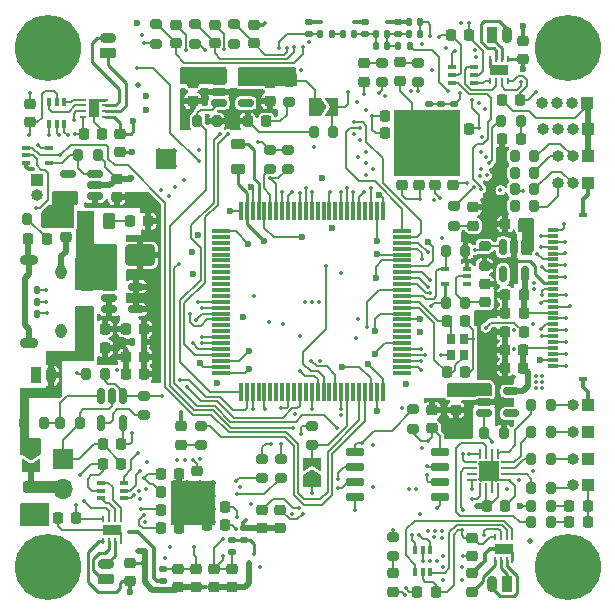
<source format=gtl>
G04 #@! TF.GenerationSoftware,KiCad,Pcbnew,8.0.0*
G04 #@! TF.CreationDate,2024-03-25T13:12:05-04:00*
G04 #@! TF.ProjectId,_Sub_HW_Qcopter,5f537562-5f48-4575-9f51-636f70746572,rev?*
G04 #@! TF.SameCoordinates,PX9157080PYf23bb80*
G04 #@! TF.FileFunction,Copper,L1,Top*
G04 #@! TF.FilePolarity,Positive*
%FSLAX46Y46*%
G04 Gerber Fmt 4.6, Leading zero omitted, Abs format (unit mm)*
G04 Created by KiCad (PCBNEW 8.0.0) date 2024-03-25 13:12:05*
%MOMM*%
%LPD*%
G01*
G04 APERTURE LIST*
G04 Aperture macros list*
%AMRoundRect*
0 Rectangle with rounded corners*
0 $1 Rounding radius*
0 $2 $3 $4 $5 $6 $7 $8 $9 X,Y pos of 4 corners*
0 Add a 4 corners polygon primitive as box body*
4,1,4,$2,$3,$4,$5,$6,$7,$8,$9,$2,$3,0*
0 Add four circle primitives for the rounded corners*
1,1,$1+$1,$2,$3*
1,1,$1+$1,$4,$5*
1,1,$1+$1,$6,$7*
1,1,$1+$1,$8,$9*
0 Add four rect primitives between the rounded corners*
20,1,$1+$1,$2,$3,$4,$5,0*
20,1,$1+$1,$4,$5,$6,$7,0*
20,1,$1+$1,$6,$7,$8,$9,0*
20,1,$1+$1,$8,$9,$2,$3,0*%
%AMFreePoly0*
4,1,6,1.000000,0.000000,0.500000,-0.750000,-0.500000,-0.750000,-0.500000,0.750000,0.500000,0.750000,1.000000,0.000000,1.000000,0.000000,$1*%
%AMFreePoly1*
4,1,6,0.500000,-0.750000,-0.650000,-0.750000,-0.150000,0.000000,-0.650000,0.750000,0.500000,0.750000,0.500000,-0.750000,0.500000,-0.750000,$1*%
G04 Aperture macros list end*
G04 #@! TA.AperFunction,SMDPad,CuDef*
%ADD10RoundRect,0.100000X-0.225000X-0.100000X0.225000X-0.100000X0.225000X0.100000X-0.225000X0.100000X0*%
G04 #@! TD*
G04 #@! TA.AperFunction,SMDPad,CuDef*
%ADD11RoundRect,0.225000X-0.225000X-0.250000X0.225000X-0.250000X0.225000X0.250000X-0.225000X0.250000X0*%
G04 #@! TD*
G04 #@! TA.AperFunction,SMDPad,CuDef*
%ADD12RoundRect,0.200000X-0.200000X-0.275000X0.200000X-0.275000X0.200000X0.275000X-0.200000X0.275000X0*%
G04 #@! TD*
G04 #@! TA.AperFunction,SMDPad,CuDef*
%ADD13RoundRect,0.200000X-0.275000X0.200000X-0.275000X-0.200000X0.275000X-0.200000X0.275000X0.200000X0*%
G04 #@! TD*
G04 #@! TA.AperFunction,SMDPad,CuDef*
%ADD14RoundRect,0.225000X0.225000X0.250000X-0.225000X0.250000X-0.225000X-0.250000X0.225000X-0.250000X0*%
G04 #@! TD*
G04 #@! TA.AperFunction,SMDPad,CuDef*
%ADD15RoundRect,0.100000X0.225000X0.100000X-0.225000X0.100000X-0.225000X-0.100000X0.225000X-0.100000X0*%
G04 #@! TD*
G04 #@! TA.AperFunction,SMDPad,CuDef*
%ADD16RoundRect,0.147500X0.147500X0.172500X-0.147500X0.172500X-0.147500X-0.172500X0.147500X-0.172500X0*%
G04 #@! TD*
G04 #@! TA.AperFunction,SMDPad,CuDef*
%ADD17RoundRect,0.150000X-0.512500X-0.150000X0.512500X-0.150000X0.512500X0.150000X-0.512500X0.150000X0*%
G04 #@! TD*
G04 #@! TA.AperFunction,SMDPad,CuDef*
%ADD18RoundRect,0.200000X0.275000X-0.200000X0.275000X0.200000X-0.275000X0.200000X-0.275000X-0.200000X0*%
G04 #@! TD*
G04 #@! TA.AperFunction,SMDPad,CuDef*
%ADD19RoundRect,0.225000X0.250000X-0.225000X0.250000X0.225000X-0.250000X0.225000X-0.250000X-0.225000X0*%
G04 #@! TD*
G04 #@! TA.AperFunction,SMDPad,CuDef*
%ADD20RoundRect,0.250000X1.000000X0.650000X-1.000000X0.650000X-1.000000X-0.650000X1.000000X-0.650000X0*%
G04 #@! TD*
G04 #@! TA.AperFunction,SMDPad,CuDef*
%ADD21RoundRect,0.147500X0.172500X-0.147500X0.172500X0.147500X-0.172500X0.147500X-0.172500X-0.147500X0*%
G04 #@! TD*
G04 #@! TA.AperFunction,SMDPad,CuDef*
%ADD22RoundRect,0.218750X-0.218750X-0.256250X0.218750X-0.256250X0.218750X0.256250X-0.218750X0.256250X0*%
G04 #@! TD*
G04 #@! TA.AperFunction,ComponentPad*
%ADD23R,1.000000X1.000000*%
G04 #@! TD*
G04 #@! TA.AperFunction,ComponentPad*
%ADD24O,1.000000X1.000000*%
G04 #@! TD*
G04 #@! TA.AperFunction,ComponentPad*
%ADD25C,3.600000*%
G04 #@! TD*
G04 #@! TA.AperFunction,ConnectorPad*
%ADD26C,5.600000*%
G04 #@! TD*
G04 #@! TA.AperFunction,SMDPad,CuDef*
%ADD27R,0.950000X0.300000*%
G04 #@! TD*
G04 #@! TA.AperFunction,SMDPad,CuDef*
%ADD28R,0.800000X0.400000*%
G04 #@! TD*
G04 #@! TA.AperFunction,SMDPad,CuDef*
%ADD29RoundRect,0.100000X-0.100000X0.225000X-0.100000X-0.225000X0.100000X-0.225000X0.100000X0.225000X0*%
G04 #@! TD*
G04 #@! TA.AperFunction,SMDPad,CuDef*
%ADD30C,0.500000*%
G04 #@! TD*
G04 #@! TA.AperFunction,SMDPad,CuDef*
%ADD31RoundRect,0.218750X-0.256250X0.218750X-0.256250X-0.218750X0.256250X-0.218750X0.256250X0.218750X0*%
G04 #@! TD*
G04 #@! TA.AperFunction,SMDPad,CuDef*
%ADD32RoundRect,0.140000X0.140000X0.170000X-0.140000X0.170000X-0.140000X-0.170000X0.140000X-0.170000X0*%
G04 #@! TD*
G04 #@! TA.AperFunction,SMDPad,CuDef*
%ADD33RoundRect,0.075000X0.725000X0.075000X-0.725000X0.075000X-0.725000X-0.075000X0.725000X-0.075000X0*%
G04 #@! TD*
G04 #@! TA.AperFunction,SMDPad,CuDef*
%ADD34RoundRect,0.075000X0.075000X0.725000X-0.075000X0.725000X-0.075000X-0.725000X0.075000X-0.725000X0*%
G04 #@! TD*
G04 #@! TA.AperFunction,SMDPad,CuDef*
%ADD35RoundRect,0.100000X0.100000X-0.225000X0.100000X0.225000X-0.100000X0.225000X-0.100000X-0.225000X0*%
G04 #@! TD*
G04 #@! TA.AperFunction,SMDPad,CuDef*
%ADD36RoundRect,0.140000X-0.170000X0.140000X-0.170000X-0.140000X0.170000X-0.140000X0.170000X0.140000X0*%
G04 #@! TD*
G04 #@! TA.AperFunction,SMDPad,CuDef*
%ADD37RoundRect,0.200000X0.200000X0.275000X-0.200000X0.275000X-0.200000X-0.275000X0.200000X-0.275000X0*%
G04 #@! TD*
G04 #@! TA.AperFunction,SMDPad,CuDef*
%ADD38RoundRect,0.062500X-0.062500X0.187500X-0.062500X-0.187500X0.062500X-0.187500X0.062500X0.187500X0*%
G04 #@! TD*
G04 #@! TA.AperFunction,ComponentPad*
%ADD39C,0.600000*%
G04 #@! TD*
G04 #@! TA.AperFunction,SMDPad,CuDef*
%ADD40R,1.600000X0.900000*%
G04 #@! TD*
G04 #@! TA.AperFunction,SMDPad,CuDef*
%ADD41RoundRect,0.225000X-0.250000X0.225000X-0.250000X-0.225000X0.250000X-0.225000X0.250000X0.225000X0*%
G04 #@! TD*
G04 #@! TA.AperFunction,SMDPad,CuDef*
%ADD42R,0.800000X0.900000*%
G04 #@! TD*
G04 #@! TA.AperFunction,SMDPad,CuDef*
%ADD43RoundRect,0.218750X0.256250X-0.218750X0.256250X0.218750X-0.256250X0.218750X-0.256250X-0.218750X0*%
G04 #@! TD*
G04 #@! TA.AperFunction,SMDPad,CuDef*
%ADD44RoundRect,0.140000X0.170000X-0.140000X0.170000X0.140000X-0.170000X0.140000X-0.170000X-0.140000X0*%
G04 #@! TD*
G04 #@! TA.AperFunction,SMDPad,CuDef*
%ADD45RoundRect,0.150000X-0.150000X0.512500X-0.150000X-0.512500X0.150000X-0.512500X0.150000X0.512500X0*%
G04 #@! TD*
G04 #@! TA.AperFunction,SMDPad,CuDef*
%ADD46FreePoly0,270.000000*%
G04 #@! TD*
G04 #@! TA.AperFunction,SMDPad,CuDef*
%ADD47FreePoly1,270.000000*%
G04 #@! TD*
G04 #@! TA.AperFunction,SMDPad,CuDef*
%ADD48RoundRect,0.250000X0.262500X0.450000X-0.262500X0.450000X-0.262500X-0.450000X0.262500X-0.450000X0*%
G04 #@! TD*
G04 #@! TA.AperFunction,SMDPad,CuDef*
%ADD49RoundRect,0.062500X0.325000X0.062500X-0.325000X0.062500X-0.325000X-0.062500X0.325000X-0.062500X0*%
G04 #@! TD*
G04 #@! TA.AperFunction,SMDPad,CuDef*
%ADD50RoundRect,0.062500X0.062500X0.325000X-0.062500X0.325000X-0.062500X-0.325000X0.062500X-0.325000X0*%
G04 #@! TD*
G04 #@! TA.AperFunction,HeatsinkPad*
%ADD51C,0.500000*%
G04 #@! TD*
G04 #@! TA.AperFunction,HeatsinkPad*
%ADD52R,1.750000X1.750000*%
G04 #@! TD*
G04 #@! TA.AperFunction,SMDPad,CuDef*
%ADD53RoundRect,0.150000X-0.650000X-0.150000X0.650000X-0.150000X0.650000X0.150000X-0.650000X0.150000X0*%
G04 #@! TD*
G04 #@! TA.AperFunction,SMDPad,CuDef*
%ADD54RoundRect,0.062500X0.062500X-0.187500X0.062500X0.187500X-0.062500X0.187500X-0.062500X-0.187500X0*%
G04 #@! TD*
G04 #@! TA.AperFunction,SMDPad,CuDef*
%ADD55RoundRect,0.218750X0.381250X-0.218750X0.381250X0.218750X-0.381250X0.218750X-0.381250X-0.218750X0*%
G04 #@! TD*
G04 #@! TA.AperFunction,SMDPad,CuDef*
%ADD56RoundRect,0.147500X-0.172500X0.147500X-0.172500X-0.147500X0.172500X-0.147500X0.172500X0.147500X0*%
G04 #@! TD*
G04 #@! TA.AperFunction,SMDPad,CuDef*
%ADD57RoundRect,0.218750X0.218750X0.256250X-0.218750X0.256250X-0.218750X-0.256250X0.218750X-0.256250X0*%
G04 #@! TD*
G04 #@! TA.AperFunction,SMDPad,CuDef*
%ADD58RoundRect,0.150000X0.512500X0.150000X-0.512500X0.150000X-0.512500X-0.150000X0.512500X-0.150000X0*%
G04 #@! TD*
G04 #@! TA.AperFunction,SMDPad,CuDef*
%ADD59FreePoly0,0.000000*%
G04 #@! TD*
G04 #@! TA.AperFunction,SMDPad,CuDef*
%ADD60FreePoly1,0.000000*%
G04 #@! TD*
G04 #@! TA.AperFunction,SMDPad,CuDef*
%ADD61RoundRect,0.062500X0.187500X0.062500X-0.187500X0.062500X-0.187500X-0.062500X0.187500X-0.062500X0*%
G04 #@! TD*
G04 #@! TA.AperFunction,SMDPad,CuDef*
%ADD62R,0.900000X1.600000*%
G04 #@! TD*
G04 #@! TA.AperFunction,SMDPad,CuDef*
%ADD63RoundRect,0.243750X-0.456250X0.243750X-0.456250X-0.243750X0.456250X-0.243750X0.456250X0.243750X0*%
G04 #@! TD*
G04 #@! TA.AperFunction,SMDPad,CuDef*
%ADD64FreePoly0,90.000000*%
G04 #@! TD*
G04 #@! TA.AperFunction,SMDPad,CuDef*
%ADD65FreePoly1,90.000000*%
G04 #@! TD*
G04 #@! TA.AperFunction,ComponentPad*
%ADD66RoundRect,0.225000X-0.225000X-0.475000X0.225000X-0.475000X0.225000X0.475000X-0.225000X0.475000X0*%
G04 #@! TD*
G04 #@! TA.AperFunction,ComponentPad*
%ADD67O,0.900000X1.400000*%
G04 #@! TD*
G04 #@! TA.AperFunction,ComponentPad*
%ADD68RoundRect,0.225000X0.225000X0.475000X-0.225000X0.475000X-0.225000X-0.475000X0.225000X-0.475000X0*%
G04 #@! TD*
G04 #@! TA.AperFunction,ComponentPad*
%ADD69RoundRect,0.225000X0.475000X-0.225000X0.475000X0.225000X-0.475000X0.225000X-0.475000X-0.225000X0*%
G04 #@! TD*
G04 #@! TA.AperFunction,ComponentPad*
%ADD70O,1.400000X0.900000*%
G04 #@! TD*
G04 #@! TA.AperFunction,HeatsinkPad*
%ADD71R,5.600000X5.600000*%
G04 #@! TD*
G04 #@! TA.AperFunction,ComponentPad*
%ADD72C,0.500000*%
G04 #@! TD*
G04 #@! TA.AperFunction,SMDPad,CuDef*
%ADD73R,3.800000X3.800000*%
G04 #@! TD*
G04 #@! TA.AperFunction,ComponentPad*
%ADD74O,1.550000X0.890000*%
G04 #@! TD*
G04 #@! TA.AperFunction,ComponentPad*
%ADD75O,0.950000X1.250000*%
G04 #@! TD*
G04 #@! TA.AperFunction,ComponentPad*
%ADD76R,1.700000X1.700000*%
G04 #@! TD*
G04 #@! TA.AperFunction,ComponentPad*
%ADD77O,1.700000X1.700000*%
G04 #@! TD*
G04 #@! TA.AperFunction,ViaPad*
%ADD78C,0.600000*%
G04 #@! TD*
G04 #@! TA.AperFunction,ViaPad*
%ADD79C,0.350000*%
G04 #@! TD*
G04 #@! TA.AperFunction,ViaPad*
%ADD80C,0.508000*%
G04 #@! TD*
G04 #@! TA.AperFunction,Conductor*
%ADD81C,0.304800*%
G04 #@! TD*
G04 #@! TA.AperFunction,Conductor*
%ADD82C,0.152400*%
G04 #@! TD*
G04 #@! TA.AperFunction,Conductor*
%ADD83C,0.203200*%
G04 #@! TD*
G04 #@! TA.AperFunction,Conductor*
%ADD84C,0.508000*%
G04 #@! TD*
G04 #@! TA.AperFunction,Conductor*
%ADD85C,0.254000*%
G04 #@! TD*
G04 #@! TA.AperFunction,Conductor*
%ADD86C,0.200000*%
G04 #@! TD*
G04 #@! TA.AperFunction,Conductor*
%ADD87C,1.016000*%
G04 #@! TD*
G04 APERTURE END LIST*
D10*
X3149600Y38587200D03*
X3149600Y37287200D03*
X1249600Y37287200D03*
X1249600Y37937200D03*
X1249600Y38587200D03*
D11*
X31610000Y41277500D03*
X33160000Y41277500D03*
D12*
X15726000Y40808000D03*
X17376000Y40808000D03*
D13*
X37465000Y33604200D03*
X37465000Y31954200D03*
D14*
X43345001Y24583000D03*
X41795001Y24583000D03*
X11189000Y20828000D03*
X9639000Y20828000D03*
D15*
X9474534Y8875000D03*
X9474533Y9525000D03*
X9474534Y10175000D03*
X7574534Y10175000D03*
X7574535Y9525000D03*
X7574534Y8875000D03*
D16*
X27076200Y48209200D03*
X26106200Y48209200D03*
D17*
X8266000Y26792000D03*
X8266000Y25842000D03*
X8266000Y24892000D03*
X10541000Y24892000D03*
X10541000Y26792000D03*
D18*
X18819000Y47384200D03*
X18819000Y49034200D03*
D19*
X43256200Y46088000D03*
X43256200Y47638000D03*
D20*
X10890001Y29464000D03*
X6889999Y29464000D03*
D14*
X43066000Y42570400D03*
X41516000Y42570400D03*
D19*
X38989000Y977600D03*
X38989000Y2527600D03*
D12*
X5652000Y37973000D03*
X7302000Y37973000D03*
D21*
X19685000Y5380000D03*
X19685000Y6350000D03*
D19*
X1524000Y40754000D03*
X1524000Y42304000D03*
D22*
X1371500Y30861000D03*
X2946500Y30861000D03*
D23*
X48783000Y16764000D03*
D24*
X47512999Y16764000D03*
D18*
X12215000Y47384200D03*
X12215000Y49034200D03*
D11*
X40246000Y8255000D03*
X41796000Y8255000D03*
D25*
X47066200Y3048000D03*
D26*
X47066200Y3048000D03*
D13*
X40030000Y30226000D03*
X40030000Y28576000D03*
X21209000Y12255000D03*
X21209000Y10605000D03*
D14*
X18047000Y8153400D03*
X16497000Y8153400D03*
D23*
X48783000Y10033000D03*
D24*
X47512999Y10033000D03*
D16*
X11163000Y22098000D03*
X10193000Y22098000D03*
D14*
X11554000Y32361000D03*
X10004000Y32361000D03*
D27*
X45812000Y20114000D03*
X45812000Y20613999D03*
X45812000Y21114000D03*
X45812000Y21614000D03*
X45812000Y22114001D03*
X45812000Y22614000D03*
X45812000Y23114000D03*
X45812000Y23614000D03*
X45812000Y24114000D03*
X45812001Y24614000D03*
X45812000Y25114000D03*
X45812000Y25614000D03*
X45812000Y26114000D03*
X45812000Y26614000D03*
X45812001Y27114000D03*
X45812000Y27614000D03*
X45812000Y28114000D03*
X45812000Y28614000D03*
X45812000Y29114000D03*
X45812000Y29613999D03*
X45812000Y30114000D03*
X45812000Y30614000D03*
X45812000Y31114001D03*
X45812000Y31614000D03*
D28*
X48387000Y18989000D03*
X48387000Y32839000D03*
D19*
X8890000Y34404000D03*
X8890000Y35954000D03*
D29*
X35448000Y4506000D03*
X34798000Y4505999D03*
X34148000Y4506000D03*
X34148000Y2606000D03*
X34798000Y2606001D03*
X35448000Y2606000D03*
D19*
X22733000Y6350000D03*
X22733000Y7900000D03*
D14*
X43320000Y21463000D03*
X41770000Y21463000D03*
X43345001Y26107000D03*
X41795001Y26107000D03*
D30*
X10693400Y43865800D03*
D11*
X6083000Y39751000D03*
X7633000Y39751000D03*
D18*
X22758400Y10605000D03*
X22758400Y12255000D03*
D22*
X19993000Y40808000D03*
X21568000Y40808000D03*
D31*
X39090600Y33553400D03*
X39090600Y31978398D03*
D19*
X35843999Y35435500D03*
X35843999Y36985500D03*
D32*
X34566800Y49174400D03*
X33606800Y49174400D03*
D30*
X43840400Y5232400D03*
D33*
X33075000Y19527000D03*
X33075000Y20027000D03*
X33075000Y20527001D03*
X33075000Y21027000D03*
X33075000Y21526999D03*
X33075000Y22027000D03*
X33075000Y22527000D03*
X33075000Y23027001D03*
X33075000Y23527000D03*
X33075000Y24027000D03*
X33075000Y24527000D03*
X33075000Y25027000D03*
X33075001Y25527000D03*
X33075000Y26027000D03*
X33075000Y26527000D03*
X33075000Y27027000D03*
X33075000Y27527000D03*
X33075000Y28026999D03*
X33075000Y28527000D03*
X33075000Y29027000D03*
X33075000Y29527001D03*
X33075000Y30027000D03*
X33075000Y30526999D03*
X33075000Y31027000D03*
X33075000Y31527000D03*
D34*
X31400000Y33202000D03*
X30900000Y33202000D03*
X30399999Y33202000D03*
X29900000Y33202000D03*
X29400001Y33202000D03*
X28900000Y33202000D03*
X28400000Y33202000D03*
X27899999Y33202000D03*
X27400000Y33202000D03*
X26900000Y33202000D03*
X26400000Y33202000D03*
X25900000Y33202000D03*
X25400000Y33202001D03*
X24900000Y33202000D03*
X24400000Y33202000D03*
X23900000Y33202000D03*
X23400000Y33202000D03*
X22900001Y33202000D03*
X22400000Y33202000D03*
X21900000Y33202000D03*
X21399999Y33202000D03*
X20900000Y33202000D03*
X20400001Y33202000D03*
X19900000Y33202000D03*
X19400000Y33202000D03*
D33*
X17725000Y31527000D03*
X17725000Y31027000D03*
X17725000Y30526999D03*
X17725000Y30027000D03*
X17725000Y29527001D03*
X17725000Y29027000D03*
X17725000Y28527000D03*
X17725000Y28026999D03*
X17725000Y27527000D03*
X17725000Y27027000D03*
X17725000Y26527000D03*
X17725000Y26027000D03*
X17724999Y25527000D03*
X17725000Y25027000D03*
X17725000Y24527000D03*
X17725000Y24027000D03*
X17725000Y23527000D03*
X17725000Y23027001D03*
X17725000Y22527000D03*
X17725000Y22027000D03*
X17725000Y21526999D03*
X17725000Y21027000D03*
X17725000Y20527001D03*
X17725000Y20027000D03*
X17725000Y19527000D03*
D34*
X19400000Y17852000D03*
X19900000Y17852000D03*
X20400001Y17852000D03*
X20900000Y17852000D03*
X21399999Y17852000D03*
X21900000Y17852000D03*
X22400000Y17852000D03*
X22900001Y17852000D03*
X23400000Y17852000D03*
X23900000Y17852000D03*
X24400000Y17852000D03*
X24900000Y17852000D03*
X25400000Y17851999D03*
X25900000Y17852000D03*
X26400000Y17852000D03*
X26900000Y17852000D03*
X27400000Y17852000D03*
X27899999Y17852000D03*
X28400000Y17852000D03*
X28900000Y17852000D03*
X29400001Y17852000D03*
X29900000Y17852000D03*
X30399999Y17852000D03*
X30900000Y17852000D03*
X31400000Y17852000D03*
D35*
X3160000Y40579000D03*
X3810000Y40579001D03*
X4460000Y40579000D03*
X4460000Y42479000D03*
X3810000Y42478999D03*
X3160000Y42479000D03*
D36*
X36387000Y42265500D03*
X36387000Y41305500D03*
D37*
X7937000Y19430999D03*
X6287000Y19430999D03*
D13*
X21844000Y38417000D03*
X21844000Y36767000D03*
D19*
X34446999Y35435500D03*
X34446999Y36985500D03*
D38*
X41982901Y46119500D03*
X41482900Y46119500D03*
X40982900Y46119500D03*
X40482899Y46119500D03*
X40482899Y44219500D03*
X40982900Y44219500D03*
X41482900Y44219500D03*
X41982901Y44219500D03*
D39*
X41732899Y45169500D03*
D40*
X41232900Y45169500D03*
D39*
X40732901Y45169500D03*
D12*
X44006000Y9779000D03*
X45656000Y9779000D03*
D41*
X15341600Y44082000D03*
X15341600Y42532000D03*
X38989000Y5550200D03*
X38989000Y4000200D03*
D37*
X27241000Y39878000D03*
X25591000Y39878000D03*
D14*
X38722600Y48133000D03*
X37172600Y48133000D03*
D42*
X37169000Y22417000D03*
X37169000Y21017000D03*
X38269000Y21017000D03*
X38269000Y22417000D03*
D11*
X12636200Y7874000D03*
X14186200Y7874000D03*
X36817000Y23876000D03*
X38367000Y23876000D03*
D13*
X23444200Y44132000D03*
X23444200Y42482000D03*
D11*
X31610000Y39783499D03*
X33160000Y39783499D03*
D14*
X43320000Y19939000D03*
X41770000Y19939000D03*
D43*
X29840962Y44170499D03*
X29840962Y45745501D03*
D23*
X48773001Y35560000D03*
D24*
X47503000Y35560000D03*
X46233001Y35560000D03*
D12*
X44006000Y8255000D03*
X45656000Y8255000D03*
D25*
X47066200Y47040800D03*
D26*
X47066200Y47040800D03*
D22*
X41757500Y22987000D03*
X43332500Y22987000D03*
D23*
X48783000Y14478000D03*
D24*
X47512999Y14478000D03*
D22*
X41503500Y39319200D03*
X43078500Y39319200D03*
D21*
X12827000Y1928000D03*
X12827000Y2898000D03*
D36*
X37465000Y42265500D03*
X37465000Y41305500D03*
D44*
X29893200Y48237200D03*
X29893200Y49197200D03*
D19*
X13866000Y47434200D03*
X13866000Y48984200D03*
D17*
X17531500Y44257000D03*
X17531500Y43307000D03*
X17531500Y42357000D03*
X19806500Y42357000D03*
X19806500Y44257000D03*
D11*
X12636200Y10922000D03*
X14186200Y10922000D03*
D45*
X43494999Y30148500D03*
X42545000Y30148500D03*
X41595001Y30148500D03*
X41595001Y27873500D03*
X43494999Y27873500D03*
D12*
X1080000Y15240000D03*
X2730000Y15240000D03*
D46*
X1651000Y13043999D03*
D47*
X1651000Y11594001D03*
D18*
X34010600Y14770600D03*
X34010600Y16420600D03*
D14*
X35903200Y990600D03*
X34353200Y990600D03*
X18047000Y6604000D03*
X16497000Y6604000D03*
D32*
X31770200Y47193200D03*
X30810200Y47193200D03*
D18*
X34412961Y44133000D03*
X34412961Y45783000D03*
D19*
X37338000Y35435500D03*
X37338000Y36985500D03*
D45*
X9458999Y17520500D03*
X8509000Y17520500D03*
X7559001Y17520500D03*
X7559001Y15245500D03*
X9458999Y15245500D03*
D14*
X9284000Y13462000D03*
X7734000Y13462000D03*
D19*
X21209000Y6350000D03*
X21209000Y7900000D03*
D41*
X15621000Y2921000D03*
X15621000Y1371000D03*
D23*
X48742600Y42341800D03*
D24*
X47472599Y42341800D03*
X46202600Y42341800D03*
X44932600Y42341800D03*
D12*
X36767000Y29845001D03*
X38417000Y29845001D03*
D48*
X8249500Y32361000D03*
X6424500Y32361000D03*
D11*
X6337000Y21590000D03*
X7887000Y21590000D03*
D32*
X28976200Y48209200D03*
X28016200Y48209200D03*
D16*
X2113000Y26543000D03*
X1143000Y26543000D03*
D12*
X44006000Y12192000D03*
X45656000Y12192000D03*
D19*
X40071001Y25514000D03*
X40071001Y27064000D03*
D49*
X41860500Y10436000D03*
X41860500Y10936000D03*
X41860500Y11436000D03*
X41860500Y11936000D03*
D50*
X41148000Y12648500D03*
X40648000Y12648500D03*
X40148000Y12648500D03*
X39648000Y12648500D03*
D49*
X38935500Y11936000D03*
X38935500Y11436000D03*
X38935500Y10936000D03*
X38935500Y10436000D03*
D50*
X39648000Y9723500D03*
X40148000Y9723500D03*
X40648000Y9723500D03*
X41148000Y9723500D03*
D51*
X41023000Y10561000D03*
X41023000Y11811000D03*
D52*
X40398000Y11186000D03*
D51*
X39773000Y10561000D03*
X39773000Y11811000D03*
D53*
X29039000Y12827000D03*
X29039000Y11557000D03*
X29039000Y10287000D03*
X29039000Y9017000D03*
X36239000Y9017000D03*
X36239000Y10287000D03*
X36239000Y11557000D03*
X36239000Y12827000D03*
D16*
X33710600Y47193200D03*
X32740600Y47193200D03*
D25*
X3048000Y47040800D03*
D26*
X3048000Y47040800D03*
D14*
X38748000Y40134500D03*
X37198000Y40134500D03*
D12*
X39997000Y14429000D03*
X41647000Y14429000D03*
X41466000Y40792400D03*
X43116000Y40792400D03*
D16*
X2113000Y24511000D03*
X1143000Y24511000D03*
D54*
X7758999Y5273000D03*
X8259000Y5273000D03*
X8759000Y5273000D03*
X9259001Y5273000D03*
X9259001Y7173000D03*
X8759000Y7173000D03*
X8259000Y7173000D03*
X7758999Y7173000D03*
D39*
X8009001Y6223000D03*
D40*
X8509000Y6223000D03*
D39*
X9008999Y6223000D03*
D19*
X17168000Y47434200D03*
X17168000Y48984200D03*
D14*
X5474000Y7239000D03*
X3924000Y7239000D03*
D41*
X15697200Y11189000D03*
X15697200Y9639000D03*
D14*
X11189000Y19431000D03*
X9639000Y19431000D03*
D31*
X14351000Y15011501D03*
X14351000Y13436499D03*
D14*
X11189000Y23241000D03*
X9639000Y23241000D03*
D16*
X34571800Y48209200D03*
X33601800Y48209200D03*
D19*
X35610800Y14807600D03*
X35610800Y16357600D03*
D12*
X42609000Y37846000D03*
X44259000Y37846000D03*
D43*
X32258000Y990499D03*
X32258000Y2565501D03*
D18*
X25450800Y13399000D03*
X25450800Y15049000D03*
D19*
X20470000Y47434200D03*
X20470000Y48984200D03*
D11*
X12636200Y6350000D03*
X14186200Y6350000D03*
D12*
X42609000Y36449000D03*
X44259000Y36449000D03*
D55*
X6350000Y24718500D03*
X6350000Y26843500D03*
D56*
X18669000Y5334000D03*
X18669000Y4364000D03*
D10*
X37251600Y45379400D03*
X37251601Y44729400D03*
X37251600Y44079400D03*
X39151600Y44079400D03*
X39151599Y44729400D03*
X39151600Y45379400D03*
D41*
X14097000Y2921000D03*
X14097000Y1371000D03*
D12*
X36767000Y25400000D03*
X38417000Y25400000D03*
D16*
X2113000Y25527000D03*
X1143000Y25527000D03*
D18*
X31369000Y44133000D03*
X31369000Y45783000D03*
D23*
X48783000Y12192000D03*
D24*
X47512999Y12192000D03*
D12*
X42609000Y35052000D03*
X44259000Y35052000D03*
D15*
X38542000Y27036000D03*
X38541999Y27686000D03*
X38542000Y28336000D03*
X36642000Y28336000D03*
X36642000Y27036000D03*
D41*
X4572000Y32525000D03*
X4572000Y30975000D03*
D16*
X31775200Y48209200D03*
X30805200Y48209200D03*
D44*
X25194200Y48237200D03*
X25194200Y49197200D03*
D57*
X48793501Y6858000D03*
X47218499Y6858000D03*
D41*
X17145000Y2934000D03*
X17145000Y1384000D03*
D58*
X7015744Y34443501D03*
X7015744Y35393500D03*
X7015744Y36343499D03*
X4740744Y36343499D03*
X4740744Y34443501D03*
D19*
X33049999Y35435500D03*
X33049999Y36985500D03*
D41*
X21869400Y44082000D03*
X21869400Y42532000D03*
D12*
X44006000Y14478000D03*
X45656000Y14478000D03*
D41*
X37592000Y17920000D03*
X37592000Y16370000D03*
D44*
X32687200Y48237200D03*
X32687200Y49197200D03*
D11*
X12636200Y9398000D03*
X14186200Y9398000D03*
D54*
X40894000Y3683000D03*
X41394001Y3683000D03*
X41894001Y3683000D03*
X42394002Y3683000D03*
X42394002Y5583000D03*
X41894001Y5583000D03*
X41394001Y5583000D03*
X40894000Y5583000D03*
D39*
X41144002Y4633000D03*
D40*
X41644001Y4633000D03*
D39*
X42144000Y4633000D03*
D17*
X40010500Y17968000D03*
X40010500Y17018000D03*
X40010500Y16068000D03*
X42285500Y16068000D03*
X42285500Y17968000D03*
D23*
X48763000Y40132000D03*
D24*
X47492999Y40132000D03*
X46223000Y40132000D03*
X44953000Y40132000D03*
D11*
X36817000Y19558000D03*
X38367000Y19558000D03*
D59*
X25667501Y42037001D03*
D60*
X27117499Y42037001D03*
D14*
X43345002Y32131000D03*
X41795002Y32131000D03*
D41*
X9144000Y39764000D03*
X9144000Y38214000D03*
D11*
X6337000Y23241000D03*
X7887000Y23241000D03*
D37*
X2984000Y32512000D03*
X1334000Y32512000D03*
D12*
X44006000Y6858000D03*
X45656000Y6858000D03*
D57*
X48793501Y8259037D03*
X47218499Y8259037D03*
D61*
X7908483Y41149016D03*
X7908483Y41649017D03*
X7908483Y42149017D03*
X7908483Y42649018D03*
X6008483Y42649018D03*
X6008483Y42149017D03*
X6008483Y41649017D03*
X6008483Y41149016D03*
D39*
X6958483Y41399018D03*
D62*
X6958483Y41899017D03*
D39*
X6958483Y42399016D03*
D55*
X19177000Y36783500D03*
X19177000Y38908500D03*
D36*
X35306000Y42265500D03*
X35306000Y41305500D03*
D18*
X11176000Y15939000D03*
X11176000Y17589000D03*
D12*
X4128000Y15240000D03*
X5778000Y15240000D03*
D11*
X7734000Y11811000D03*
X9284000Y11811000D03*
D13*
X23368000Y38417000D03*
X23368000Y36767000D03*
D43*
X32888962Y44220249D03*
X32888962Y45795251D03*
D19*
X10033000Y1892000D03*
X10033000Y3442000D03*
D23*
X48768001Y37846000D03*
D24*
X47498000Y37846000D03*
X46228001Y37846000D03*
D41*
X18669000Y2934000D03*
X18669000Y1384000D03*
D63*
X1651000Y9827501D03*
X1651000Y7952499D03*
D18*
X15517000Y47384200D03*
X15517000Y49034200D03*
D12*
X44006000Y16764000D03*
X45656000Y16764000D03*
D25*
X3048000Y3048000D03*
D26*
X3048000Y3048000D03*
D12*
X42609000Y33655000D03*
X44259000Y33655000D03*
D13*
X32258000Y5651000D03*
X32258000Y4001000D03*
D64*
X25450800Y10324001D03*
D65*
X25450800Y11773999D03*
D13*
X16002000Y15049000D03*
X16002000Y13399000D03*
D66*
X40660001Y48133000D03*
D67*
X41910000Y48133000D03*
D68*
X41900000Y1659000D03*
D67*
X40650001Y1659000D03*
D69*
X8009000Y2042000D03*
D70*
X8009000Y3292000D03*
D51*
X39761000Y11801000D03*
X39761000Y10551000D03*
D52*
X40386000Y11176000D03*
D51*
X41011000Y11801000D03*
X41011000Y10551000D03*
X13710000Y37028500D03*
X13710000Y38278500D03*
D52*
X13085000Y37653500D03*
D51*
X12460000Y37028500D03*
X12460000Y38278500D03*
D69*
X8136000Y46619000D03*
D70*
X8136000Y47869000D03*
D51*
X32621500Y41539000D03*
X32621500Y40264000D03*
X32621500Y38989000D03*
X32621500Y37714000D03*
X32621500Y36439000D03*
X33896500Y41539000D03*
X33896500Y40264000D03*
X33896500Y38989000D03*
X33896500Y37714000D03*
X33896500Y36439000D03*
X35171500Y41539000D03*
X35171500Y40264000D03*
X35171500Y38989000D03*
D71*
X35171500Y38989000D03*
D51*
X35171500Y37714000D03*
X35171500Y36439000D03*
X36446500Y41539000D03*
X36446500Y40264000D03*
X36446500Y38989000D03*
X36446500Y37714000D03*
X36446500Y36439000D03*
X37721500Y41539000D03*
X37721500Y40264000D03*
X37721500Y38989000D03*
X37721500Y37714000D03*
X37721500Y36439000D03*
D72*
X14824000Y6852000D03*
X17024000Y6852000D03*
X13724000Y6852001D03*
X15924000Y6852001D03*
X13724000Y7952000D03*
X15924000Y7952000D03*
X17023999Y7952000D03*
X14824000Y7952001D03*
D73*
X15374000Y8502000D03*
D72*
X14824000Y9052000D03*
X15923999Y9052000D03*
X17024000Y9052000D03*
X13724000Y9052001D03*
X13724000Y10152000D03*
X14823999Y10152000D03*
X15924000Y10152000D03*
X17023999Y10152000D03*
D23*
X2159000Y35829001D03*
D24*
X2159000Y34559000D03*
D66*
X2042000Y19296000D03*
D67*
X3291999Y19296000D03*
D74*
X1494000Y22027000D03*
D75*
X4194000Y23027001D03*
X4194000Y28026999D03*
D74*
X1494000Y29027000D03*
D76*
X4375000Y12197000D03*
D77*
X4375000Y9657000D03*
D78*
X43256200Y48869600D03*
D79*
X24790400Y25501600D03*
D78*
X11353800Y42951400D03*
D79*
X38176200Y4013200D03*
X8788400Y24079200D03*
X23749000Y7594600D03*
X41097200Y18262600D03*
X36042600Y3556000D03*
X35433000Y3556000D03*
X33350200Y1295400D03*
X7899400Y24079200D03*
X38379400Y15392400D03*
X42494200Y21488400D03*
D78*
X19608800Y24257000D03*
D79*
X26162000Y49225000D03*
X24638000Y7594600D03*
X8788400Y20396200D03*
X10998200Y48133000D03*
D78*
X26289000Y35991800D03*
D79*
X42494200Y31242000D03*
D78*
X44729400Y20599400D03*
D79*
X14351000Y16179800D03*
X9347200Y22123400D03*
X33070800Y16560800D03*
X8788400Y21107400D03*
X40817800Y19456400D03*
X42519600Y29006800D03*
D78*
X30886400Y16306800D03*
X33401000Y18542000D03*
D79*
X42164000Y17043400D03*
D78*
X11252200Y3719597D03*
D79*
X36880800Y14224000D03*
X34798000Y3556000D03*
X35585400Y45110400D03*
X20980400Y43230800D03*
X39573200Y42316400D03*
X14605000Y41554400D03*
D78*
X17373600Y18643600D03*
X15774435Y31190165D03*
D79*
X10845800Y11201400D03*
X21742400Y23850600D03*
X41783000Y29006800D03*
D78*
X10109200Y35966400D03*
X34593765Y22988035D03*
D79*
X14605000Y40970200D03*
X38379400Y14808200D03*
X24003000Y16027400D03*
X40716200Y22148800D03*
X18643600Y40386000D03*
X40894000Y24333200D03*
X20091400Y2717800D03*
X20091400Y3378200D03*
X1524000Y43205400D03*
X40716200Y21513800D03*
X29006800Y49199800D03*
X20218400Y8407400D03*
X29311600Y24104600D03*
X36550600Y4038600D03*
X42494200Y19126200D03*
X31800800Y49225200D03*
X8788400Y22504400D03*
X26009600Y25501600D03*
D78*
X10578200Y49100000D03*
D79*
X21056600Y3073400D03*
D78*
X35280600Y30581600D03*
D79*
X24282400Y8026400D03*
X30556200Y9855200D03*
X41122600Y33782000D03*
X8788400Y21844000D03*
X29057600Y7924800D03*
X41503600Y38074600D03*
X29845000Y43154600D03*
X17983200Y46913800D03*
D78*
X20273000Y35247786D03*
D79*
X21437600Y49123600D03*
X8940800Y19710400D03*
X41783000Y33782000D03*
X38379400Y14224000D03*
X4013200Y39624000D03*
X41351200Y15392400D03*
X36195000Y47980600D03*
X40868600Y24790400D03*
X14732000Y46863000D03*
X25171400Y47523400D03*
D78*
X31064200Y34602800D03*
X34593765Y24028400D03*
D79*
X25400000Y25501600D03*
X20269200Y43230800D03*
X40817800Y18872200D03*
X8788400Y23266400D03*
X40716200Y22682200D03*
X24511000Y14300200D03*
D78*
X18440400Y33197800D03*
X10210800Y38201600D03*
D79*
X5537200Y19456400D03*
D78*
X27101800Y31750000D03*
D79*
X22783800Y13512800D03*
X36880800Y15367000D03*
X1778000Y36753800D03*
X8178800Y20396200D03*
X39079400Y22417000D03*
D78*
X15367448Y27916223D03*
D79*
X24460200Y45110400D03*
X27916550Y15910248D03*
X36880800Y14808200D03*
X42494200Y23139400D03*
X41071800Y29006800D03*
X41351200Y17043400D03*
D78*
X15949697Y20306315D03*
D79*
X39344600Y29260800D03*
X18643600Y40894000D03*
D78*
X15290800Y29743400D03*
D79*
X14605000Y40386000D03*
X36372800Y21031200D03*
X33324800Y711200D03*
X19507200Y43230800D03*
X18643600Y41402000D03*
X41097200Y17627600D03*
X14401800Y42545000D03*
X16433800Y1371600D03*
X11252200Y4419600D03*
X39903400Y22682200D03*
X10668000Y4419600D03*
X12166600Y19431000D03*
X11658600Y26720800D03*
X12166600Y26720800D03*
X12166600Y21590000D03*
X36499800Y3073400D03*
X10109200Y34569400D03*
X12166600Y23723600D03*
X38481000Y18465800D03*
X12166600Y20548600D03*
X17805400Y45059600D03*
X38481000Y17653000D03*
X11658600Y33248600D03*
X15341600Y45059600D03*
X44881800Y18262600D03*
X44018200Y31242000D03*
X38887400Y18008600D03*
X2235200Y38811200D03*
X44373800Y19253200D03*
X44373800Y18262600D03*
X38125400Y3098800D03*
X10109200Y33934400D03*
X12166600Y27254200D03*
X11125200Y33248600D03*
X11658600Y26212800D03*
X12166600Y21056600D03*
X44373800Y18770600D03*
X10617200Y34569400D03*
X36499800Y1930400D03*
X10617200Y33934400D03*
X11658600Y27254200D03*
X44881800Y18770600D03*
X16230600Y45059600D03*
X12166600Y18923000D03*
X12166600Y26212800D03*
X12166600Y19964400D03*
X12166600Y22682200D03*
X44881800Y19253200D03*
X17018000Y45059600D03*
X43408600Y31242000D03*
X38150800Y1930400D03*
X12166600Y23190200D03*
D78*
X20066000Y21336000D03*
D79*
X4445000Y33502600D03*
X26111200Y20548600D03*
X5105400Y33477200D03*
X25450800Y9372600D03*
X3175000Y33477200D03*
D78*
X11353800Y41757600D03*
X30154940Y20238660D03*
X30784800Y23037800D03*
X30911800Y30665800D03*
D80*
X39370000Y8255000D03*
D78*
X30911800Y29602000D03*
D79*
X35534600Y25171400D03*
D78*
X20091400Y19862800D03*
X30798536Y21093664D03*
D79*
X3606800Y34645600D03*
X4724400Y34086800D03*
X10210800Y14427200D03*
D78*
X30810200Y27559000D03*
X20040600Y30454600D03*
D79*
X20853400Y39039800D03*
D78*
X24587200Y31013400D03*
D79*
X3835400Y33477200D03*
X3606800Y34061400D03*
X38531000Y25514000D03*
D78*
X21359275Y30673625D03*
X27965400Y20040600D03*
D79*
X5384800Y39751000D03*
X20472400Y25984200D03*
X38709600Y49149000D03*
X34696400Y13157200D03*
X30556200Y13411200D03*
X5740400Y10845800D03*
X44399200Y43256200D03*
X44221400Y26593800D03*
X29159200Y22428200D03*
X34544000Y7543800D03*
X27863800Y27965400D03*
X38125400Y6172200D03*
X44145200Y23647400D03*
X47256400Y25146000D03*
X44196000Y27127200D03*
X1498600Y39649400D03*
X5461000Y8331200D03*
X35255200Y13716000D03*
D78*
X2819400Y7975600D03*
X38989000Y977600D03*
X2819400Y6858000D03*
X1955800Y6858000D03*
X1092200Y6858000D03*
X10287000Y40817800D03*
X10033000Y939800D03*
X43256200Y45237400D03*
D79*
X36265279Y34295565D03*
X34772600Y47371000D03*
X21539200Y45161200D03*
X23393400Y45161200D03*
X20269200Y45161200D03*
X34594800Y34213800D03*
X19507200Y45161200D03*
X38582600Y35560000D03*
X22758400Y45161200D03*
X30530800Y41224200D03*
X22123400Y45161200D03*
X39293800Y46228000D03*
X20980400Y45161200D03*
X39522400Y40239000D03*
X36423600Y30886400D03*
X38955899Y42638899D03*
X41376600Y34975800D03*
X39776400Y39497000D03*
X40106600Y41833800D03*
X44094400Y11201400D03*
X25603200Y38608000D03*
X37921500Y43230800D03*
X35433000Y48006000D03*
X22631400Y47040800D03*
X23266400Y47040800D03*
X23886751Y47068986D03*
X24638000Y47091600D03*
X13970000Y12141200D03*
X20548600Y4191000D03*
X11201400Y10566400D03*
X15974000Y12217400D03*
X11179149Y7486702D03*
X19812000Y7061200D03*
X19050000Y7264400D03*
X17907000Y5461000D03*
X17907000Y4013200D03*
X9931400Y6070600D03*
X11430000Y11988800D03*
X15392400Y4749800D03*
X35839400Y6096000D03*
X35280600Y6096000D03*
X36398200Y5520997D03*
X35737800Y5588000D03*
X21920200Y13512800D03*
X32258000Y6223000D03*
X10922000Y8001000D03*
X18948400Y6299200D03*
X36398200Y6096000D03*
X15316200Y12141200D03*
X4089400Y37922200D03*
X2971800Y24536400D03*
X16103600Y22005597D03*
X15341600Y21996400D03*
X2921000Y25527000D03*
X2921000Y26543000D03*
X16103600Y22580600D03*
X17627600Y39725600D03*
X18313400Y39725600D03*
X46888400Y26136600D03*
X34696400Y29184600D03*
X44805600Y31115000D03*
X16129000Y25019000D03*
X35026600Y21031200D03*
X46837600Y28625800D03*
X46913800Y22098000D03*
X21894800Y35966400D03*
X46837600Y29616400D03*
X22834600Y16510000D03*
X44780200Y25400000D03*
X21412200Y16484600D03*
X29794200Y34823400D03*
X44856400Y28473400D03*
X34620200Y21513800D03*
X46837600Y27609800D03*
X44500800Y29591000D03*
X15621000Y24003000D03*
X15748000Y25527000D03*
X46761400Y32080200D03*
X44856400Y22631400D03*
X34620200Y20523200D03*
X46837600Y30607000D03*
X20396200Y16484600D03*
X44907200Y26085800D03*
X44824505Y23205517D03*
X21844000Y36767000D03*
X46939200Y21107400D03*
X44805600Y30124400D03*
X15103553Y24511000D03*
X30403800Y35179000D03*
X46888400Y24130000D03*
X27889200Y16484600D03*
X46913800Y23114000D03*
X46939200Y20116800D03*
X26924000Y34848800D03*
X12954000Y3873000D03*
X35712400Y34137600D03*
X39642985Y36181651D03*
X13411200Y4749800D03*
X28473400Y43307000D03*
X36921499Y43332400D03*
X40132000Y23342600D03*
X39217600Y29921200D03*
X40665400Y13690600D03*
X33604200Y9652000D03*
X41910000Y9702800D03*
X38938200Y8813800D03*
X24434800Y19634200D03*
X34264600Y9652000D03*
X22961600Y23622000D03*
X25349200Y20523200D03*
X42976800Y10414000D03*
X38935500Y9654700D03*
X24448000Y22619200D03*
X43281600Y34899600D03*
X14249400Y18923000D03*
X42799000Y33934400D03*
X14833600Y18313400D03*
X30099000Y23393400D03*
X12763000Y17589000D03*
X26644600Y28575000D03*
X38742626Y12648858D03*
D78*
X43027600Y8255000D03*
D79*
X29667200Y13589000D03*
X24892000Y35128200D03*
X39116000Y35204400D03*
D78*
X42621200Y37846000D03*
D79*
X29972000Y38227000D03*
D78*
X42609000Y36449000D03*
D79*
X29311600Y37744400D03*
X31572200Y42926000D03*
X36804600Y46990000D03*
X18819000Y47384200D03*
X39192200Y46837600D03*
X16370300Y46875700D03*
X37998400Y49149000D03*
X11176000Y47396400D03*
X40411400Y37236400D03*
X34421499Y43383200D03*
X31057902Y43183149D03*
X14681200Y12166600D03*
X29006800Y39725600D03*
X39700200Y38227000D03*
X10820400Y8788400D03*
X40233600Y36220400D03*
X19323577Y9851950D03*
X29514800Y39243000D03*
X19100800Y9245600D03*
X39700200Y36753800D03*
X18999168Y10326699D03*
X23799800Y14833600D03*
X34620200Y19786600D03*
X10718800Y12700000D03*
X35128200Y11582400D03*
X25400000Y16433800D03*
X35204400Y29748391D03*
X29972000Y36220400D03*
X29972000Y37236400D03*
X22910800Y34823400D03*
X27914600Y34848800D03*
X4775200Y39624000D03*
X35423496Y26269219D03*
X35991800Y8077200D03*
X33883600Y5816600D03*
X28908666Y34846774D03*
X35128200Y10820400D03*
X25400000Y34798000D03*
X35382200Y27355800D03*
X27660600Y9753600D03*
X28412222Y35136897D03*
X39751000Y35102800D03*
X29997400Y41732200D03*
X24384000Y34772600D03*
X29514800Y40259000D03*
X35215800Y26805401D03*
X27609800Y10515600D03*
X28981400Y40741600D03*
X30581600Y36753800D03*
X23723600Y34798000D03*
X5232400Y40944800D03*
X37490400Y46786800D03*
X10566400Y45339000D03*
X15849600Y37414200D03*
X3149600Y39624000D03*
X13335000Y34493200D03*
X10354503Y9136455D03*
X13843000Y35204400D03*
X34467800Y5816600D03*
X14554200Y35864800D03*
X39979600Y5765800D03*
X15824200Y38354000D03*
X43078400Y44170600D03*
X12598400Y35001200D03*
X6121400Y8636000D03*
X38168200Y12674600D03*
X14122400Y28752800D03*
X27533600Y14833600D03*
X38227000Y7924800D03*
X40132000Y37744400D03*
X11277600Y6858000D03*
X10773605Y9530133D03*
X29210000Y42443400D03*
X11328400Y9677400D03*
X33832800Y43408600D03*
X2018800Y33477200D03*
D81*
X1244266Y36931934D02*
X1244266Y37272200D01*
X1422400Y36753800D02*
X1244266Y36931934D01*
X1778000Y36753800D02*
X1422400Y36753800D01*
X14351000Y15011501D02*
X14351000Y16179800D01*
D82*
X29400001Y15480801D02*
X29400001Y17852000D01*
X26749400Y12830200D02*
X29400001Y15480801D01*
X26749400Y9427490D02*
X26749400Y12830200D01*
X26135710Y8813800D02*
X26749400Y9427490D01*
X24764530Y8813800D02*
X26135710Y8813800D01*
X24228400Y9349930D02*
X24764530Y8813800D01*
X24228400Y13491490D02*
X24228400Y9349930D01*
X23257790Y14462100D02*
X24228400Y13491490D01*
X16904049Y15976600D02*
X18418549Y14462100D01*
X15316200Y15976600D02*
X16904049Y15976600D01*
X13004800Y18288000D02*
X15316200Y15976600D01*
X9829800Y37084000D02*
X13004800Y33909000D01*
X8178800Y37628228D02*
X8723028Y37084000D01*
X13004800Y33909000D02*
X13004800Y18288000D01*
X18418549Y14462100D02*
X23257790Y14462100D01*
X7950200Y38836600D02*
X8178800Y38608000D01*
X8178800Y38608000D02*
X8178800Y37628228D01*
X5003800Y38836600D02*
X7950200Y38836600D01*
X4089400Y37922200D02*
X5003800Y38836600D01*
X8723028Y37084000D02*
X9829800Y37084000D01*
X2413000Y33477200D02*
X2018800Y33477200D01*
X2819400Y36703000D02*
X3106800Y36415600D01*
X2514600Y36703000D02*
X2819400Y36703000D01*
X2133600Y37084000D02*
X2514600Y36703000D01*
X2133600Y37592000D02*
X2133600Y37084000D01*
X1788400Y37937200D02*
X2133600Y37592000D01*
X3106800Y36415600D02*
X3106800Y34171000D01*
X3106800Y34171000D02*
X2413000Y33477200D01*
X1249600Y37937200D02*
X1788400Y37937200D01*
X1752093Y38587200D02*
X1249600Y38587200D01*
X2417093Y37922200D02*
X1752093Y38587200D01*
X4089400Y37922200D02*
X2417093Y37922200D01*
D83*
X4923563Y37968963D02*
X4241800Y37287200D01*
X4241800Y37287200D02*
X3149600Y37287200D01*
X5647963Y37968963D02*
X4923563Y37968963D01*
X5652000Y37973000D02*
X5647963Y37968963D01*
X2459200Y38587200D02*
X2235200Y38811200D01*
X3149600Y38587200D02*
X2459200Y38587200D01*
D84*
X48768001Y42164000D02*
X48768001Y37846000D01*
D83*
X44399200Y41071800D02*
X47675801Y41071800D01*
D82*
X37172600Y48133000D02*
X37998400Y47307200D01*
D85*
X45812001Y27114000D02*
X45098200Y27114000D01*
D83*
X33045501Y990499D02*
X32258000Y990499D01*
D84*
X17145000Y1384000D02*
X19722800Y1384000D01*
D83*
X45812000Y20613999D02*
X44743999Y20613999D01*
X33655000Y990600D02*
X33350200Y1295400D01*
D84*
X8890000Y35954000D02*
X10096800Y35954000D01*
D82*
X17983200Y48169000D02*
X17168000Y48984200D01*
D84*
X1371500Y30861000D02*
X1371500Y29149500D01*
X1494000Y29027000D02*
X1494000Y27859200D01*
D81*
X48773001Y34574401D02*
X48773001Y35560000D01*
D82*
X37820600Y44729400D02*
X37251601Y44729400D01*
D81*
X20470000Y48984200D02*
X21298200Y48984200D01*
D82*
X38811200Y19558000D02*
X39090600Y19837400D01*
D85*
X10974603Y3442000D02*
X10033000Y3442000D01*
D86*
X24675600Y15049000D02*
X25450800Y15049000D01*
D81*
X48783000Y17917400D02*
X48783000Y16764000D01*
D86*
X15949697Y20306315D02*
X16229012Y20027000D01*
D83*
X38989000Y4000200D02*
X38189200Y4000200D01*
X9284000Y11811000D02*
X9284000Y11912000D01*
D82*
X20091400Y2565400D02*
X20091400Y2717800D01*
D86*
X6958483Y40742717D02*
X6958483Y41399018D01*
X10845800Y11201400D02*
X10515600Y10871200D01*
X3924000Y6540800D02*
X4241800Y6223000D01*
D82*
X20923000Y39878000D02*
X19993000Y40808000D01*
D81*
X25194200Y49197200D02*
X26134200Y49197200D01*
D86*
X3924000Y7239000D02*
X3924000Y6540800D01*
D83*
X5694600Y12197000D02*
X4375000Y12197000D01*
D85*
X40482899Y46119500D02*
X40482899Y45419502D01*
D83*
X3810000Y39827200D02*
X4013200Y39624000D01*
X5778000Y15240000D02*
X4375000Y13837000D01*
D86*
X14186200Y10922000D02*
X14186200Y10614200D01*
D84*
X15621000Y1371000D02*
X14097000Y1371000D01*
D82*
X33896500Y42328900D02*
X33896500Y41539000D01*
D83*
X34798000Y4505999D02*
X34798000Y3556000D01*
D81*
X32687200Y49197200D02*
X31828800Y49197200D01*
D83*
X9259001Y5273000D02*
X9259001Y5972998D01*
X44743999Y20613999D02*
X44729400Y20599400D01*
D85*
X44329400Y28543200D02*
X43916600Y28956000D01*
D86*
X33075000Y28527000D02*
X35283400Y28527000D01*
X16229012Y20027000D02*
X17725000Y20027000D01*
D83*
X43789600Y41681400D02*
X44399200Y41071800D01*
X34353200Y990600D02*
X33655000Y990600D01*
D82*
X39090600Y23152400D02*
X38367000Y23876000D01*
D84*
X4572000Y29768800D02*
X4191000Y29387800D01*
D83*
X33324800Y711200D02*
X33045501Y990499D01*
D81*
X16433800Y1371600D02*
X16433200Y1371000D01*
D84*
X20091400Y2565400D02*
X20091400Y3378200D01*
D86*
X31400000Y33202000D02*
X31400000Y34335200D01*
D82*
X37998400Y47307200D02*
X37998400Y44907200D01*
X7208485Y42649018D02*
X6958483Y42399016D01*
D86*
X4241800Y6223000D02*
X8009001Y6223000D01*
X10515600Y10007600D02*
X10033000Y9525000D01*
D83*
X42405000Y41681400D02*
X43789600Y41681400D01*
X42595800Y9054800D02*
X41796000Y8255000D01*
D81*
X48387000Y18989000D02*
X48387000Y18313400D01*
X40055800Y3606800D02*
X40055800Y4191000D01*
D85*
X43916600Y28956000D02*
X42773600Y28956000D01*
D83*
X41126000Y10436000D02*
X39761000Y11801000D01*
D86*
X7302000Y37973000D02*
X7924800Y37350200D01*
X35704400Y28948000D02*
X35704400Y30157800D01*
X30900000Y16320400D02*
X30886400Y16306800D01*
D85*
X9144000Y38214000D02*
X10198400Y38214000D01*
D84*
X11252200Y1778000D02*
X11252200Y4419600D01*
D86*
X34592365Y24027000D02*
X33075000Y24027000D01*
X35283400Y28527000D02*
X35534600Y28778200D01*
D83*
X8509000Y17520500D02*
X8509000Y16687800D01*
X3810000Y40579001D02*
X3810000Y39827200D01*
D86*
X23850600Y8026400D02*
X24282400Y8026400D01*
D83*
X7734000Y13462000D02*
X6959600Y13462000D01*
D81*
X48387000Y34188400D02*
X48773001Y34574401D01*
D84*
X1494000Y27859200D02*
X1143000Y27508200D01*
D83*
X38189200Y4000200D02*
X38176200Y4013200D01*
D86*
X23063200Y8813800D02*
X23850600Y8026400D01*
D81*
X26134200Y49197200D02*
X26162000Y49225000D01*
X40055800Y4191000D02*
X40497800Y4633000D01*
D86*
X21209000Y7900000D02*
X22122800Y8813800D01*
D84*
X1143000Y23571200D02*
X1494000Y23220200D01*
D82*
X14732000Y48118200D02*
X13866000Y48984200D01*
D81*
X38989000Y2540000D02*
X40055800Y3606800D01*
D84*
X8329500Y35393500D02*
X8890000Y35954000D01*
X1494000Y23220200D02*
X1494000Y22027000D01*
D83*
X5778000Y16141200D02*
X5778000Y15240000D01*
D82*
X38367000Y19558000D02*
X38811200Y19558000D01*
D83*
X8509000Y16687800D02*
X8229600Y16408400D01*
D82*
X14732000Y46863000D02*
X14732000Y48118200D01*
D86*
X35534600Y28778200D02*
X35704400Y28948000D01*
D82*
X38269000Y22417000D02*
X39079400Y22417000D01*
D86*
X31400000Y34335200D02*
X31064200Y34671000D01*
D83*
X1524000Y42304000D02*
X1524000Y43205400D01*
D86*
X7633000Y39751000D02*
X7633000Y40068200D01*
X5562601Y19430999D02*
X5537200Y19456400D01*
D84*
X4572000Y30975000D02*
X4572000Y29768800D01*
D82*
X42545000Y29184600D02*
X42545000Y30148500D01*
D83*
X8229600Y16408400D02*
X6045200Y16408400D01*
D82*
X33584000Y49197200D02*
X33606800Y49174400D01*
X38989000Y2527600D02*
X38989000Y2540000D01*
X29039000Y7943400D02*
X29057600Y7924800D01*
X39090600Y22428200D02*
X39090600Y23152400D01*
D86*
X7924800Y37350200D02*
X7924800Y36919200D01*
D82*
X32888962Y43336438D02*
X33896500Y42328900D01*
D81*
X40497800Y4633000D02*
X41144002Y4633000D01*
D86*
X10033000Y9525000D02*
X9474533Y9525000D01*
D82*
X39079400Y22417000D02*
X39090600Y22428200D01*
D86*
X24638000Y7594600D02*
X24155400Y7112000D01*
X7633000Y40068200D02*
X6958483Y40742717D01*
D83*
X6045200Y16408400D02*
X5778000Y16141200D01*
D82*
X29840962Y43158638D02*
X29845000Y43154600D01*
D86*
X22122800Y8813800D02*
X23063200Y8813800D01*
D82*
X32888962Y44220249D02*
X32888962Y43336438D01*
D83*
X40648000Y11801000D02*
X41011000Y11801000D01*
X42595800Y9956800D02*
X42595800Y9054800D01*
D86*
X34593765Y24028400D02*
X34592365Y24027000D01*
D83*
X40648000Y9723500D02*
X40648000Y10936000D01*
X48793501Y10022499D02*
X48783000Y10033000D01*
X40648000Y12648500D02*
X40648000Y11801000D01*
D81*
X29009400Y49197200D02*
X29006800Y49199800D01*
D85*
X7908483Y42649018D02*
X7208485Y42649018D01*
D86*
X35704400Y30157800D02*
X35280600Y30581600D01*
X18444600Y33202000D02*
X18440400Y33197800D01*
D85*
X42394002Y4382998D02*
X42144000Y4633000D01*
D83*
X41860500Y10436000D02*
X42116600Y10436000D01*
D82*
X37998400Y44907200D02*
X37820600Y44729400D01*
D86*
X22758400Y13487400D02*
X22783800Y13512800D01*
D82*
X25591000Y39878000D02*
X20923000Y39878000D01*
D83*
X9284000Y11912000D02*
X7734000Y13462000D01*
X6959600Y13462000D02*
X5694600Y12197000D01*
D81*
X48387000Y18313400D02*
X48783000Y17917400D01*
D82*
X17983200Y46913800D02*
X17983200Y48169000D01*
X42773600Y28956000D02*
X42545000Y29184600D01*
D81*
X16433200Y1371000D02*
X15621000Y1371000D01*
D83*
X42116600Y10436000D02*
X42595800Y9956800D01*
D84*
X4191000Y29387800D02*
X4191000Y28029999D01*
X14186200Y10152000D02*
X13724000Y10152000D01*
D86*
X10515600Y10871200D02*
X10515600Y10007600D01*
D82*
X36347400Y48133000D02*
X37172600Y48133000D01*
D81*
X29893200Y49197200D02*
X29009400Y49197200D01*
D84*
X20091400Y1752600D02*
X20091400Y2565400D01*
D85*
X42394002Y3683000D02*
X42394002Y4382998D01*
D83*
X9259001Y5972998D02*
X9008999Y6223000D01*
X41516000Y42570400D02*
X42405000Y41681400D01*
D86*
X7924800Y36919200D02*
X8890000Y35954000D01*
D83*
X47675801Y41071800D02*
X48768001Y42164000D01*
D84*
X19722800Y1384000D02*
X20091400Y1752600D01*
D82*
X29840962Y44170499D02*
X29840962Y43158638D01*
D84*
X1143000Y27508200D02*
X1143000Y23571200D01*
D82*
X36387000Y21017000D02*
X36372800Y21031200D01*
D86*
X19400000Y33202000D02*
X18444600Y33202000D01*
D81*
X43256200Y47638000D02*
X43256200Y48869600D01*
D85*
X44329400Y27882800D02*
X44329400Y28543200D01*
D81*
X48387000Y32839000D02*
X48387000Y34188400D01*
D83*
X48793501Y6858000D02*
X48793501Y10022499D01*
D86*
X24511000Y14884400D02*
X24675600Y15049000D01*
D84*
X10096800Y35954000D02*
X10109200Y35966400D01*
X7015744Y35393500D02*
X8329500Y35393500D01*
D82*
X37169000Y21017000D02*
X36387000Y21017000D01*
D86*
X23521000Y7112000D02*
X22733000Y7900000D01*
D85*
X45098200Y27114000D02*
X44329400Y27882800D01*
D83*
X41860500Y10436000D02*
X41126000Y10436000D01*
X40648000Y10936000D02*
X39773000Y11811000D01*
D86*
X22758400Y12255000D02*
X22758400Y13487400D01*
D84*
X14186200Y10614200D02*
X14186200Y10152000D01*
X11252200Y4419600D02*
X10668000Y4419600D01*
D81*
X21298200Y48984200D02*
X21437600Y49123600D01*
D82*
X29039000Y9017000D02*
X29039000Y7943400D01*
D86*
X30900000Y17852000D02*
X30900000Y16320400D01*
X31064200Y34671000D02*
X31064200Y34602800D01*
D82*
X20116800Y3352800D02*
X20091400Y3378200D01*
D81*
X31828800Y49197200D02*
X31800800Y49225200D01*
D83*
X1371500Y29149500D02*
X1494000Y29027000D01*
D82*
X40482899Y45419502D02*
X40732901Y45169500D01*
D86*
X24155400Y7112000D02*
X23521000Y7112000D01*
X20400001Y33202000D02*
X20400001Y35120785D01*
D84*
X13869000Y1143000D02*
X11887200Y1143000D01*
X14082800Y1356800D02*
X13869000Y1143000D01*
X11887200Y1143000D02*
X11252200Y1778000D01*
D82*
X36195000Y47980600D02*
X36347400Y48133000D01*
D84*
X4191000Y28029999D02*
X4194000Y28026999D01*
D86*
X10198400Y38214000D02*
X10210800Y38201600D01*
D85*
X11252200Y3719597D02*
X10974603Y3442000D01*
D81*
X32687200Y49197200D02*
X33584000Y49197200D01*
D86*
X6287000Y19430999D02*
X5562601Y19430999D01*
D83*
X4375000Y13837000D02*
X4375000Y12197000D01*
D82*
X14097000Y1371000D02*
X14082800Y1356800D01*
D86*
X24511000Y14300200D02*
X24511000Y14884400D01*
X20400001Y35120785D02*
X20273000Y35247786D01*
D82*
X39090600Y19837400D02*
X39090600Y22428200D01*
D84*
X37640000Y17968000D02*
X37592000Y17920000D01*
D83*
X43494999Y31854003D02*
X43345002Y32004000D01*
D84*
X43494999Y27873500D02*
X43494999Y26256998D01*
D83*
X43376001Y24614000D02*
X43345001Y24583000D01*
D84*
X43345001Y24583000D02*
X43345001Y26107000D01*
D83*
X45812001Y24614000D02*
X43376001Y24614000D01*
X43494999Y26256998D02*
X43345001Y26107000D01*
X43471000Y21614000D02*
X43320000Y21463000D01*
D84*
X43320000Y21463000D02*
X43320000Y19939000D01*
X43317200Y17968000D02*
X42285500Y17968000D01*
X43713400Y19545600D02*
X43713400Y18364200D01*
X43713400Y18364200D02*
X43317200Y17968000D01*
X43320000Y19939000D02*
X43713400Y19545600D01*
D83*
X45812000Y21614000D02*
X43471000Y21614000D01*
X40148000Y9723500D02*
X40132000Y9707500D01*
X9458999Y15245500D02*
X9458999Y13636999D01*
X40132000Y8255000D02*
X40386000Y8255000D01*
D86*
X31400000Y18993600D02*
X31400000Y17852000D01*
X31207200Y24527000D02*
X31038800Y24358600D01*
X30810200Y27559000D02*
X30810200Y28473400D01*
X30900000Y30677600D02*
X30911800Y30665800D01*
X33075000Y24527000D02*
X31207200Y24527000D01*
D82*
X36767000Y25400000D02*
X35763200Y25400000D01*
D85*
X36642000Y27036000D02*
X36642000Y25525000D01*
D86*
X30986799Y29527001D02*
X33075000Y29527001D01*
X17725000Y20527001D02*
X19257001Y20527001D01*
X30835600Y21259800D02*
X30798536Y21222736D01*
D82*
X36642000Y25525000D02*
X36767000Y25400000D01*
D86*
X30798536Y21222736D02*
X30798536Y21093664D01*
D83*
X25450800Y10324001D02*
X25450800Y9372600D01*
D86*
X21399999Y31813001D02*
X21399999Y33202000D01*
D83*
X40132000Y9707500D02*
X40132000Y8255000D01*
D86*
X30810200Y28473400D02*
X31363800Y29027000D01*
X33075000Y22027000D02*
X31602800Y22027000D01*
X31363800Y29027000D02*
X33075000Y29027000D01*
X31602800Y22027000D02*
X30835600Y21259800D01*
X30154940Y20238660D02*
X31400000Y18993600D01*
X17725000Y19527000D02*
X19755600Y19527000D01*
X19257001Y20527001D02*
X20066000Y21336000D01*
D83*
X21844000Y38417000D02*
X21221200Y39039800D01*
X21221200Y39039800D02*
X20853400Y39039800D01*
D86*
X31038800Y24358600D02*
X30784800Y24104600D01*
X22199600Y31013400D02*
X21399999Y31813001D01*
D83*
X9458999Y13636999D02*
X9284000Y13462000D01*
X40386000Y8255000D02*
X41148000Y9017000D01*
D86*
X24587200Y31013400D02*
X22199600Y31013400D01*
X20040600Y30454600D02*
X18968200Y31527000D01*
X18968200Y31527000D02*
X17725000Y31527000D01*
D83*
X41148000Y9017000D02*
X41148000Y9723500D01*
X10210800Y14427200D02*
X10210800Y13690600D01*
D86*
X30911800Y29602000D02*
X30986799Y29527001D01*
X30900000Y33202000D02*
X30900000Y30677600D01*
X30784800Y24104600D02*
X30784800Y23037800D01*
D83*
X10210800Y13690600D02*
X9982200Y13462000D01*
D86*
X19755600Y19527000D02*
X20091400Y19862800D01*
D84*
X40246000Y8255000D02*
X39370000Y8255000D01*
D83*
X23368000Y38417000D02*
X21844000Y38417000D01*
D82*
X35763200Y25400000D02*
X35534600Y25171400D01*
D83*
X9982200Y13462000D02*
X9284000Y13462000D01*
D86*
X38541999Y27686000D02*
X37820600Y27686000D01*
X40071001Y25514000D02*
X38531000Y25514000D01*
X37642800Y26174200D02*
X38417000Y25400000D01*
X37820600Y27686000D02*
X37642800Y27508200D01*
X37642800Y27508200D02*
X37642800Y26174200D01*
X38417000Y25400000D02*
X38531000Y25514000D01*
X30399999Y19053801D02*
X29413200Y20040600D01*
D85*
X19177000Y35458400D02*
X19900000Y34735400D01*
X21359275Y30673625D02*
X19900000Y32132900D01*
X19900000Y34735400D02*
X19900000Y33202000D01*
X19177000Y36783500D02*
X19177000Y35458400D01*
D86*
X30399999Y17852000D02*
X30399999Y19053801D01*
X29413200Y20040600D02*
X27965400Y20040600D01*
D85*
X19900000Y32132900D02*
X19900000Y33202000D01*
D82*
X34467800Y25527000D02*
X36118800Y23876000D01*
X36118800Y23876000D02*
X36817000Y23876000D01*
X36817000Y23863600D02*
X37169000Y23511600D01*
X33075001Y25527000D02*
X34467800Y25527000D01*
X36817000Y23876000D02*
X36817000Y23863600D01*
X37169000Y23511600D02*
X37169000Y22417000D01*
X34459800Y25027000D02*
X35737800Y23749000D01*
X35737800Y23749000D02*
X35737800Y20637200D01*
X33075000Y25027000D02*
X34459800Y25027000D01*
X35737800Y20637200D02*
X36817000Y19558000D01*
X38269000Y20844600D02*
X38269000Y21017000D01*
X37566600Y20142200D02*
X38269000Y20844600D01*
X37566600Y19761200D02*
X37566600Y20142200D01*
X37363400Y19558000D02*
X37566600Y19761200D01*
X36817000Y19558000D02*
X37363400Y19558000D01*
D83*
X6705600Y11811000D02*
X5740400Y10845800D01*
D82*
X39151599Y44729400D02*
X39573200Y44729400D01*
X38722600Y49136000D02*
X38709600Y49149000D01*
X3556000Y43357800D02*
X2819400Y43357800D01*
X1524000Y39674800D02*
X1498600Y39649400D01*
X3810000Y43103800D02*
X3556000Y43357800D01*
D83*
X38125400Y5740400D02*
X38315600Y5550200D01*
X37795200Y6172200D02*
X38125400Y6172200D01*
X34010600Y14770600D02*
X34010600Y14376400D01*
D82*
X41982901Y44219500D02*
X42441500Y44219500D01*
X42441500Y44219500D02*
X42868800Y44646800D01*
D83*
X37436400Y1571600D02*
X37436400Y5813400D01*
X35610800Y14807600D02*
X36239000Y14179400D01*
D82*
X6008483Y39825517D02*
X6083000Y39751000D01*
X5384800Y39751000D02*
X6083000Y39751000D01*
D83*
X5540000Y7173000D02*
X5474000Y7239000D01*
X35610800Y14807600D02*
X35573800Y14770600D01*
D82*
X2540000Y41122600D02*
X2171400Y40754000D01*
D83*
X6781800Y9525000D02*
X7574535Y9525000D01*
X38315600Y5550200D02*
X38989000Y5550200D01*
D86*
X35610800Y14807600D02*
X35610800Y14071600D01*
D82*
X39903400Y45059600D02*
X39903400Y46800789D01*
D83*
X35903200Y1587200D02*
X35903200Y990600D01*
D82*
X6008483Y41149016D02*
X6008483Y39825517D01*
D83*
X35661600Y1828800D02*
X35903200Y1587200D01*
X34798000Y2057400D02*
X35026600Y1828800D01*
D82*
X42868800Y44646800D02*
X43275649Y44646800D01*
X43611800Y43764200D02*
X43154600Y43307000D01*
X2819400Y43357800D02*
X2540000Y43078400D01*
X39903400Y46800789D02*
X38722600Y47981589D01*
D83*
X37436400Y5813400D02*
X37795200Y6172200D01*
D82*
X39903400Y4978400D02*
X39560800Y4978400D01*
X3810000Y42478999D02*
X3810000Y43103800D01*
X39573200Y44729400D02*
X39903400Y45059600D01*
D83*
X36855400Y990600D02*
X37436400Y1571600D01*
D82*
X47224400Y25114000D02*
X47256400Y25146000D01*
D83*
X34671000Y13716000D02*
X35255200Y13716000D01*
X7758999Y7173000D02*
X5540000Y7173000D01*
D82*
X38722600Y47981589D02*
X38722600Y48133000D01*
D83*
X7366000Y10845800D02*
X6731000Y10845800D01*
D82*
X43611800Y44310649D02*
X43611800Y43764200D01*
X2540000Y43078400D02*
X2540000Y41122600D01*
D86*
X35610800Y14807600D02*
X35610800Y14706600D01*
D83*
X35903200Y990600D02*
X36855400Y990600D01*
X43066000Y43218400D02*
X43154600Y43307000D01*
D82*
X39560800Y4978400D02*
X38989000Y5550200D01*
D83*
X43713400Y42570400D02*
X44399200Y43256200D01*
X5474000Y8318200D02*
X5461000Y8331200D01*
X7734000Y11811000D02*
X7734000Y11213800D01*
X6426200Y9880600D02*
X6781800Y9525000D01*
X7734000Y11811000D02*
X6705600Y11811000D01*
D82*
X38722600Y48133000D02*
X38722600Y49136000D01*
D83*
X6731000Y10845800D02*
X6426200Y10541000D01*
D86*
X35610800Y14071600D02*
X35255200Y13716000D01*
D82*
X43275649Y44646800D02*
X43611800Y44310649D01*
D83*
X43066000Y42570400D02*
X43713400Y42570400D01*
X7734000Y11213800D02*
X7366000Y10845800D01*
D82*
X1524000Y40754000D02*
X1524000Y39674800D01*
X40508000Y5583000D02*
X39903400Y4978400D01*
X40894000Y5583000D02*
X40508000Y5583000D01*
X45812000Y25114000D02*
X47224400Y25114000D01*
D83*
X38125400Y6172200D02*
X38125400Y5740400D01*
X35026600Y1828800D02*
X35661600Y1828800D01*
X34798000Y2606001D02*
X34798000Y2057400D01*
D82*
X2171400Y40754000D02*
X1524000Y40754000D01*
D83*
X5474000Y7239000D02*
X5474000Y8318200D01*
X36239000Y14179400D02*
X36239000Y12827000D01*
X43066000Y42570400D02*
X43066000Y43218400D01*
X6426200Y10541000D02*
X6426200Y9880600D01*
X34010600Y14376400D02*
X34671000Y13716000D01*
D85*
X9144000Y1295400D02*
X8813800Y965200D01*
X8634984Y41149016D02*
X9144000Y40640000D01*
X6454800Y4372000D02*
X7355800Y5273000D01*
X8813800Y965200D02*
X7315200Y965200D01*
X9144000Y40640000D02*
X9144000Y39764000D01*
D81*
X10033000Y1892000D02*
X10033000Y939800D01*
D85*
X7908483Y41149016D02*
X8634984Y41149016D01*
D82*
X43224700Y46119500D02*
X43256200Y46088000D01*
D81*
X43256200Y46088000D02*
X43256200Y45237400D01*
D85*
X38989000Y977600D02*
X39865600Y1854200D01*
X9359600Y1892000D02*
X9144000Y1676400D01*
X39865600Y1854200D02*
X39865600Y2223443D01*
X40894000Y3251843D02*
X40894000Y3683000D01*
X7355800Y5273000D02*
X7758999Y5273000D01*
X9144000Y39764000D02*
X10096800Y39764000D01*
X9144000Y1676400D02*
X9144000Y1295400D01*
X10287000Y39954200D02*
X10287000Y40817800D01*
X41982901Y46119500D02*
X43224700Y46119500D01*
X6454800Y1825600D02*
X6454800Y4372000D01*
X39865600Y2223443D02*
X40894000Y3251843D01*
X7315200Y965200D02*
X6454800Y1825600D01*
X10096800Y39764000D02*
X10287000Y39954200D01*
X10033000Y1892000D02*
X9359600Y1892000D01*
D82*
X24907200Y44257000D02*
X25667501Y43496699D01*
D83*
X38582600Y35560000D02*
X37462500Y35560000D01*
X31556700Y41224200D02*
X31610000Y41277500D01*
D82*
X23141400Y44257000D02*
X24907200Y44257000D01*
D83*
X30530800Y41224200D02*
X31556700Y41224200D01*
X31610000Y39783499D02*
X30828501Y39783499D01*
X33049999Y34564801D02*
X33401000Y34213800D01*
X33049999Y35435500D02*
X33049999Y34564801D01*
X30828501Y39783499D02*
X30530800Y40081200D01*
D82*
X37462500Y35560000D02*
X37338000Y35435500D01*
D83*
X33401000Y34213800D02*
X34594800Y34213800D01*
X34446999Y35435500D02*
X34594800Y35287699D01*
X35843999Y35435500D02*
X35843999Y34716845D01*
D82*
X25667501Y43496699D02*
X25667501Y42037001D01*
D83*
X35843999Y34716845D02*
X36265279Y34295565D01*
X30530800Y40081200D02*
X30530800Y41224200D01*
X34594800Y35287699D02*
X34594800Y34213800D01*
D82*
X23141400Y44257000D02*
X23266400Y44132000D01*
X39522400Y40239000D02*
X38852500Y40239000D01*
X38955899Y42638899D02*
X38955899Y41892301D01*
X38955899Y41892301D02*
X39522400Y41325800D01*
X39522400Y41325800D02*
X39522400Y40239000D01*
X38852500Y40239000D02*
X38748000Y40134500D01*
X35306000Y42265500D02*
X37465000Y42265500D01*
X37921500Y42722000D02*
X37465000Y42265500D01*
X37921500Y43230800D02*
X37921500Y42722000D01*
X34566800Y49174400D02*
X34566800Y48214200D01*
X35433000Y48006000D02*
X35433000Y48945800D01*
X35204400Y49174400D02*
X34566800Y49174400D01*
X35433000Y48945800D02*
X35204400Y49174400D01*
X34566800Y48214200D02*
X34571800Y48209200D01*
X33573800Y48237200D02*
X33601800Y48209200D01*
X32659200Y48209200D02*
X32687200Y48237200D01*
X31775200Y48209200D02*
X31775200Y47198200D01*
X32687200Y48237200D02*
X33573800Y48237200D01*
X31775200Y48209200D02*
X32659200Y48209200D01*
X31770200Y47193200D02*
X32740600Y47193200D01*
X31775200Y47198200D02*
X31770200Y47193200D01*
X28976200Y48209200D02*
X30805200Y48209200D01*
X30805200Y48209200D02*
X30805200Y47198200D01*
X30805200Y47198200D02*
X30810200Y47193200D01*
X27076200Y48209200D02*
X28016200Y48209200D01*
X25222200Y48209200D02*
X25194200Y48237200D01*
X22631400Y47040800D02*
X22631400Y47548800D01*
X26106200Y48209200D02*
X25222200Y48209200D01*
X22631400Y47548800D02*
X23319800Y48237200D01*
X23319800Y48237200D02*
X25194200Y48237200D01*
X21441200Y46463000D02*
X20470000Y47434200D01*
X18870000Y49034200D02*
X20470000Y47434200D01*
X23266400Y46710600D02*
X23018800Y46463000D01*
X23266400Y47040800D02*
X23266400Y46710600D01*
X23018800Y46463000D02*
X21441200Y46463000D01*
X18819000Y49034200D02*
X18870000Y49034200D01*
X23886751Y46695951D02*
X23301400Y46110600D01*
X15517000Y49034200D02*
X15568000Y49034200D01*
X17618000Y46110600D02*
X17168000Y46560600D01*
X23301400Y46110600D02*
X17618000Y46110600D01*
X17168000Y46560600D02*
X17168000Y47434200D01*
X23886751Y47068986D02*
X23886751Y46695951D01*
X15568000Y49034200D02*
X17168000Y47434200D01*
X14592200Y45758200D02*
X13866000Y46484400D01*
X13866000Y46484400D02*
X13866000Y47434200D01*
X24638000Y46532800D02*
X23863400Y45758200D01*
X12266000Y49034200D02*
X13866000Y47434200D01*
X23863400Y45758200D02*
X14592200Y45758200D01*
X24638000Y47091600D02*
X24638000Y46532800D01*
X12215000Y49034200D02*
X12266000Y49034200D01*
D86*
X11201400Y10566400D02*
X11557000Y10922000D01*
X11557000Y10922000D02*
X12433000Y10922000D01*
X11201400Y10566400D02*
X11709400Y10058400D01*
X11975800Y10058400D02*
X12636200Y9398000D01*
X12433000Y6350000D02*
X11078493Y6350000D01*
X11078493Y6350000D02*
X10777600Y6650893D01*
X10777600Y6650893D02*
X10777600Y7085153D01*
D85*
X20193000Y5334000D02*
X20548600Y4978400D01*
X18669000Y5334000D02*
X20193000Y5334000D01*
D86*
X10777600Y7085153D02*
X11179149Y7486702D01*
D85*
X20548600Y4978400D02*
X20548600Y4191000D01*
D86*
X11709400Y10058400D02*
X11975800Y10058400D01*
D81*
X19812000Y7061200D02*
X19583400Y6832600D01*
X19583400Y6832600D02*
X19583400Y6451600D01*
D84*
X22733000Y6350000D02*
X19685000Y6350000D01*
D86*
X19583400Y6451600D02*
X19685000Y6350000D01*
D83*
X17145000Y4699000D02*
X17145000Y2934000D01*
X17145000Y2934000D02*
X18669000Y2934000D01*
D86*
X19050000Y7264400D02*
X19050000Y7848600D01*
X17907000Y4013200D02*
X17907000Y3696000D01*
X18745200Y8153400D02*
X18047000Y8153400D01*
D83*
X18669000Y4364000D02*
X18669000Y2934000D01*
D86*
X19050000Y7848600D02*
X18745200Y8153400D01*
D83*
X17907000Y5461000D02*
X17145000Y4699000D01*
D86*
X17907000Y3696000D02*
X17145000Y2934000D01*
D81*
X12039600Y2159000D02*
X12270600Y1928000D01*
X12039600Y4699000D02*
X12039600Y2159000D01*
X9931400Y6070600D02*
X10668000Y6070600D01*
X12270600Y1928000D02*
X12827000Y1928000D01*
X10668000Y6070600D02*
X12039600Y4699000D01*
D86*
X15392400Y4114800D02*
X15621000Y3886200D01*
D83*
X12850000Y2921000D02*
X12827000Y2898000D01*
X15621000Y2921000D02*
X12850000Y2921000D01*
D86*
X15621000Y3886200D02*
X15621000Y2921000D01*
X15392400Y4749800D02*
X15392400Y4114800D01*
X21488400Y13512800D02*
X21209000Y13233400D01*
D83*
X15697200Y11760200D02*
X15316200Y12141200D01*
D86*
X12433000Y7874000D02*
X12306000Y8001000D01*
X21209000Y13233400D02*
X21209000Y12255000D01*
X21920200Y13512800D02*
X21488400Y13512800D01*
X18948400Y6299200D02*
X18643600Y6604000D01*
D83*
X32258000Y6223000D02*
X32258000Y5651000D01*
D86*
X12306000Y8001000D02*
X10922000Y8001000D01*
X18643600Y6604000D02*
X17793000Y6604000D01*
D83*
X15697200Y11189000D02*
X15697200Y11760200D01*
X8249500Y32361000D02*
X10004000Y32361000D01*
X6125301Y36343499D02*
X7015744Y36343499D01*
X5652000Y37973000D02*
X5652000Y36816800D01*
X5652000Y36816800D02*
X6125301Y36343499D01*
D82*
X2138400Y24536400D02*
X2113000Y24511000D01*
X2971800Y24536400D02*
X2138400Y24536400D01*
X17725000Y22027000D02*
X16125003Y22027000D01*
X16125003Y22027000D02*
X16103600Y22005597D01*
X15341600Y21996400D02*
X15811001Y21526999D01*
X2113000Y25527000D02*
X2921000Y25527000D01*
X15811001Y21526999D02*
X17725000Y21526999D01*
X17725000Y22527000D02*
X16157200Y22527000D01*
X16157200Y22527000D02*
X16103600Y22580600D01*
X2921000Y26543000D02*
X2113000Y26543000D01*
D87*
X1674101Y9804400D02*
X1651000Y9827501D01*
D84*
X1651000Y11594001D02*
X1651000Y9827501D01*
D87*
X4227600Y9804400D02*
X1674101Y9804400D01*
X4375000Y9657000D02*
X4227600Y9804400D01*
D82*
X16002000Y30099000D02*
X16002000Y27406600D01*
X17627600Y39725600D02*
X17119600Y39217600D01*
X16819000Y17852000D02*
X19400000Y17852000D01*
X15198235Y31987635D02*
X15198235Y30902765D01*
X16002000Y27406600D02*
X14274800Y25679400D01*
X17119600Y39217600D02*
X17119600Y33909000D01*
X14274800Y20396200D02*
X16819000Y17852000D01*
X17119600Y33909000D02*
X15198235Y31987635D01*
X14274800Y25679400D02*
X14274800Y20396200D01*
X15198235Y30902765D02*
X16002000Y30099000D01*
X15549000Y21027000D02*
X17725000Y21027000D01*
X14627353Y25396953D02*
X14627353Y21948647D01*
X14627353Y21948647D02*
X15549000Y21027000D01*
X18313400Y39725600D02*
X18313400Y39712551D01*
X17472000Y38871151D02*
X17472000Y33753400D01*
X18313400Y39712551D02*
X17472000Y38871151D01*
X17472000Y33753400D02*
X16383000Y32664400D01*
X16383000Y32664400D02*
X16383000Y27152600D01*
X16383000Y27152600D02*
X14627353Y25396953D01*
D83*
X44259000Y33528000D02*
X45313600Y33528000D01*
X46233001Y34447401D02*
X46233001Y35560000D01*
X45313600Y33528000D02*
X46233001Y34447401D01*
X44259000Y34925000D02*
X44259000Y35052000D01*
X45732200Y36525200D02*
X46537800Y36525200D01*
X46537800Y36525200D02*
X47503000Y35560000D01*
X44259000Y35052000D02*
X45732200Y36525200D01*
X47258999Y9779000D02*
X47512999Y10033000D01*
X45656000Y9779000D02*
X47258999Y9779000D01*
X45656000Y12192000D02*
X47512999Y12192000D01*
X47512999Y14478000D02*
X45656000Y14478000D01*
X45656000Y16764000D02*
X47512999Y16764000D01*
D82*
X34311200Y30027000D02*
X33075000Y30027000D01*
X46888400Y26136600D02*
X46865800Y26114000D01*
X46865800Y26114000D02*
X45812000Y26114000D01*
X34696400Y29641800D02*
X34311200Y30027000D01*
X34696400Y29184600D02*
X34696400Y29641800D01*
X16137000Y25027000D02*
X16129000Y25019000D01*
X17725000Y25027000D02*
X16137000Y25027000D01*
X45811001Y31115000D02*
X45812000Y31114001D01*
X44805600Y31115000D02*
X45811001Y31115000D01*
X45812000Y28614000D02*
X46825800Y28614000D01*
X33075000Y21027000D02*
X35022400Y21027000D01*
X35022400Y21027000D02*
X35026600Y21031200D01*
X46825800Y28614000D02*
X46837600Y28625800D01*
X22400000Y35461200D02*
X22400000Y33202000D01*
X22567400Y35966400D02*
X23368000Y36767000D01*
X46897799Y22114001D02*
X46913800Y22098000D01*
X45812000Y22114001D02*
X46897799Y22114001D01*
X21894800Y35966400D02*
X22400000Y35461200D01*
X21894800Y35966400D02*
X22567400Y35966400D01*
X22834600Y16510000D02*
X23266400Y16510000D01*
X23266400Y16510000D02*
X23400000Y16643600D01*
X45812000Y29613999D02*
X46835199Y29613999D01*
X46835199Y29613999D02*
X46837600Y29616400D01*
X23400000Y16643600D02*
X23400000Y17852000D01*
X21399999Y17852000D02*
X21399999Y16496801D01*
X21399999Y16496801D02*
X21412200Y16484600D01*
X44780200Y25400000D02*
X44994200Y25614000D01*
X44994200Y25614000D02*
X45812000Y25614000D01*
X44856400Y28473400D02*
X45215800Y28114000D01*
X29794200Y34823400D02*
X29400001Y34429201D01*
X29400001Y34429201D02*
X29400001Y33202000D01*
X45215800Y28114000D02*
X45812000Y28114000D01*
X33075000Y21526999D02*
X34607001Y21526999D01*
X46833400Y27614000D02*
X46837600Y27609800D01*
X45812000Y27614000D02*
X46833400Y27614000D01*
X34607001Y21526999D02*
X34620200Y21513800D01*
X15621000Y24003000D02*
X16145000Y24527000D01*
X44500800Y29591000D02*
X44977800Y29114000D01*
X44977800Y29114000D02*
X45812000Y29114000D01*
X16145000Y24527000D02*
X17725000Y24527000D01*
X46761400Y32080200D02*
X46761400Y31800800D01*
X16992600Y25527000D02*
X15748000Y25527000D01*
X17724999Y25527000D02*
X16992600Y25527000D01*
X46761400Y31800800D02*
X46574600Y31614000D01*
X46574600Y31614000D02*
X45812000Y31614000D01*
X45812000Y22614000D02*
X44873800Y22614000D01*
X44873800Y22614000D02*
X44856400Y22631400D01*
X33075000Y20527001D02*
X34616399Y20527001D01*
X46830600Y30614000D02*
X46837600Y30607000D01*
X45812000Y30614000D02*
X46830600Y30614000D01*
X34616399Y20527001D02*
X34620200Y20523200D01*
X20400001Y17852000D02*
X20400001Y16488401D01*
X44907200Y26466800D02*
X45054400Y26614000D01*
X45054400Y26614000D02*
X45812000Y26614000D01*
X20400001Y16488401D02*
X20396200Y16484600D01*
X44907200Y26085800D02*
X44907200Y26466800D01*
X44824505Y23205517D02*
X45232988Y23614000D01*
X45232988Y23614000D02*
X45812000Y23614000D01*
X21900000Y34564200D02*
X21900000Y33202000D01*
X21317000Y35147200D02*
X21900000Y34564200D01*
X21317000Y36240000D02*
X21317000Y35147200D01*
X45812000Y21114000D02*
X46932600Y21114000D01*
X21844000Y36767000D02*
X21317000Y36240000D01*
X46932600Y21114000D02*
X46939200Y21107400D01*
X44805600Y30124400D02*
X45801600Y30124400D01*
X16002000Y23495000D02*
X16534000Y24027000D01*
X15103553Y24511000D02*
X15103553Y23846998D01*
X16534000Y24027000D02*
X17725000Y24027000D01*
X15455551Y23495000D02*
X16002000Y23495000D01*
X15103553Y23846998D02*
X15455551Y23495000D01*
X45801600Y30124400D02*
X45812000Y30114000D01*
X45812000Y24114000D02*
X46872400Y24114000D01*
X46872400Y24114000D02*
X46888400Y24130000D01*
X30403800Y35179000D02*
X30399999Y35175199D01*
X30399999Y35175199D02*
X30399999Y33202000D01*
X45812000Y23114000D02*
X46913800Y23114000D01*
X27899999Y16495399D02*
X27889200Y16484600D01*
X27899999Y17852000D02*
X27899999Y16495399D01*
X46936400Y20114000D02*
X46939200Y20116800D01*
X26900000Y34824800D02*
X26924000Y34848800D01*
X45812000Y20114000D02*
X46936400Y20114000D01*
X26900000Y33202000D02*
X26900000Y34824800D01*
D85*
X8759000Y5273000D02*
X8759000Y4042000D01*
X8759000Y4042000D02*
X8009000Y3292000D01*
X8259000Y4601400D02*
X7924800Y4267200D01*
X6908800Y2794000D02*
X7660800Y2042000D01*
X7924800Y4267200D02*
X7416800Y4267200D01*
X7416800Y4267200D02*
X6908800Y3759200D01*
X8259000Y5273000D02*
X8259000Y4601400D01*
X6908800Y3759200D02*
X6908800Y2794000D01*
X7660800Y2042000D02*
X8009000Y2042000D01*
X42773600Y2272010D02*
X42773600Y863600D01*
X42773600Y863600D02*
X42511600Y601600D01*
X40650001Y1255800D02*
X40650001Y1659000D01*
X41894001Y3151609D02*
X42773600Y2272010D01*
X42511600Y601600D02*
X41304201Y601600D01*
X41304201Y601600D02*
X40650001Y1255800D01*
X41894001Y3683000D02*
X41894001Y3151609D01*
X41900000Y2503558D02*
X41900000Y1659000D01*
X41394001Y3683000D02*
X41394001Y3009557D01*
X41394001Y3009557D02*
X41900000Y2503558D01*
D83*
X40660001Y48133000D02*
X40537001Y48010000D01*
D85*
X40613201Y47880399D02*
X41482900Y47010700D01*
D83*
X40537001Y48010000D02*
X40537001Y47880399D01*
D85*
X40537001Y47880399D02*
X40613201Y47880399D01*
X41482900Y47010700D02*
X41482900Y46119500D01*
X41224200Y49273000D02*
X39951200Y49273000D01*
X39951200Y49273000D02*
X39725600Y49047400D01*
X39725600Y49047400D02*
X39725600Y47548800D01*
D82*
X41910000Y48587200D02*
X41910000Y48133000D01*
D85*
X40982900Y46799500D02*
X40982900Y46119500D01*
X40792400Y46990000D02*
X40982900Y46799500D01*
X39725600Y47548800D02*
X40284400Y46990000D01*
X41910000Y48587200D02*
X41224200Y49273000D01*
X40284400Y46990000D02*
X40792400Y46990000D01*
X9093200Y43510200D02*
X6807200Y45796200D01*
X7203600Y47869000D02*
X8136000Y47869000D01*
X8773417Y42149017D02*
X9093200Y42468800D01*
X9093200Y42468800D02*
X9093200Y43510200D01*
X7908483Y42149017D02*
X8773417Y42149017D01*
X6807200Y45796200D02*
X6807200Y47472600D01*
X6807200Y47472600D02*
X7203600Y47869000D01*
X8136000Y45585000D02*
X8136000Y46619000D01*
X9187817Y41649017D02*
X9652000Y42113200D01*
X9652000Y44069000D02*
X8136000Y45585000D01*
X7908483Y41649017D02*
X9187817Y41649017D01*
X9652000Y42113200D02*
X9652000Y44069000D01*
D83*
X44259000Y37719000D02*
X45452800Y38912800D01*
X45452800Y38912800D02*
X46431200Y38912800D01*
X46431200Y38912800D02*
X47498000Y37846000D01*
X44259000Y36512000D02*
X45593000Y37846000D01*
X44259000Y36322000D02*
X44259000Y36512000D01*
X45593000Y37846000D02*
X46228001Y37846000D01*
D82*
X26772449Y13399000D02*
X25450800Y13399000D01*
X28400000Y17852000D02*
X28400000Y15026551D01*
X28400000Y15026551D02*
X26772449Y13399000D01*
X25450800Y13399000D02*
X25450800Y11773999D01*
X28473400Y42291000D02*
X28219401Y42037001D01*
D83*
X27117499Y40001501D02*
X27241000Y39878000D01*
D82*
X28219401Y42037001D02*
X27117499Y42037001D01*
D83*
X27117499Y42037001D02*
X27117499Y40001501D01*
D82*
X28473400Y43307000D02*
X28473400Y42291000D01*
D85*
X20523200Y35941000D02*
X20523200Y38404800D01*
X20900000Y33202000D02*
X20900000Y35564200D01*
X20523200Y38404800D02*
X20019500Y38908500D01*
X20019500Y38908500D02*
X19177000Y38908500D01*
X20900000Y35564200D02*
X20523200Y35941000D01*
D82*
X35610800Y46812200D02*
X36136400Y46286600D01*
X34091600Y46812200D02*
X35610800Y46812200D01*
X33710600Y47193200D02*
X34091600Y46812200D01*
X36136400Y44117499D02*
X36921499Y43332400D01*
X36136400Y46286600D02*
X36136400Y44117499D01*
X16039499Y13399000D02*
X16002000Y13436499D01*
X16002000Y13399000D02*
X14388499Y13399000D01*
D83*
X47218499Y8259037D02*
X45660037Y8259037D01*
X45660037Y8259037D02*
X45656000Y8255000D01*
X47218499Y6858000D02*
X45656000Y6858000D01*
D82*
X37489198Y31978398D02*
X37465000Y31954200D01*
X39090600Y31978398D02*
X37489198Y31978398D01*
D83*
X43116000Y41021000D02*
X43116000Y39507500D01*
X43116000Y39507500D02*
X43078500Y39470000D01*
D82*
X34412961Y45783000D02*
X32901213Y45783000D01*
X32901213Y45783000D02*
X32888962Y45795251D01*
X29853213Y45783000D02*
X29840962Y45795251D01*
X31369000Y45783000D02*
X29853213Y45783000D01*
D83*
X2946500Y30861000D02*
X2946500Y30899500D01*
X2946500Y30899500D02*
X1334000Y32512000D01*
X40132000Y23342600D02*
X40553000Y23763600D01*
X42555900Y23763600D02*
X43332500Y22987000D01*
X40553000Y23763600D02*
X42555900Y23763600D01*
X23266400Y42482000D02*
X23266400Y41325800D01*
X22748600Y40808000D02*
X21568000Y40808000D01*
X23266400Y41325800D02*
X22748600Y40808000D01*
X32258000Y4001000D02*
X32258000Y2565501D01*
D86*
X41517501Y30226000D02*
X41595001Y30148500D01*
X40030000Y30226000D02*
X41517501Y30226000D01*
X39725200Y29921200D02*
X40030000Y30226000D01*
X39217600Y29921200D02*
X39725200Y29921200D01*
X40010500Y14442500D02*
X39997000Y14429000D01*
D83*
X40665400Y13760600D02*
X39997000Y14429000D01*
X40665400Y13690600D02*
X40665400Y13760600D01*
D86*
X40010500Y16068000D02*
X40010500Y14442500D01*
D82*
X35056364Y25793019D02*
X35724419Y25793019D01*
X35915600Y28117800D02*
X36133800Y28336000D01*
D86*
X36767000Y29845001D02*
X36767000Y28461000D01*
D82*
X34822383Y26027000D02*
X35056364Y25793019D01*
D86*
X36767000Y28461000D02*
X36642000Y28336000D01*
D82*
X33075000Y26027000D02*
X34822383Y26027000D01*
X35915600Y25984200D02*
X35915600Y28117800D01*
X35724419Y25793019D02*
X35915600Y25984200D01*
X36133800Y28336000D02*
X36642000Y28336000D01*
X16751800Y15049000D02*
X16002000Y15049000D01*
X27101800Y9144000D02*
X26289000Y8331200D01*
X23876000Y13345522D02*
X23111822Y14109700D01*
X23111822Y14109700D02*
X17691100Y14109700D01*
X17691100Y14109700D02*
X16751800Y15049000D01*
X29900000Y17852000D02*
X29900000Y15447400D01*
X23876000Y9178092D02*
X23876000Y13345522D01*
X24722892Y8331200D02*
X23876000Y9178092D01*
X29900000Y15447400D02*
X27101800Y12649200D01*
X27101800Y12649200D02*
X27101800Y9144000D01*
X26289000Y8331200D02*
X24722892Y8331200D01*
X24790400Y19278600D02*
X25628600Y19278600D01*
D83*
X38938200Y8813800D02*
X39395400Y8813800D01*
D82*
X25628600Y19278600D02*
X25900000Y19007200D01*
X25900000Y19007200D02*
X25900000Y17852000D01*
D83*
X39395400Y8813800D02*
X39648000Y9066400D01*
X39648000Y9066400D02*
X39648000Y9723500D01*
D82*
X24434800Y19634200D02*
X24790400Y19278600D01*
X25349200Y20523200D02*
X25806400Y20066000D01*
X27400000Y19361400D02*
X27400000Y17852000D01*
D83*
X38935500Y9654700D02*
X38938200Y9652000D01*
X38935500Y10436000D02*
X38935500Y9654700D01*
D82*
X26695400Y20066000D02*
X27400000Y19361400D01*
X25806400Y20066000D02*
X26695400Y20066000D01*
X15036800Y18923000D02*
X14249400Y18923000D01*
X19900000Y16572600D02*
X19710400Y16383000D01*
X19710400Y16383000D02*
X18770600Y16383000D01*
X16460200Y17499600D02*
X15036800Y18923000D01*
X42761400Y34899600D02*
X42609000Y35052000D01*
X19900000Y17852000D02*
X19900000Y16572600D01*
X17654000Y17499600D02*
X16460200Y17499600D01*
X18770600Y16383000D02*
X17654000Y17499600D01*
X43281600Y34899600D02*
X42761400Y34899600D01*
X24400000Y16729200D02*
X24174400Y16503600D01*
X18818200Y15725800D02*
X17396800Y17147200D01*
X24174400Y16503600D02*
X23768000Y16503600D01*
X23768000Y16503600D02*
X22990200Y15725800D01*
X22990200Y15725800D02*
X18818200Y15725800D01*
X15999800Y17147200D02*
X14833600Y18313400D01*
X17396800Y17147200D02*
X15999800Y17147200D01*
X24400000Y17852000D02*
X24400000Y16729200D01*
D83*
X4718900Y17520500D02*
X4128000Y16929600D01*
X2730000Y15240000D02*
X4128000Y15240000D01*
X7559001Y17520500D02*
X4718900Y17520500D01*
X4128000Y16929600D02*
X4128000Y15240000D01*
X11176000Y15939000D02*
X10400800Y15939000D01*
X8940800Y16408400D02*
X8534400Y16002000D01*
X10400800Y15939000D02*
X9931400Y16408400D01*
X8285900Y15245500D02*
X7559001Y15245500D01*
X8534400Y15494000D02*
X8285900Y15245500D01*
X9931400Y16408400D02*
X8940800Y16408400D01*
X8534400Y16002000D02*
X8534400Y15494000D01*
D82*
X33075000Y26527000D02*
X31099000Y26527000D01*
D83*
X8767414Y18567400D02*
X9458999Y17875815D01*
X9458999Y17520500D02*
X11107500Y17520500D01*
X8153400Y18567400D02*
X8767414Y18567400D01*
X11176000Y17589000D02*
X12763000Y17589000D01*
X11107500Y17520500D02*
X11176000Y17589000D01*
X12776200Y17602200D02*
X12763000Y17589000D01*
X9458999Y17875815D02*
X9458999Y17520500D01*
X7937000Y18783800D02*
X8153400Y18567400D01*
D82*
X30099000Y25527000D02*
X30099000Y23393400D01*
D83*
X7937000Y19430999D02*
X7937000Y18783800D01*
D82*
X31099000Y26527000D02*
X30099000Y25527000D01*
X25925515Y19642085D02*
X26400000Y19167600D01*
X26400000Y19167600D02*
X26400000Y17852000D01*
X26644600Y28575000D02*
X26644600Y23215600D01*
X26644600Y23215600D02*
X24688800Y21259800D01*
X24688800Y21259800D02*
X24688800Y20269200D01*
X25315915Y19642085D02*
X25925515Y19642085D01*
X24688800Y20269200D02*
X25315915Y19642085D01*
D83*
X39647642Y12648858D02*
X39648000Y12648500D01*
X43408600Y8255000D02*
X44006000Y8255000D01*
X43408600Y8255000D02*
X43027600Y8255000D01*
X38742626Y12648858D02*
X39647642Y12648858D01*
X43002200Y6858000D02*
X44006000Y6858000D01*
X40148000Y12648500D02*
X40148000Y13319000D01*
X39878000Y13589000D02*
X38074600Y13589000D01*
X37598400Y7766000D02*
X37973000Y7391400D01*
X42468800Y7391400D02*
X43002200Y6858000D01*
X40148000Y13319000D02*
X39878000Y13589000D01*
X38074600Y13589000D02*
X37598400Y13112800D01*
X37598400Y13112800D02*
X37598400Y7766000D01*
X37973000Y7391400D02*
X42468800Y7391400D01*
X43597800Y10936000D02*
X44006000Y10527800D01*
X41860500Y10936000D02*
X43597800Y10936000D01*
X44006000Y10527800D02*
X44006000Y9779000D01*
X41860500Y11436000D02*
X42627200Y11436000D01*
X43383200Y12192000D02*
X44006000Y12192000D01*
X42627200Y11436000D02*
X43383200Y12192000D01*
X43078400Y13550400D02*
X44006000Y14478000D01*
X42517600Y11936000D02*
X43078400Y12496800D01*
X43078400Y12496800D02*
X43078400Y13550400D01*
X41860500Y11936000D02*
X42517600Y11936000D01*
X44006000Y16040600D02*
X44006000Y16764000D01*
X42595800Y13360400D02*
X42595800Y14630400D01*
X41148000Y12648500D02*
X41326500Y12827000D01*
X42062400Y12827000D02*
X42595800Y13360400D01*
X42595800Y14630400D02*
X44006000Y16040600D01*
X41326500Y12827000D02*
X42062400Y12827000D01*
D82*
X29667200Y13589000D02*
X30683200Y14605000D01*
X30683200Y14605000D02*
X32195000Y14605000D01*
X29667200Y13589000D02*
X29260800Y13589000D01*
X24900000Y35120200D02*
X24892000Y35128200D01*
X24900000Y33202000D02*
X24900000Y35120200D01*
X29260800Y13589000D02*
X29039000Y13367200D01*
X29039000Y13367200D02*
X29039000Y12827000D01*
X32195000Y14605000D02*
X34010600Y16420600D01*
X37515800Y33604200D02*
X37465000Y33604200D01*
X39116000Y35204400D02*
X37515800Y33604200D01*
D86*
X42609000Y37846000D02*
X42621200Y37846000D01*
X15861800Y47384200D02*
X15517000Y47384200D01*
X16370300Y46875700D02*
X15861800Y47384200D01*
X12202800Y47396400D02*
X12215000Y47384200D01*
X11176000Y47396400D02*
X12202800Y47396400D01*
D82*
X40690800Y40245800D02*
X41466000Y41021000D01*
X40690800Y37515800D02*
X40690800Y40245800D01*
X40411400Y37236400D02*
X40690800Y37515800D01*
X34421499Y43383200D02*
X34421499Y44124462D01*
X34421499Y44124462D02*
X34412961Y44133000D01*
X31057902Y43183149D02*
X31067349Y43183149D01*
X31369000Y43484800D02*
X31369000Y44133000D01*
X31067349Y43183149D02*
X31369000Y43484800D01*
D83*
X21399000Y9245600D02*
X19100800Y9245600D01*
X22758400Y10605000D02*
X21399000Y9245600D01*
D82*
X19277469Y10605000D02*
X21209000Y10605000D01*
X18999168Y10326699D02*
X19277469Y10605000D01*
X15462168Y16329000D02*
X13360400Y18430768D01*
D83*
X16027400Y41783000D02*
X15726000Y41481600D01*
D82*
X16484600Y35026600D02*
X16484600Y40049400D01*
D83*
X23799800Y14833600D02*
X23774400Y14859000D01*
X17531500Y42357000D02*
X16957500Y41783000D01*
D82*
X13360400Y18430768D02*
X13360400Y31902400D01*
X16484600Y40049400D02*
X15726000Y40808000D01*
D83*
X16957500Y41783000D02*
X16027400Y41783000D01*
D82*
X17050018Y16329000D02*
X15462168Y16329000D01*
X18545417Y14833600D02*
X17050018Y16329000D01*
X23799800Y14833600D02*
X18545417Y14833600D01*
X13360400Y31902400D02*
X16484600Y35026600D01*
D83*
X15726000Y41481600D02*
X15726000Y40808000D01*
D82*
X34620200Y19786600D02*
X34379800Y20027000D01*
X34379800Y20027000D02*
X33075000Y20027000D01*
D83*
X10134600Y11353800D02*
X9474534Y10693734D01*
X10718800Y12700000D02*
X10134600Y12115800D01*
X9474534Y10693734D02*
X9474534Y10175000D01*
X10134600Y12115800D02*
X10134600Y11353800D01*
D82*
X35153600Y11557000D02*
X36239000Y11557000D01*
X35128200Y11582400D02*
X35153600Y11557000D01*
X25400000Y17851999D02*
X25400000Y16433800D01*
X35204400Y29748391D02*
X34425792Y30526999D01*
X34425792Y30526999D02*
X33075000Y30526999D01*
X22900001Y33202000D02*
X22900001Y34812601D01*
X22900001Y34812601D02*
X22910800Y34823400D01*
X27899999Y33202000D02*
X27899999Y34834199D01*
D83*
X4460000Y39939200D02*
X4460000Y40579000D01*
D82*
X27899999Y34834199D02*
X27914600Y34848800D01*
D83*
X4775200Y39624000D02*
X4460000Y39939200D01*
D82*
X36239000Y8324400D02*
X36239000Y9017000D01*
X35991800Y8077200D02*
X36239000Y8324400D01*
X35423496Y26269219D02*
X35078533Y26269219D01*
X35078533Y26269219D02*
X34320752Y27027000D01*
X34320752Y27027000D02*
X33075000Y27027000D01*
D83*
X33883600Y5816600D02*
X33883600Y5359400D01*
X34148000Y5095000D02*
X34148000Y4506000D01*
X33883600Y5359400D02*
X34148000Y5095000D01*
D82*
X28900000Y34838108D02*
X28900000Y33202000D01*
X28908666Y34846774D02*
X28900000Y34838108D01*
X35128200Y10820400D02*
X35128200Y10414000D01*
X35128200Y10414000D02*
X35255200Y10287000D01*
X25400000Y33202001D02*
X25400000Y34798000D01*
X35255200Y10287000D02*
X36239000Y10287000D01*
X34711001Y28026999D02*
X33075000Y28026999D01*
X28498800Y10287000D02*
X29039000Y10287000D01*
X27660600Y9753600D02*
X27965400Y9753600D01*
X27965400Y9753600D02*
X28498800Y10287000D01*
X35382200Y27355800D02*
X34711001Y28026999D01*
X37759400Y44079400D02*
X37277200Y44079400D01*
X40335200Y39293800D02*
X40335200Y40741600D01*
X39751000Y35102800D02*
X39751000Y35242849D01*
X39065200Y38531800D02*
X39395400Y38862000D01*
X40589200Y40995600D02*
X40589200Y42748200D01*
X40335200Y40741600D02*
X40589200Y40995600D01*
X39395400Y38862000D02*
X39903400Y38862000D01*
X39065200Y35928649D02*
X39065200Y38531800D01*
X28412222Y35136897D02*
X28400000Y35124675D01*
X38706400Y43132400D02*
X37759400Y44079400D01*
X37277200Y44079400D02*
X37251600Y44053800D01*
X28400000Y35124675D02*
X28400000Y33202000D01*
X39903400Y38862000D02*
X40335200Y39293800D01*
X40205000Y43132400D02*
X38706400Y43132400D01*
X40589200Y42748200D02*
X40205000Y43132400D01*
X39751000Y35242849D02*
X39065200Y35928649D01*
X24400000Y33202000D02*
X24400000Y34756600D01*
X24400000Y34756600D02*
X24384000Y34772600D01*
X28270200Y39928800D02*
X28600400Y40259000D01*
X29413200Y35737800D02*
X28270200Y36880800D01*
X30744070Y35737800D02*
X29413200Y35737800D01*
X33075000Y31527000D02*
X33075000Y33406870D01*
X33075000Y33406870D02*
X30744070Y35737800D01*
X28600400Y40259000D02*
X29514800Y40259000D01*
X28270200Y36880800D02*
X28270200Y39928800D01*
X27609800Y11023600D02*
X28143200Y11557000D01*
X34494201Y27527000D02*
X33075000Y27527000D01*
X27609800Y10515600D02*
X27609800Y11023600D01*
X28143200Y11557000D02*
X29039000Y11557000D01*
X35215800Y26805401D02*
X34494201Y27527000D01*
X34303600Y31027000D02*
X33075000Y31027000D01*
X30022800Y39090600D02*
X31394400Y37719000D01*
X28981400Y40741600D02*
X29705649Y40741600D01*
X31394400Y37719000D02*
X31394400Y35610800D01*
X34645600Y32359600D02*
X34645600Y31369000D01*
X31394400Y35610800D02*
X34645600Y32359600D01*
X34645600Y31369000D02*
X34303600Y31027000D01*
X29705649Y40741600D02*
X30022800Y40424449D01*
X30022800Y40424449D02*
X30022800Y39090600D01*
X23400000Y34474400D02*
X23400000Y33202000D01*
X23723600Y34798000D02*
X23400000Y34474400D01*
D83*
X5232400Y41427400D02*
X5454017Y41649017D01*
X5232400Y40944800D02*
X5232400Y41427400D01*
X5454017Y41649017D02*
X6008483Y41649017D01*
D82*
X37490400Y46786800D02*
X37251600Y46548000D01*
X10566400Y45339000D02*
X11988800Y45339000D01*
X13436600Y39827200D02*
X15849600Y37414200D01*
X37251600Y46548000D02*
X37251600Y45379400D01*
X13436600Y43891200D02*
X13436600Y39827200D01*
X11988800Y45339000D02*
X13436600Y43891200D01*
D83*
X3160000Y40579000D02*
X3160000Y39634400D01*
X3160000Y39634400D02*
X3149600Y39624000D01*
X10093048Y8875000D02*
X9474534Y8875000D01*
X10354503Y9136455D02*
X10093048Y8875000D01*
X34823400Y5461000D02*
X35155430Y5461000D01*
X34467800Y5816600D02*
X34823400Y5461000D01*
X35448000Y5168430D02*
X35448000Y4506000D01*
X35155430Y5461000D02*
X35448000Y5168430D01*
D82*
X39979600Y6096000D02*
X40182800Y6299200D01*
X40182800Y6299200D02*
X41198800Y6299200D01*
X41394001Y6103999D02*
X41394001Y5583000D01*
X41198800Y6299200D02*
X41394001Y6103999D01*
X39979600Y5765800D02*
X39979600Y6096000D01*
X43078400Y43815000D02*
X43078400Y44170600D01*
X41776632Y43484800D02*
X42748200Y43484800D01*
X42748200Y43484800D02*
X43078400Y43815000D01*
X41482900Y44219500D02*
X41482900Y43778532D01*
X41482900Y43778532D02*
X41776632Y43484800D01*
D83*
X7978800Y8051800D02*
X6705600Y8051800D01*
X6705600Y8051800D02*
X6121400Y8636000D01*
X8259000Y7173000D02*
X8259000Y7771600D01*
X8259000Y7771600D02*
X7978800Y8051800D01*
X38356000Y11936000D02*
X38935500Y11936000D01*
D82*
X18503986Y15373400D02*
X24060200Y15373400D01*
D83*
X38168200Y12674600D02*
X38168200Y12123800D01*
D82*
X13741400Y28371800D02*
X13741400Y18618200D01*
D83*
X38168200Y12123800D02*
X38356000Y11936000D01*
D82*
X15678200Y16681400D02*
X17195987Y16681400D01*
X14122400Y28752800D02*
X13741400Y28371800D01*
X17195987Y16681400D02*
X18503986Y15373400D01*
X26466800Y15900400D02*
X27533600Y14833600D01*
X24060200Y15373400D02*
X24587200Y15900400D01*
X24587200Y15900400D02*
X26466800Y15900400D01*
X13741400Y18618200D02*
X15678200Y16681400D01*
D83*
X38283800Y11436000D02*
X38935500Y11436000D01*
X38001600Y8150200D02*
X38001600Y11153800D01*
X38227000Y7924800D02*
X38001600Y8150200D01*
X38001600Y11153800D02*
X38283800Y11436000D01*
X8163800Y10175000D02*
X8534400Y9804400D01*
X8534400Y9804400D02*
X8534400Y8763000D01*
X8534400Y8763000D02*
X9259001Y8038399D01*
X7574534Y10175000D02*
X8163800Y10175000D01*
X9259001Y8038399D02*
X9259001Y7173000D01*
X8268990Y8458200D02*
X7991334Y8458200D01*
X7991334Y8458200D02*
X7574534Y8875000D01*
X8759000Y7968190D02*
X8268990Y8458200D01*
X8759000Y7173000D02*
X8759000Y7968190D01*
D82*
X37665000Y6651600D02*
X37058600Y6045200D01*
X35456800Y2597200D02*
X35448000Y2606000D01*
X41481400Y6651600D02*
X37665000Y6651600D01*
X41894001Y5583000D02*
X41894001Y6238999D01*
X41894001Y6238999D02*
X41481400Y6651600D01*
X36697049Y2597200D02*
X35456800Y2597200D01*
X37058600Y6045200D02*
X37058600Y2958751D01*
X37058600Y2958751D02*
X36697049Y2597200D01*
X42394002Y6323198D02*
X42394002Y5583000D01*
X34105800Y7004000D02*
X41713200Y7004000D01*
X41713200Y7004000D02*
X42394002Y6323198D01*
X33350200Y4064000D02*
X33350200Y6248400D01*
X33350200Y6248400D02*
X34105800Y7004000D01*
X34148000Y2606000D02*
X34148000Y3266200D01*
X34148000Y3266200D02*
X33350200Y4064000D01*
X40690800Y43484800D02*
X38852368Y43484800D01*
X40982900Y43776900D02*
X40690800Y43484800D01*
X38852368Y43484800D02*
X38379400Y43957768D01*
X38379400Y43957768D02*
X38379400Y45186600D01*
X38379400Y45186600D02*
X38572200Y45379400D01*
X38572200Y45379400D02*
X39151600Y45379400D01*
X40982900Y44219500D02*
X40982900Y43776900D01*
X40482899Y44219500D02*
X40032300Y44219500D01*
X40032300Y44219500D02*
X39892200Y44079400D01*
X39892200Y44079400D02*
X39151600Y44079400D01*
X5395217Y42149017D02*
X4826000Y41579800D01*
X3429000Y41579800D02*
X3160000Y41848800D01*
X4826000Y41579800D02*
X3429000Y41579800D01*
X3160000Y41848800D02*
X3160000Y42479000D01*
X6008483Y42149017D02*
X5395217Y42149017D01*
X5209418Y42649018D02*
X6008483Y42649018D01*
X4460000Y42479000D02*
X5039400Y42479000D01*
X5039400Y42479000D02*
X5209418Y42649018D01*
D83*
X1241451Y38575015D02*
X1244266Y38572200D01*
G04 #@! TA.AperFunction,Conductor*
G36*
X14596338Y43636058D02*
G01*
X14663314Y43616169D01*
X14695219Y43586373D01*
X14717208Y43557000D01*
X14749054Y43514458D01*
X14749055Y43514458D01*
X14749056Y43514456D01*
X14859437Y43431825D01*
X14883323Y43422916D01*
X14939256Y43381047D01*
X14963675Y43315583D01*
X14948825Y43247310D01*
X14899420Y43197903D01*
X14883329Y43190554D01*
X14859677Y43181732D01*
X14859675Y43181731D01*
X14749414Y43099189D01*
X14749411Y43099186D01*
X14666869Y42988925D01*
X14666867Y42988922D01*
X14618734Y42859873D01*
X14618733Y42859868D01*
X14612600Y42802837D01*
X14612600Y42782000D01*
X16070600Y42782000D01*
X16070600Y42802820D01*
X16070599Y42802837D01*
X16064466Y42859868D01*
X16064465Y42859873D01*
X16016332Y42988922D01*
X16016330Y42988925D01*
X15933788Y43099186D01*
X15933785Y43099189D01*
X15823525Y43181730D01*
X15799871Y43190553D01*
X15743939Y43232426D01*
X15719524Y43297891D01*
X15734377Y43366164D01*
X15783784Y43415568D01*
X15799871Y43422914D01*
X15823763Y43431825D01*
X15934144Y43514456D01*
X15984563Y43581809D01*
X16040496Y43623678D01*
X16084202Y43631494D01*
X16506503Y43630199D01*
X16573477Y43610310D01*
X16600408Y43586733D01*
X16625803Y43557000D01*
X18437198Y43557000D01*
X18457232Y43580457D01*
X18515738Y43618651D01*
X18551896Y43623925D01*
X18953693Y43622692D01*
X19020668Y43602803D01*
X19039411Y43587928D01*
X19045731Y43581829D01*
X19135449Y43534897D01*
X19202488Y43515212D01*
X19202492Y43515212D01*
X19202494Y43515211D01*
X19207732Y43514458D01*
X19275600Y43504700D01*
X21248616Y43504700D01*
X21315655Y43485015D01*
X21322927Y43479967D01*
X21387237Y43431825D01*
X21411123Y43422916D01*
X21467056Y43381047D01*
X21491475Y43315583D01*
X21476625Y43247310D01*
X21427220Y43197903D01*
X21411129Y43190554D01*
X21387477Y43181732D01*
X21387475Y43181731D01*
X21277214Y43099189D01*
X21277211Y43099186D01*
X21194669Y42988925D01*
X21194667Y42988922D01*
X21146534Y42859873D01*
X21146533Y42859868D01*
X21140400Y42802837D01*
X21140400Y42782000D01*
X21995400Y42782000D01*
X22062439Y42762315D01*
X22108194Y42709511D01*
X22119400Y42658000D01*
X22119400Y41828000D01*
X22165220Y41828000D01*
X22165236Y41828001D01*
X22222267Y41834134D01*
X22222272Y41834135D01*
X22337066Y41876951D01*
X22406757Y41881936D01*
X22468081Y41848452D01*
X22501566Y41787129D01*
X22504400Y41760770D01*
X22504400Y41288100D01*
X22484715Y41221061D01*
X22431911Y41175306D01*
X22380400Y41164100D01*
X22340699Y41164100D01*
X22273660Y41183785D01*
X22227905Y41236589D01*
X22224526Y41244743D01*
X22206383Y41293387D01*
X22124830Y41402330D01*
X22015887Y41483883D01*
X21888381Y41531441D01*
X21888379Y41531442D01*
X21888377Y41531442D01*
X21832038Y41537500D01*
X21832022Y41537500D01*
X21303978Y41537500D01*
X21303961Y41537500D01*
X21247622Y41531442D01*
X21247619Y41531442D01*
X21247619Y41531441D01*
X21134827Y41489371D01*
X21120113Y41483883D01*
X21011170Y41402330D01*
X20929617Y41293387D01*
X20929616Y41293386D01*
X20896413Y41204367D01*
X20854541Y41148435D01*
X20789076Y41124019D01*
X20720803Y41138872D01*
X20671399Y41188278D01*
X20664050Y41204369D01*
X20630937Y41293148D01*
X20549471Y41401972D01*
X20440643Y41483440D01*
X20440645Y41483440D01*
X20313282Y41530944D01*
X20313279Y41530945D01*
X20256955Y41537000D01*
X20243000Y41537000D01*
X20243000Y40682000D01*
X20223315Y40614961D01*
X20170511Y40569206D01*
X20119000Y40558000D01*
X19301500Y40558000D01*
X19301500Y40506545D01*
X19307555Y40450221D01*
X19307556Y40450218D01*
X19355060Y40322856D01*
X19399163Y40263942D01*
X19423580Y40198477D01*
X19408728Y40130204D01*
X19359323Y40080799D01*
X19299516Y40065632D01*
X18611476Y40067742D01*
X18544817Y40087426D01*
X18523006Y40101443D01*
X18493654Y40120307D01*
X18375155Y40155100D01*
X18375153Y40155100D01*
X18251647Y40155100D01*
X18251644Y40155100D01*
X18133148Y40120307D01*
X18125077Y40116621D01*
X18124368Y40118174D01*
X18067375Y40101443D01*
X18000337Y40121132D01*
X17954585Y40173939D01*
X17944646Y40243098D01*
X17967614Y40299078D01*
X17981922Y40318465D01*
X18027122Y40447636D01*
X18027124Y40447648D01*
X18030000Y40478310D01*
X18030000Y40558000D01*
X16722000Y40558000D01*
X16713252Y40549253D01*
X16702315Y40512003D01*
X16649511Y40466248D01*
X16580353Y40456304D01*
X16516797Y40485329D01*
X16510319Y40491361D01*
X16416818Y40584862D01*
X16383333Y40646185D01*
X16380499Y40672543D01*
X16380499Y41137743D01*
X16380499Y41137748D01*
X16377621Y41168451D01*
X16344906Y41261945D01*
X16341344Y41331724D01*
X16376072Y41392351D01*
X16438065Y41424579D01*
X16461947Y41426900D01*
X16640583Y41426900D01*
X16707622Y41407215D01*
X16753377Y41354411D01*
X16763321Y41285253D01*
X16757624Y41261944D01*
X16724877Y41168362D01*
X16724875Y41168353D01*
X16722000Y41137691D01*
X16722000Y41058000D01*
X18030000Y41058000D01*
X19301500Y41058000D01*
X19743000Y41058000D01*
X19743000Y41537000D01*
X19729044Y41537000D01*
X19672720Y41530945D01*
X19672717Y41530944D01*
X19545355Y41483440D01*
X19436528Y41401972D01*
X19355060Y41293145D01*
X19307556Y41165783D01*
X19307555Y41165780D01*
X19301500Y41109456D01*
X19301500Y41058000D01*
X18030000Y41058000D01*
X18030000Y41137691D01*
X18027124Y41168353D01*
X18027122Y41168365D01*
X17981921Y41297537D01*
X17981921Y41297538D01*
X17900653Y41407653D01*
X17900652Y41407654D01*
X17790536Y41488922D01*
X17661364Y41534123D01*
X17661352Y41534125D01*
X17630690Y41537000D01*
X17514464Y41537000D01*
X17447425Y41556685D01*
X17401670Y41609489D01*
X17391726Y41678647D01*
X17420751Y41742203D01*
X17426783Y41748681D01*
X17444283Y41766181D01*
X17505606Y41799666D01*
X17531964Y41802500D01*
X18075839Y41802500D01*
X18170552Y41817501D01*
X18170553Y41817502D01*
X18170555Y41817502D01*
X18284723Y41875674D01*
X18375326Y41966277D01*
X18433498Y42080445D01*
X18433498Y42080447D01*
X18433499Y42080448D01*
X18448500Y42175161D01*
X18889500Y42175161D01*
X18904500Y42080448D01*
X18910868Y42067951D01*
X18962674Y41966277D01*
X18962676Y41966275D01*
X18962678Y41966272D01*
X19053271Y41875679D01*
X19053273Y41875678D01*
X19053277Y41875674D01*
X19167445Y41817502D01*
X19167446Y41817502D01*
X19167448Y41817501D01*
X19167447Y41817501D01*
X19262161Y41802500D01*
X19262166Y41802500D01*
X20350839Y41802500D01*
X20445552Y41817501D01*
X20445553Y41817502D01*
X20445555Y41817502D01*
X20559723Y41875674D01*
X20650326Y41966277D01*
X20708498Y42080445D01*
X20708498Y42080447D01*
X20708499Y42080448D01*
X20723500Y42175161D01*
X20723500Y42282000D01*
X21140400Y42282000D01*
X21140400Y42261164D01*
X21146533Y42204133D01*
X21146534Y42204128D01*
X21194667Y42075079D01*
X21194669Y42075076D01*
X21277211Y41964815D01*
X21277214Y41964812D01*
X21387475Y41882270D01*
X21387478Y41882268D01*
X21516527Y41834135D01*
X21516532Y41834134D01*
X21573563Y41828001D01*
X21573580Y41828000D01*
X21619400Y41828000D01*
X21619400Y42282000D01*
X21140400Y42282000D01*
X20723500Y42282000D01*
X20723500Y42538840D01*
X20708499Y42633553D01*
X20708498Y42633555D01*
X20650326Y42747723D01*
X20650322Y42747727D01*
X20650321Y42747729D01*
X20559728Y42838322D01*
X20559725Y42838324D01*
X20559723Y42838326D01*
X20445555Y42896498D01*
X20445554Y42896499D01*
X20445551Y42896500D01*
X20445552Y42896500D01*
X20350839Y42911500D01*
X20350834Y42911500D01*
X19262166Y42911500D01*
X19262161Y42911500D01*
X19167447Y42896500D01*
X19126603Y42875688D01*
X19053277Y42838326D01*
X19053276Y42838325D01*
X19053271Y42838322D01*
X18962678Y42747729D01*
X18962675Y42747724D01*
X18962674Y42747723D01*
X18957082Y42736748D01*
X18904500Y42633553D01*
X18889500Y42538840D01*
X18889500Y42175161D01*
X18448500Y42175161D01*
X18448500Y42538840D01*
X18433499Y42633553D01*
X18433498Y42633555D01*
X18375326Y42747723D01*
X18375320Y42747729D01*
X18369587Y42755622D01*
X18371599Y42757085D01*
X18344892Y42805996D01*
X18349876Y42875688D01*
X18370474Y42907734D01*
X18369178Y42908676D01*
X18374915Y42916574D01*
X18433017Y43030605D01*
X18433017Y43030606D01*
X18437197Y43057000D01*
X16625802Y43057000D01*
X16629982Y43030606D01*
X16629982Y43030605D01*
X16688084Y42916574D01*
X16693822Y42908676D01*
X16691675Y42907117D01*
X16718107Y42858712D01*
X16713123Y42789020D01*
X16692218Y42756484D01*
X16693410Y42755618D01*
X16687676Y42747726D01*
X16687674Y42747724D01*
X16687674Y42747723D01*
X16682082Y42736748D01*
X16629500Y42633553D01*
X16614500Y42538840D01*
X16614500Y42263100D01*
X16594815Y42196061D01*
X16542011Y42150306D01*
X16490500Y42139100D01*
X16194600Y42139100D01*
X16127561Y42158785D01*
X16081806Y42211589D01*
X16070600Y42263100D01*
X16070600Y42282000D01*
X15591600Y42282000D01*
X15591600Y41902164D01*
X15571915Y41835125D01*
X15555281Y41814483D01*
X15441051Y41700254D01*
X15441049Y41700251D01*
X15394166Y41619049D01*
X15381367Y41571281D01*
X15345002Y41511620D01*
X15318444Y41495598D01*
X15319442Y41493711D01*
X15311229Y41489371D01*
X15200989Y41408011D01*
X15119630Y41297772D01*
X15074380Y41168459D01*
X15074378Y41168447D01*
X15071500Y41137754D01*
X15071500Y40478258D01*
X15071501Y40478252D01*
X15074379Y40447549D01*
X15074379Y40447547D01*
X15074380Y40447545D01*
X15119630Y40318229D01*
X15119631Y40318227D01*
X15133764Y40299078D01*
X15150576Y40276298D01*
X15174546Y40210669D01*
X15159230Y40142499D01*
X15109490Y40093431D01*
X15050425Y40078666D01*
X14347620Y40080821D01*
X14280641Y40100711D01*
X14235048Y40153655D01*
X14224000Y40204820D01*
X14224000Y42282000D01*
X14612600Y42282000D01*
X14612600Y42261164D01*
X14618733Y42204133D01*
X14618734Y42204128D01*
X14666867Y42075079D01*
X14666869Y42075076D01*
X14749411Y41964815D01*
X14749414Y41964812D01*
X14859675Y41882270D01*
X14859678Y41882268D01*
X14988727Y41834135D01*
X14988732Y41834134D01*
X15045763Y41828001D01*
X15045780Y41828000D01*
X15091600Y41828000D01*
X15091600Y42282000D01*
X14612600Y42282000D01*
X14224000Y42282000D01*
X14224000Y43512820D01*
X14243685Y43579859D01*
X14296489Y43625614D01*
X14348377Y43636819D01*
X14596338Y43636058D01*
G37*
G04 #@! TD.AperFunction*
G04 #@! TA.AperFunction,Conductor*
G36*
X8459039Y26072315D02*
G01*
X8504794Y26019511D01*
X8516000Y25968000D01*
X8516000Y24338001D01*
X8810299Y24338001D01*
X8810299Y24338002D01*
X8904894Y24352983D01*
X8904895Y24352983D01*
X8963705Y24382948D01*
X9032374Y24395844D01*
X9097115Y24369568D01*
X9137372Y24312461D01*
X9144000Y24272463D01*
X9144000Y23949296D01*
X9124315Y23882257D01*
X9094313Y23850030D01*
X9071810Y23833185D01*
X8989269Y23722925D01*
X8989267Y23722922D01*
X8941134Y23593873D01*
X8941133Y23593868D01*
X8935000Y23536837D01*
X8935000Y23491000D01*
X9765000Y23491000D01*
X9832039Y23471315D01*
X9877794Y23418511D01*
X9889000Y23367000D01*
X9889000Y23115000D01*
X9869315Y23047961D01*
X9816511Y23002206D01*
X9765000Y22991000D01*
X8935000Y22991000D01*
X8935000Y22945164D01*
X8941133Y22888133D01*
X8941134Y22888128D01*
X8989267Y22759079D01*
X8989269Y22759076D01*
X9071811Y22648815D01*
X9071814Y22648812D01*
X9182075Y22566270D01*
X9182078Y22566268D01*
X9311127Y22518135D01*
X9311132Y22518134D01*
X9368163Y22512001D01*
X9368180Y22512000D01*
X9532059Y22512000D01*
X9599098Y22492315D01*
X9644853Y22439511D01*
X9654797Y22370353D01*
X9654532Y22368603D01*
X9651268Y22348001D01*
X9651269Y22348000D01*
X10312400Y22348000D01*
X10312400Y21848000D01*
X9651269Y21848000D01*
X9658889Y21799886D01*
X9716632Y21686562D01*
X9716632Y21686561D01*
X9803194Y21600000D01*
X9812452Y21596165D01*
X9866856Y21552325D01*
X9888921Y21486031D01*
X9889000Y21481604D01*
X9889000Y19305000D01*
X9869315Y19237961D01*
X9816511Y19192206D01*
X9765000Y19181000D01*
X9513000Y19181000D01*
X9445961Y19200685D01*
X9400206Y19253489D01*
X9389000Y19305000D01*
X9389000Y20578000D01*
X8935000Y20578000D01*
X8935000Y20532164D01*
X8941133Y20475133D01*
X8941134Y20475128D01*
X8989267Y20346080D01*
X8993437Y20340510D01*
X9017853Y20275045D01*
X9003001Y20206772D01*
X8953595Y20157367D01*
X8894169Y20142200D01*
X8287588Y20142200D01*
X8246633Y20149159D01*
X8222458Y20157619D01*
X8222446Y20157621D01*
X8191753Y20160499D01*
X7682254Y20160499D01*
X7651550Y20157621D01*
X7627365Y20149158D01*
X7586412Y20142200D01*
X7363000Y20142200D01*
X7295961Y20161885D01*
X7250206Y20214689D01*
X7239000Y20266200D01*
X7239000Y20810614D01*
X7258685Y20877653D01*
X7311489Y20923408D01*
X7380647Y20933352D01*
X7422423Y20919448D01*
X7430079Y20915268D01*
X7559127Y20867135D01*
X7559132Y20867134D01*
X7616163Y20861001D01*
X7616180Y20861000D01*
X7637000Y20861000D01*
X7637000Y21340000D01*
X8137000Y21340000D01*
X8137000Y20861000D01*
X8157820Y20861000D01*
X8157836Y20861001D01*
X8214867Y20867134D01*
X8214872Y20867135D01*
X8343921Y20915268D01*
X8343924Y20915270D01*
X8454185Y20997812D01*
X8454188Y20997815D01*
X8514215Y21078000D01*
X8935000Y21078000D01*
X9389000Y21078000D01*
X9389000Y21557000D01*
X9368163Y21557000D01*
X9311132Y21550867D01*
X9311127Y21550866D01*
X9182078Y21502733D01*
X9182075Y21502731D01*
X9071814Y21420189D01*
X9071811Y21420186D01*
X8989269Y21309925D01*
X8989267Y21309922D01*
X8941134Y21180873D01*
X8941133Y21180868D01*
X8935000Y21123837D01*
X8935000Y21078000D01*
X8514215Y21078000D01*
X8536730Y21108076D01*
X8536732Y21108079D01*
X8584865Y21237128D01*
X8584866Y21237133D01*
X8590999Y21294164D01*
X8591000Y21294181D01*
X8591000Y21340000D01*
X8137000Y21340000D01*
X7637000Y21340000D01*
X7637000Y21716000D01*
X7656685Y21783039D01*
X7709489Y21828794D01*
X7761000Y21840000D01*
X8591000Y21840000D01*
X8591000Y21885820D01*
X8590999Y21885837D01*
X8584866Y21942868D01*
X8584865Y21942873D01*
X8536732Y22071922D01*
X8536730Y22071925D01*
X8454188Y22182186D01*
X8454185Y22182189D01*
X8343925Y22264730D01*
X8251191Y22299318D01*
X8195258Y22341190D01*
X8170841Y22406654D01*
X8185693Y22474927D01*
X8235099Y22524332D01*
X8251191Y22531682D01*
X8343925Y22566271D01*
X8454185Y22648812D01*
X8454188Y22648815D01*
X8536730Y22759076D01*
X8536732Y22759079D01*
X8584865Y22888128D01*
X8584866Y22888133D01*
X8590999Y22945164D01*
X8591000Y22945181D01*
X8591000Y22991000D01*
X7761000Y22991000D01*
X7693961Y23010685D01*
X7648206Y23063489D01*
X7637000Y23115000D01*
X7637000Y23970000D01*
X8137000Y23970000D01*
X8137000Y23491000D01*
X8591000Y23491000D01*
X8591000Y23536820D01*
X8590999Y23536837D01*
X8584866Y23593868D01*
X8584865Y23593873D01*
X8536732Y23722922D01*
X8536730Y23722925D01*
X8454188Y23833186D01*
X8454185Y23833189D01*
X8343924Y23915731D01*
X8343921Y23915733D01*
X8214872Y23963866D01*
X8214867Y23963867D01*
X8157836Y23970000D01*
X8137000Y23970000D01*
X7637000Y23970000D01*
X7616163Y23970000D01*
X7559132Y23963867D01*
X7559127Y23963866D01*
X7430077Y23915732D01*
X7422418Y23911550D01*
X7354143Y23896704D01*
X7288681Y23921126D01*
X7246815Y23977063D01*
X7239000Y24020387D01*
X7239000Y24385795D01*
X7258685Y24452834D01*
X7311489Y24498589D01*
X7380647Y24508533D01*
X7444203Y24479508D01*
X7450681Y24473476D01*
X7513069Y24411088D01*
X7513073Y24411085D01*
X7627105Y24352983D01*
X7721704Y24338001D01*
X8015999Y24338001D01*
X8016000Y24338002D01*
X8016000Y25968000D01*
X8035685Y26035039D01*
X8088489Y26080794D01*
X8140000Y26092000D01*
X8392000Y26092000D01*
X8459039Y26072315D01*
G37*
G04 #@! TD.AperFunction*
G04 #@! TA.AperFunction,Conductor*
G36*
X18129439Y45370115D02*
G01*
X18175194Y45317311D01*
X18186400Y45265800D01*
X18186400Y44091400D01*
X18166715Y44024361D01*
X18113911Y43978606D01*
X18062400Y43967400D01*
X14348000Y43967400D01*
X14280961Y43987085D01*
X14235206Y44039889D01*
X14224000Y44091400D01*
X14224000Y45265800D01*
X14243685Y45332839D01*
X14296489Y45378594D01*
X14348000Y45389800D01*
X18062400Y45389800D01*
X18129439Y45370115D01*
G37*
G04 #@! TD.AperFunction*
G04 #@! TA.AperFunction,Conductor*
G36*
X5531039Y34905315D02*
G01*
X5576794Y34852511D01*
X5588000Y34801000D01*
X5588000Y33855200D01*
X5568315Y33788161D01*
X5515511Y33742406D01*
X5464000Y33731200D01*
X5283200Y33731200D01*
X5283200Y31899400D01*
X5263515Y31832361D01*
X5210711Y31786606D01*
X5159200Y31775400D01*
X2638600Y31775400D01*
X2571561Y31795085D01*
X2525806Y31847889D01*
X2514600Y31899400D01*
X2514600Y33082408D01*
X2534285Y33149447D01*
X2576601Y33189795D01*
X2616055Y33212574D01*
X2677626Y33274145D01*
X2677626Y33274147D01*
X2687830Y33284350D01*
X2687834Y33284355D01*
X3123760Y33720281D01*
X3185083Y33753766D01*
X3211441Y33756600D01*
X3403600Y33756600D01*
X3403600Y33991255D01*
X3413040Y34038710D01*
X3414961Y34043349D01*
X3414964Y34043354D01*
X3437500Y34127462D01*
X3437500Y34801000D01*
X3457185Y34868039D01*
X3509989Y34913794D01*
X3561500Y34925000D01*
X5464000Y34925000D01*
X5531039Y34905315D01*
G37*
G04 #@! TD.AperFunction*
G04 #@! TA.AperFunction,Conductor*
G36*
X6902639Y33228915D02*
G01*
X6948394Y33176111D01*
X6959600Y33124600D01*
X6959600Y30378400D01*
X8816800Y30378400D01*
X8883839Y30358715D01*
X8929594Y30305911D01*
X8940800Y30254400D01*
X8940800Y26616200D01*
X8921115Y26549161D01*
X8868311Y26503406D01*
X8816800Y26492200D01*
X5509267Y26492200D01*
X5442228Y26511885D01*
X5396473Y26564689D01*
X5385268Y26616666D01*
X5386159Y26853924D01*
X5403836Y31555952D01*
X5423771Y31622911D01*
X5438595Y31641575D01*
X5465571Y31669531D01*
X5512503Y31759249D01*
X5532188Y31826288D01*
X5542700Y31899400D01*
X5542700Y33124600D01*
X5562385Y33191639D01*
X5615189Y33237394D01*
X5666700Y33248600D01*
X6835600Y33248600D01*
X6902639Y33228915D01*
G37*
G04 #@! TD.AperFunction*
G04 #@! TA.AperFunction,Conductor*
G36*
X3118039Y8489315D02*
G01*
X3163794Y8436511D01*
X3175000Y8385000D01*
X3175000Y6626400D01*
X3155315Y6559361D01*
X3102511Y6513606D01*
X3051000Y6502400D01*
X860600Y6502400D01*
X793561Y6522085D01*
X747806Y6574889D01*
X736600Y6626400D01*
X736600Y8385000D01*
X756285Y8452039D01*
X809089Y8497794D01*
X860600Y8509000D01*
X3051000Y8509000D01*
X3118039Y8489315D01*
G37*
G04 #@! TD.AperFunction*
G04 #@! TA.AperFunction,Conductor*
G36*
X41696539Y39549515D02*
G01*
X41742294Y39496711D01*
X41753500Y39445200D01*
X41753500Y38590200D01*
X41767454Y38590200D01*
X41767455Y38590201D01*
X41823779Y38596256D01*
X41945069Y38641496D01*
X42014760Y38646482D01*
X42076084Y38612998D01*
X42109570Y38551675D01*
X42104586Y38481983D01*
X42088175Y38451682D01*
X42002630Y38335772D01*
X41957380Y38206459D01*
X41957378Y38206447D01*
X41954500Y38175754D01*
X41954500Y37516258D01*
X41954501Y37516252D01*
X41957379Y37485549D01*
X41957379Y37485547D01*
X41957380Y37485545D01*
X41981552Y37416467D01*
X42002631Y37356227D01*
X42034722Y37312746D01*
X42083991Y37245988D01*
X42090560Y37239419D01*
X42089227Y37238087D01*
X42124506Y37191620D01*
X42129963Y37121964D01*
X42096894Y37060415D01*
X42085657Y37050679D01*
X42083991Y37049013D01*
X42002630Y36938772D01*
X41957380Y36809459D01*
X41957378Y36809447D01*
X41954500Y36778754D01*
X41954500Y36119258D01*
X41954501Y36119252D01*
X41957379Y36088549D01*
X41957379Y36088547D01*
X41957380Y36088545D01*
X41993330Y35985807D01*
X42002631Y35959227D01*
X42032347Y35918964D01*
X42083991Y35848988D01*
X42090560Y35842419D01*
X42089227Y35841087D01*
X42124506Y35794620D01*
X42129963Y35724964D01*
X42096894Y35663415D01*
X42085657Y35653679D01*
X42083991Y35652013D01*
X42002630Y35541772D01*
X41957380Y35412459D01*
X41957378Y35412447D01*
X41954500Y35381754D01*
X41954500Y35297190D01*
X41934815Y35230151D01*
X41882011Y35184396D01*
X41812853Y35174452D01*
X41749297Y35203477D01*
X41736787Y35215987D01*
X41724514Y35230151D01*
X41660755Y35303733D01*
X41660752Y35303735D01*
X41660750Y35303737D01*
X41556858Y35370505D01*
X41556853Y35370507D01*
X41438355Y35405300D01*
X41438353Y35405300D01*
X41314847Y35405300D01*
X41314844Y35405300D01*
X41196346Y35370507D01*
X41196341Y35370505D01*
X41092449Y35303737D01*
X41092447Y35303735D01*
X41092445Y35303734D01*
X41092445Y35303733D01*
X41084276Y35294305D01*
X41011566Y35210394D01*
X41011563Y35210390D01*
X40960260Y35098050D01*
X40960259Y35098048D01*
X40942683Y34975800D01*
X40960259Y34853553D01*
X40960260Y34853551D01*
X41011563Y34741211D01*
X41011566Y34741207D01*
X41092445Y34647867D01*
X41092447Y34647866D01*
X41092449Y34647864D01*
X41196341Y34581096D01*
X41196346Y34581094D01*
X41314844Y34546301D01*
X41314846Y34546300D01*
X41314847Y34546300D01*
X41438354Y34546300D01*
X41438354Y34546301D01*
X41530311Y34573301D01*
X41556853Y34581094D01*
X41556854Y34581095D01*
X41556856Y34581095D01*
X41660755Y34647867D01*
X41741634Y34741207D01*
X41741634Y34741208D01*
X41743230Y34743049D01*
X41802008Y34780824D01*
X41871877Y34780824D01*
X41930656Y34743050D01*
X41953189Y34698079D01*
X41954886Y34698672D01*
X42002630Y34562229D01*
X42083991Y34451988D01*
X42090560Y34445419D01*
X42089227Y34444087D01*
X42124506Y34397620D01*
X42129963Y34327964D01*
X42096894Y34266415D01*
X42085657Y34256679D01*
X42083991Y34255013D01*
X42002630Y34144772D01*
X41957380Y34015459D01*
X41957378Y34015447D01*
X41954500Y33984754D01*
X41954500Y33325258D01*
X41955685Y33312611D01*
X41957379Y33294549D01*
X41957379Y33294547D01*
X41957380Y33294545D01*
X41994163Y33189427D01*
X42002631Y33165227D01*
X42066129Y33079191D01*
X42086867Y33051092D01*
X42110838Y32985463D01*
X42095523Y32917293D01*
X42074779Y32889777D01*
X42045002Y32860000D01*
X42045002Y31402000D01*
X42065822Y31402000D01*
X42065838Y31402001D01*
X42122869Y31408134D01*
X42122874Y31408135D01*
X42251923Y31456268D01*
X42251926Y31456270D01*
X42362186Y31538812D01*
X42417833Y31613145D01*
X42473767Y31655016D01*
X42543459Y31660000D01*
X42604782Y31626515D01*
X42638266Y31565192D01*
X42641100Y31538834D01*
X42641100Y31518392D01*
X42647030Y31463239D01*
X42658239Y31411717D01*
X42665586Y31384937D01*
X42699454Y31325462D01*
X42715689Y31296952D01*
X42729421Y31281105D01*
X42761440Y31244152D01*
X42761443Y31244149D01*
X42761444Y31244148D01*
X42776049Y31230055D01*
X42783349Y31223012D01*
X42817923Y31162296D01*
X42814183Y31092527D01*
X42795000Y31064581D01*
X42795000Y29242805D01*
X42831733Y29211430D01*
X42869925Y29152922D01*
X42875200Y29117141D01*
X42875200Y27124200D01*
X42855515Y27057161D01*
X42802711Y27011406D01*
X42751200Y27000200D01*
X42545000Y27000200D01*
X42545000Y26810056D01*
X42525315Y26743017D01*
X42472511Y26697262D01*
X42403353Y26687318D01*
X42346689Y26710790D01*
X42251925Y26781731D01*
X42251922Y26781733D01*
X42122873Y26829866D01*
X42122869Y26829867D01*
X42076316Y26834873D01*
X42011765Y26861612D01*
X41971919Y26919006D01*
X41969427Y26988831D01*
X42001891Y27045842D01*
X42076327Y27120277D01*
X42134499Y27234445D01*
X42134499Y27234447D01*
X42134500Y27234448D01*
X42149501Y27329161D01*
X42149501Y28417840D01*
X42134500Y28512553D01*
X42134499Y28512555D01*
X42076327Y28626723D01*
X42076323Y28626727D01*
X42076322Y28626729D01*
X41985729Y28717322D01*
X41985726Y28717324D01*
X41985724Y28717326D01*
X41871556Y28775498D01*
X41871555Y28775499D01*
X41871552Y28775500D01*
X41871553Y28775500D01*
X41776840Y28790500D01*
X41776835Y28790500D01*
X41413167Y28790500D01*
X41413162Y28790500D01*
X41318448Y28775500D01*
X41267952Y28749770D01*
X41204278Y28717326D01*
X41204277Y28717325D01*
X41204272Y28717322D01*
X41113679Y28626729D01*
X41113676Y28626724D01*
X41055501Y28512553D01*
X41040501Y28417840D01*
X41040501Y27411225D01*
X41020816Y27344186D01*
X41019695Y27343215D01*
X41042978Y27306986D01*
X41046474Y27291448D01*
X41055501Y27234449D01*
X41055502Y27234446D01*
X41055503Y27234445D01*
X41113675Y27120277D01*
X41113677Y27120275D01*
X41113679Y27120272D01*
X41204272Y27029679D01*
X41204274Y27029678D01*
X41204278Y27029674D01*
X41303527Y26979104D01*
X41354322Y26931130D01*
X41371117Y26863309D01*
X41348579Y26797174D01*
X41321543Y26769354D01*
X41227812Y26699186D01*
X41145270Y26588925D01*
X41145268Y26588922D01*
X41097135Y26459873D01*
X41097134Y26459868D01*
X41091001Y26402837D01*
X41091001Y26357000D01*
X41921001Y26357000D01*
X41988040Y26337315D01*
X42033795Y26284511D01*
X42045001Y26233000D01*
X42045001Y24457000D01*
X42025316Y24389961D01*
X41972512Y24344206D01*
X41921001Y24333000D01*
X41091001Y24333000D01*
X41091001Y24287167D01*
X41094250Y24256957D01*
X41081846Y24188197D01*
X41034236Y24137059D01*
X40970961Y24119700D01*
X40506115Y24119700D01*
X40415552Y24095435D01*
X40365704Y24066654D01*
X40365703Y24066655D01*
X40334352Y24048553D01*
X40334350Y24048552D01*
X40075143Y23789346D01*
X40022397Y23758051D01*
X39951744Y23737306D01*
X39951741Y23737305D01*
X39847849Y23670537D01*
X39847847Y23670535D01*
X39766966Y23577194D01*
X39766963Y23577190D01*
X39715660Y23464850D01*
X39715659Y23464848D01*
X39698083Y23342600D01*
X39715659Y23220353D01*
X39715660Y23220351D01*
X39717047Y23217315D01*
X39766963Y23108011D01*
X39766966Y23108007D01*
X39847845Y23014667D01*
X39847847Y23014666D01*
X39847849Y23014664D01*
X39951741Y22947896D01*
X39951746Y22947894D01*
X40070244Y22913101D01*
X40070246Y22913100D01*
X40070247Y22913100D01*
X40193754Y22913100D01*
X40193754Y22913101D01*
X40312256Y22947895D01*
X40416155Y23014667D01*
X40497034Y23108007D01*
X40539423Y23200825D01*
X40548339Y23220348D01*
X40550838Y23228859D01*
X40552060Y23228501D01*
X40577359Y23283910D01*
X40583399Y23290398D01*
X40664185Y23371182D01*
X40725508Y23404667D01*
X40751865Y23407500D01*
X40942000Y23407500D01*
X41009039Y23387815D01*
X41054794Y23335011D01*
X41066000Y23283500D01*
X41066000Y23237000D01*
X41883500Y23237000D01*
X41950539Y23217315D01*
X41996294Y23164511D01*
X42007500Y23113000D01*
X42007500Y22238198D01*
X42017166Y22220496D01*
X42020000Y22194138D01*
X42020000Y19210000D01*
X42040820Y19210000D01*
X42040836Y19210001D01*
X42097867Y19216134D01*
X42097872Y19216135D01*
X42226921Y19264268D01*
X42226924Y19264270D01*
X42344286Y19352127D01*
X42345983Y19349861D01*
X42394642Y19376430D01*
X42464334Y19371446D01*
X42520267Y19329574D01*
X42544684Y19264110D01*
X42545000Y19255264D01*
X42545000Y18646500D01*
X42525315Y18579461D01*
X42472511Y18533706D01*
X42421000Y18522500D01*
X41741161Y18522500D01*
X41646447Y18507500D01*
X41575593Y18471397D01*
X41532277Y18449326D01*
X41532276Y18449325D01*
X41532271Y18449322D01*
X41441678Y18358729D01*
X41441675Y18358724D01*
X41383500Y18244553D01*
X41368500Y18149840D01*
X41368500Y17786161D01*
X41383500Y17691448D01*
X41383502Y17691445D01*
X41441674Y17577277D01*
X41441676Y17577275D01*
X41441678Y17577272D01*
X41532271Y17486679D01*
X41532273Y17486678D01*
X41532277Y17486674D01*
X41646445Y17428502D01*
X41646446Y17428502D01*
X41646448Y17428501D01*
X41646447Y17428501D01*
X41741161Y17413500D01*
X42421000Y17413500D01*
X42488039Y17393815D01*
X42533794Y17341011D01*
X42545000Y17289500D01*
X42545000Y16746500D01*
X42525315Y16679461D01*
X42472511Y16633706D01*
X42421000Y16622500D01*
X41741161Y16622500D01*
X41646447Y16607500D01*
X41570333Y16568717D01*
X41532277Y16549326D01*
X41532276Y16549325D01*
X41532271Y16549322D01*
X41441678Y16458729D01*
X41441675Y16458724D01*
X41383500Y16344553D01*
X41368500Y16249840D01*
X41368500Y15886161D01*
X41383500Y15791448D01*
X41396416Y15766100D01*
X41441674Y15677277D01*
X41441676Y15677275D01*
X41441678Y15677272D01*
X41532271Y15586679D01*
X41532273Y15586678D01*
X41532277Y15586674D01*
X41646445Y15528502D01*
X41646446Y15528502D01*
X41646448Y15528501D01*
X41646447Y15528501D01*
X41741161Y15513500D01*
X42421000Y15513500D01*
X42488039Y15493815D01*
X42533794Y15441011D01*
X42545000Y15389500D01*
X42545000Y15134564D01*
X42525315Y15067525D01*
X42508685Y15046888D01*
X42441998Y14980200D01*
X42408913Y14947115D01*
X42347589Y14913631D01*
X42277898Y14918615D01*
X42221965Y14960487D01*
X42221462Y14961164D01*
X42171653Y15028653D01*
X42171652Y15028654D01*
X42061536Y15109922D01*
X41932364Y15155123D01*
X41932352Y15155125D01*
X41901690Y15158000D01*
X41897000Y15158000D01*
X41897000Y14303000D01*
X41877315Y14235961D01*
X41824511Y14190206D01*
X41773000Y14179000D01*
X41521000Y14179000D01*
X41453961Y14198685D01*
X41408206Y14251489D01*
X41397000Y14303000D01*
X41397000Y15158000D01*
X41392310Y15158000D01*
X41361647Y15155125D01*
X41361635Y15155123D01*
X41232463Y15109922D01*
X41232462Y15109922D01*
X41122349Y15028656D01*
X41117770Y15022450D01*
X41062122Y14980200D01*
X40992465Y14974743D01*
X40930916Y15007810D01*
X40897016Y15068905D01*
X40894000Y15096085D01*
X40894000Y15725371D01*
X40907515Y15781666D01*
X40912498Y15791445D01*
X40912498Y15791447D01*
X40912499Y15791448D01*
X40927500Y15886161D01*
X40927500Y16249840D01*
X40912498Y16344554D01*
X40912498Y16344555D01*
X40907515Y16354335D01*
X40894000Y16410630D01*
X40894000Y16510001D01*
X40892047Y16511927D01*
X40858149Y16573023D01*
X40862663Y16642747D01*
X40868650Y16656493D01*
X40912017Y16741606D01*
X40916197Y16768000D01*
X39104802Y16768000D01*
X39108982Y16741606D01*
X39108983Y16741602D01*
X39147903Y16665217D01*
X39160799Y16596548D01*
X39134522Y16531807D01*
X39077415Y16491551D01*
X39039095Y16484934D01*
X39014400Y16484600D01*
X39014400Y14069100D01*
X38994715Y14002061D01*
X38941911Y13956306D01*
X38890400Y13945100D01*
X38027716Y13945100D01*
X37967414Y13928943D01*
X37967414Y13928942D01*
X37943540Y13922546D01*
X37937146Y13920832D01*
X37919101Y13910413D01*
X37857101Y13893800D01*
X36719100Y13893800D01*
X36652061Y13913485D01*
X36606306Y13966289D01*
X36595100Y14017800D01*
X36595100Y14226278D01*
X36595099Y14226285D01*
X36570834Y14316848D01*
X36548329Y14355827D01*
X36523951Y14398051D01*
X36457651Y14464351D01*
X36376619Y14545383D01*
X36343134Y14606706D01*
X36340300Y14633064D01*
X36340300Y15078454D01*
X36340300Y15078464D01*
X36334160Y15135573D01*
X36333932Y15136184D01*
X36285976Y15264761D01*
X36285975Y15264763D01*
X36262883Y15295610D01*
X36203344Y15375144D01*
X36092963Y15457775D01*
X36092962Y15457776D01*
X36092960Y15457777D01*
X36069075Y15466685D01*
X36013141Y15508556D01*
X35988724Y15574020D01*
X36003575Y15642293D01*
X36052980Y15691699D01*
X36069074Y15699049D01*
X36092725Y15707871D01*
X36202985Y15790412D01*
X36202988Y15790415D01*
X36285530Y15900676D01*
X36285532Y15900679D01*
X36333665Y16029728D01*
X36333666Y16029733D01*
X36339799Y16086764D01*
X36339800Y16086781D01*
X36339800Y16107600D01*
X35484800Y16107600D01*
X35442571Y16120000D01*
X36863000Y16120000D01*
X36863000Y16099164D01*
X36869133Y16042133D01*
X36869134Y16042128D01*
X36917267Y15913079D01*
X36917269Y15913076D01*
X36999811Y15802815D01*
X36999814Y15802812D01*
X37110075Y15720270D01*
X37110078Y15720268D01*
X37239127Y15672135D01*
X37239132Y15672134D01*
X37296163Y15666001D01*
X37296180Y15666000D01*
X37342000Y15666000D01*
X37342000Y16120000D01*
X37842000Y16120000D01*
X37842000Y15666000D01*
X37887820Y15666000D01*
X37887836Y15666001D01*
X37944867Y15672134D01*
X37944872Y15672135D01*
X38073921Y15720268D01*
X38073924Y15720270D01*
X38184185Y15802812D01*
X38184188Y15802815D01*
X38266730Y15913076D01*
X38266732Y15913079D01*
X38314865Y16042128D01*
X38314866Y16042133D01*
X38320999Y16099164D01*
X38321000Y16099181D01*
X38321000Y16120000D01*
X37842000Y16120000D01*
X37342000Y16120000D01*
X36863000Y16120000D01*
X35442571Y16120000D01*
X35417761Y16127285D01*
X35372006Y16180089D01*
X35360800Y16231600D01*
X35360800Y17061600D01*
X35860800Y17061600D01*
X35860800Y16607600D01*
X36339800Y16607600D01*
X36339800Y16628420D01*
X36339799Y16628437D01*
X36333666Y16685468D01*
X36333665Y16685473D01*
X36285532Y16814522D01*
X36285530Y16814525D01*
X36202988Y16924786D01*
X36202985Y16924789D01*
X36092724Y17007331D01*
X36092721Y17007333D01*
X35963672Y17055466D01*
X35963667Y17055467D01*
X35906636Y17061600D01*
X35860800Y17061600D01*
X35360800Y17061600D01*
X35314963Y17061600D01*
X35257932Y17055467D01*
X35257927Y17055466D01*
X35128879Y17007333D01*
X35072511Y16965135D01*
X35007047Y16940718D01*
X34938774Y16955570D01*
X34889368Y17004975D01*
X34874200Y17064402D01*
X34874200Y17249600D01*
X34893885Y17316639D01*
X34946689Y17362394D01*
X34998200Y17373600D01*
X36617458Y17373600D01*
X36684497Y17353915D01*
X36711172Y17330801D01*
X36716244Y17324948D01*
X36749531Y17292829D01*
X36839249Y17245897D01*
X36906288Y17226212D01*
X36906292Y17226212D01*
X36906294Y17226211D01*
X36918107Y17224513D01*
X36979400Y17215700D01*
X36999302Y17215700D01*
X37066341Y17196015D01*
X37112096Y17143211D01*
X37122040Y17074053D01*
X37093015Y17010497D01*
X37073613Y16992433D01*
X36999811Y16937185D01*
X36917269Y16826925D01*
X36917267Y16826922D01*
X36869134Y16697873D01*
X36869133Y16697868D01*
X36863000Y16640837D01*
X36863000Y16620000D01*
X38321000Y16620000D01*
X38321000Y16640820D01*
X38320999Y16640837D01*
X38314866Y16697868D01*
X38314865Y16697873D01*
X38266732Y16826922D01*
X38266730Y16826925D01*
X38184188Y16937185D01*
X38110387Y16992433D01*
X38068516Y17048367D01*
X38063532Y17118059D01*
X38097017Y17179382D01*
X38158341Y17212866D01*
X38184698Y17215700D01*
X39183808Y17215700D01*
X39189386Y17215781D01*
X39191189Y17215806D01*
X39198261Y17216008D01*
X39278043Y17230989D01*
X39335298Y17251414D01*
X39335297Y17251415D01*
X39342801Y17254092D01*
X39342802Y17254091D01*
X39343673Y17254401D01*
X39343679Y17254405D01*
X39347741Y17255850D01*
X39347831Y17255886D01*
X39361588Y17260793D01*
X39403247Y17268000D01*
X40916198Y17268000D01*
X40916197Y17268001D01*
X40912017Y17294395D01*
X40912017Y17294396D01*
X40868534Y17379736D01*
X40855638Y17448406D01*
X40875789Y17501548D01*
X40874615Y17502230D01*
X40877674Y17507493D01*
X40877677Y17507497D01*
X40906702Y17571053D01*
X40927511Y17641924D01*
X40937061Y17708357D01*
X40938627Y17717041D01*
X40944369Y17743428D01*
X40950300Y17798590D01*
X40950300Y18091612D01*
X40944368Y18146780D01*
X40938630Y18173149D01*
X40937062Y18181843D01*
X40927988Y18244956D01*
X40927988Y18280247D01*
X40934907Y18328369D01*
X40934907Y18402228D01*
X40924964Y18471385D01*
X40916430Y18507498D01*
X40914326Y18516402D01*
X40914325Y18516404D01*
X40914325Y18516405D01*
X40864222Y18604392D01*
X40864219Y18604396D01*
X40818473Y18657190D01*
X40818469Y18657193D01*
X40818467Y18657196D01*
X40762648Y18705563D01*
X40720329Y18732761D01*
X40693658Y18755871D01*
X40680778Y18770736D01*
X40680757Y18770758D01*
X40654606Y18796908D01*
X40654586Y18796926D01*
X40654585Y18796927D01*
X40627913Y18820037D01*
X40627898Y18820050D01*
X40627879Y18820066D01*
X40620814Y18825971D01*
X40531093Y18872904D01*
X40531093Y18872905D01*
X40464061Y18892587D01*
X40464049Y18892590D01*
X40390945Y18903100D01*
X40390944Y18903100D01*
X39494000Y18903100D01*
X39426961Y18922785D01*
X39381206Y18975589D01*
X39370000Y19027100D01*
X39370000Y19689000D01*
X41066000Y19689000D01*
X41066000Y19643164D01*
X41072133Y19586133D01*
X41072134Y19586128D01*
X41120267Y19457079D01*
X41120269Y19457076D01*
X41202811Y19346815D01*
X41202814Y19346812D01*
X41313075Y19264270D01*
X41313078Y19264268D01*
X41442127Y19216135D01*
X41442132Y19216134D01*
X41499163Y19210001D01*
X41499180Y19210000D01*
X41520000Y19210000D01*
X41520000Y19689000D01*
X41066000Y19689000D01*
X39370000Y19689000D01*
X39370000Y21213000D01*
X41066000Y21213000D01*
X41066000Y21167164D01*
X41072133Y21110133D01*
X41072134Y21110128D01*
X41120267Y20981079D01*
X41120269Y20981076D01*
X41202811Y20870815D01*
X41297051Y20800266D01*
X41338921Y20744332D01*
X41343905Y20674641D01*
X41310419Y20613318D01*
X41297051Y20601734D01*
X41202811Y20531186D01*
X41120269Y20420925D01*
X41120267Y20420922D01*
X41072134Y20291873D01*
X41072133Y20291868D01*
X41066000Y20234837D01*
X41066000Y20189000D01*
X41520000Y20189000D01*
X41520000Y21213000D01*
X41066000Y21213000D01*
X39370000Y21213000D01*
X39370000Y22737000D01*
X41066000Y22737000D01*
X41066000Y22685545D01*
X41072055Y22629221D01*
X41072056Y22629218D01*
X41119560Y22501856D01*
X41201028Y22393029D01*
X41294966Y22322707D01*
X41336837Y22266773D01*
X41341821Y22197081D01*
X41308336Y22135758D01*
X41294967Y22124174D01*
X41202811Y22055186D01*
X41120269Y21944925D01*
X41120267Y21944922D01*
X41072134Y21815873D01*
X41072133Y21815868D01*
X41066000Y21758837D01*
X41066000Y21713000D01*
X41520000Y21713000D01*
X41520000Y22211803D01*
X41510334Y22229504D01*
X41507500Y22255862D01*
X41507500Y22737000D01*
X41066000Y22737000D01*
X39370000Y22737000D01*
X39370000Y23495000D01*
X39240000Y23495000D01*
X39172961Y23514685D01*
X39127206Y23567489D01*
X39116000Y23619000D01*
X39116000Y24668265D01*
X39135685Y24735304D01*
X39188489Y24781059D01*
X39238117Y24792251D01*
X40792400Y24815800D01*
X40792400Y25163277D01*
X40794145Y25178247D01*
X40793531Y25178313D01*
X40794359Y25186024D01*
X40794361Y25186027D01*
X40800501Y25243136D01*
X40800501Y25784864D01*
X40794361Y25841973D01*
X40794359Y25841977D01*
X40793531Y25849685D01*
X40794144Y25849751D01*
X40793300Y25857000D01*
X41091001Y25857000D01*
X41091001Y25811164D01*
X41097134Y25754133D01*
X41097135Y25754128D01*
X41145268Y25625079D01*
X41145270Y25625076D01*
X41227812Y25514815D01*
X41322052Y25444266D01*
X41363922Y25388332D01*
X41368906Y25318641D01*
X41335420Y25257318D01*
X41322052Y25245734D01*
X41227812Y25175186D01*
X41145270Y25064925D01*
X41145268Y25064922D01*
X41097135Y24935873D01*
X41097134Y24935868D01*
X41091001Y24878837D01*
X41091001Y24833000D01*
X41545001Y24833000D01*
X41545001Y25857000D01*
X41091001Y25857000D01*
X40793300Y25857000D01*
X40792400Y25864722D01*
X40792400Y26609390D01*
X40777667Y26636371D01*
X40782651Y26706063D01*
X40782653Y26706066D01*
X40793867Y26736131D01*
X40793867Y26736133D01*
X40800000Y26793164D01*
X40800001Y26793181D01*
X40800001Y26814000D01*
X39945001Y26814000D01*
X39877962Y26833685D01*
X39832207Y26886489D01*
X39821001Y26938000D01*
X39821001Y27190000D01*
X39840686Y27257039D01*
X39893490Y27302794D01*
X39945001Y27314000D01*
X40800001Y27314000D01*
X40817439Y27331439D01*
X40819686Y27339090D01*
X40820806Y27340062D01*
X40797524Y27376290D01*
X40795913Y27384387D01*
X40795650Y27384324D01*
X40793866Y27391873D01*
X40745733Y27520922D01*
X40745731Y27520925D01*
X40663189Y27631186D01*
X40663186Y27631189D01*
X40552925Y27713731D01*
X40503621Y27732121D01*
X40447688Y27773994D01*
X40423273Y27839458D01*
X40438126Y27907731D01*
X40487532Y27957135D01*
X40506006Y27965345D01*
X40519539Y27970081D01*
X40629652Y28051347D01*
X40629653Y28051348D01*
X40710921Y28161463D01*
X40710921Y28161464D01*
X40756122Y28290636D01*
X40756124Y28290648D01*
X40759000Y28321310D01*
X40759000Y28326000D01*
X39904000Y28326000D01*
X39836961Y28345685D01*
X39791206Y28398489D01*
X39780000Y28450000D01*
X39780000Y29230000D01*
X40280000Y29230000D01*
X40280000Y28826000D01*
X40759000Y28826000D01*
X40759000Y28830691D01*
X40756124Y28861353D01*
X40756122Y28861365D01*
X40710921Y28990537D01*
X40710921Y28990538D01*
X40629653Y29100653D01*
X40629652Y29100654D01*
X40519536Y29181922D01*
X40390364Y29227123D01*
X40390352Y29227125D01*
X40359690Y29230000D01*
X40280000Y29230000D01*
X39780000Y29230000D01*
X39700310Y29230000D01*
X39669647Y29227125D01*
X39669635Y29227123D01*
X39540463Y29181922D01*
X39540462Y29181922D01*
X39430347Y29100654D01*
X39430346Y29100653D01*
X39349078Y28990538D01*
X39349078Y28990537D01*
X39303877Y28861365D01*
X39303875Y28861353D01*
X39301000Y28830691D01*
X39301000Y28685684D01*
X39281315Y28618645D01*
X39228511Y28572890D01*
X39159353Y28562946D01*
X39095797Y28591971D01*
X39065601Y28631222D01*
X39059087Y28644545D01*
X39059085Y28644548D01*
X38975547Y28728086D01*
X38869408Y28779975D01*
X38800592Y28790000D01*
X38742000Y28790000D01*
X38742000Y28264500D01*
X38722315Y28197461D01*
X38669511Y28151706D01*
X38630411Y28143200D01*
X38456805Y28143200D01*
X38398961Y28160185D01*
X38353206Y28212989D01*
X38342000Y28264500D01*
X38342000Y28790000D01*
X38283408Y28790000D01*
X38214592Y28779975D01*
X38176860Y28761528D01*
X38107987Y28749770D01*
X38043690Y28777113D01*
X38004383Y28834877D01*
X37998400Y28872929D01*
X37998400Y28995200D01*
X38018085Y29062239D01*
X38070889Y29107994D01*
X38133977Y29118658D01*
X38162311Y29116001D01*
X38167000Y29116001D01*
X38667000Y29116001D01*
X38671690Y29116001D01*
X38702352Y29118877D01*
X38702364Y29118879D01*
X38831536Y29164080D01*
X38831537Y29164080D01*
X38941652Y29245348D01*
X38941653Y29245349D01*
X39022921Y29355464D01*
X39041535Y29408656D01*
X39082257Y29465432D01*
X39147210Y29491178D01*
X39158576Y29491700D01*
X39279354Y29491700D01*
X39279354Y29491701D01*
X39397856Y29526495D01*
X39429787Y29547017D01*
X39496826Y29566700D01*
X39771873Y29566700D01*
X39774011Y29567273D01*
X39806114Y29571501D01*
X40359742Y29571501D01*
X40359748Y29571501D01*
X40390451Y29574379D01*
X40519773Y29619631D01*
X40630010Y29700990D01*
X40711369Y29811227D01*
X40711369Y29811228D01*
X40716887Y29818704D01*
X40719408Y29816843D01*
X40757029Y29855508D01*
X40817941Y29871500D01*
X40916501Y29871500D01*
X40983540Y29851815D01*
X41029295Y29799011D01*
X41040501Y29747500D01*
X41040501Y29604161D01*
X41055501Y29509448D01*
X41068188Y29484550D01*
X41113675Y29395277D01*
X41113677Y29395275D01*
X41113679Y29395272D01*
X41204272Y29304679D01*
X41204274Y29304678D01*
X41204278Y29304674D01*
X41318446Y29246502D01*
X41318447Y29246502D01*
X41318449Y29246501D01*
X41318448Y29246501D01*
X41413162Y29231500D01*
X41413167Y29231500D01*
X41776840Y29231500D01*
X41871553Y29246501D01*
X41871554Y29246502D01*
X41871556Y29246502D01*
X41985724Y29304674D01*
X41985731Y29304682D01*
X41993623Y29310413D01*
X41995087Y29308397D01*
X42043963Y29335101D01*
X42113656Y29330135D01*
X42145734Y29309526D01*
X42146676Y29310822D01*
X42154573Y29305085D01*
X42268605Y29246983D01*
X42294999Y29242803D01*
X42295000Y29242803D01*
X42295000Y31054198D01*
X42294999Y31054198D01*
X42268605Y31050018D01*
X42268604Y31050018D01*
X42154573Y30991916D01*
X42146676Y30986178D01*
X42145118Y30988323D01*
X42096693Y30961889D01*
X42027003Y30966884D01*
X41994491Y30987784D01*
X41993623Y30986587D01*
X41985727Y30992323D01*
X41985724Y30992326D01*
X41871556Y31050498D01*
X41871555Y31050499D01*
X41871552Y31050500D01*
X41871553Y31050500D01*
X41776840Y31065500D01*
X41776835Y31065500D01*
X41413167Y31065500D01*
X41413162Y31065500D01*
X41318448Y31050500D01*
X41242334Y31011717D01*
X41204278Y30992326D01*
X41204277Y30992325D01*
X41204272Y30992322D01*
X41113679Y30901729D01*
X41113676Y30901724D01*
X41113675Y30901723D01*
X41102861Y30880500D01*
X41055501Y30787553D01*
X41039738Y30688022D01*
X41038176Y30688270D01*
X41015764Y30629476D01*
X40959530Y30588009D01*
X40917035Y30580500D01*
X40817941Y30580500D01*
X40750902Y30600185D01*
X40719037Y30634883D01*
X40716887Y30633296D01*
X40630010Y30751011D01*
X40531187Y30823945D01*
X40519773Y30832369D01*
X40519771Y30832370D01*
X40390458Y30877620D01*
X40390446Y30877622D01*
X40359753Y30880500D01*
X39700257Y30880500D01*
X39684900Y30879060D01*
X39669549Y30877621D01*
X39669546Y30877621D01*
X39669544Y30877620D01*
X39540228Y30832370D01*
X39429989Y30751011D01*
X39348630Y30640772D01*
X39303380Y30511459D01*
X39303378Y30511447D01*
X39300500Y30480754D01*
X39300500Y30474700D01*
X39280815Y30407661D01*
X39228011Y30361906D01*
X39176500Y30350700D01*
X39155846Y30350700D01*
X39119998Y30340175D01*
X39050128Y30340177D01*
X38991351Y30377952D01*
X38985296Y30385519D01*
X38941651Y30444656D01*
X38831536Y30525923D01*
X38702364Y30571124D01*
X38702352Y30571126D01*
X38671690Y30574001D01*
X38667000Y30574001D01*
X38667000Y29116001D01*
X38167000Y29116001D01*
X38167000Y30574001D01*
X38162317Y30574001D01*
X38133973Y30571344D01*
X38065389Y30584686D01*
X38014906Y30632989D01*
X37998400Y30694803D01*
X37998400Y31317433D01*
X38018085Y31384472D01*
X38048764Y31417201D01*
X38065010Y31429190D01*
X38146369Y31539427D01*
X38155196Y31564654D01*
X38195917Y31621429D01*
X38260870Y31647176D01*
X38272237Y31647698D01*
X38284914Y31647698D01*
X38351953Y31628013D01*
X38397708Y31575209D01*
X38401088Y31567052D01*
X38414717Y31530511D01*
X38496270Y31421568D01*
X38605213Y31340015D01*
X38732719Y31292457D01*
X38748520Y31290759D01*
X38789061Y31286399D01*
X38789078Y31286398D01*
X39392122Y31286398D01*
X39392138Y31286399D01*
X39427412Y31290192D01*
X39448481Y31292457D01*
X39575987Y31340015D01*
X39684930Y31421568D01*
X39766483Y31530511D01*
X39814041Y31658017D01*
X39818496Y31699452D01*
X39820099Y31714360D01*
X39820100Y31714377D01*
X39820100Y31881000D01*
X41091002Y31881000D01*
X41091002Y31835164D01*
X41097135Y31778133D01*
X41097136Y31778128D01*
X41145269Y31649079D01*
X41145271Y31649076D01*
X41227813Y31538815D01*
X41227816Y31538812D01*
X41338077Y31456270D01*
X41338080Y31456268D01*
X41467129Y31408135D01*
X41467134Y31408134D01*
X41524165Y31402001D01*
X41524182Y31402000D01*
X41545002Y31402000D01*
X41545002Y31881000D01*
X41091002Y31881000D01*
X39820100Y31881000D01*
X39820100Y32242420D01*
X39820099Y32242437D01*
X39814041Y32298776D01*
X39814041Y32298779D01*
X39783374Y32381000D01*
X41091002Y32381000D01*
X41545002Y32381000D01*
X41545002Y32860000D01*
X41524165Y32860000D01*
X41467134Y32853867D01*
X41467129Y32853866D01*
X41338080Y32805733D01*
X41338077Y32805731D01*
X41227816Y32723189D01*
X41227813Y32723186D01*
X41145271Y32612925D01*
X41145269Y32612922D01*
X41097136Y32483873D01*
X41097135Y32483868D01*
X41091002Y32426837D01*
X41091002Y32381000D01*
X39783374Y32381000D01*
X39766483Y32426285D01*
X39684930Y32535228D01*
X39575987Y32616781D01*
X39575984Y32616782D01*
X39575983Y32616783D01*
X39486964Y32649986D01*
X39431031Y32691858D01*
X39406615Y32757323D01*
X39421468Y32825595D01*
X39470874Y32875000D01*
X39486966Y32882349D01*
X39575746Y32915463D01*
X39684571Y32996929D01*
X39766039Y33105756D01*
X39813543Y33233118D01*
X39813544Y33233121D01*
X39819599Y33289445D01*
X39819600Y33289446D01*
X39819600Y33303400D01*
X38964600Y33303400D01*
X38897561Y33323085D01*
X38851806Y33375889D01*
X38840600Y33427400D01*
X38840600Y33679400D01*
X38860285Y33746439D01*
X38913089Y33792194D01*
X38964600Y33803400D01*
X39819600Y33803400D01*
X39819600Y33817354D01*
X39819599Y33817356D01*
X39813544Y33873680D01*
X39813543Y33873683D01*
X39766039Y34001045D01*
X39679257Y34116971D01*
X39682260Y34119220D01*
X39657240Y34165042D01*
X39662224Y34234734D01*
X39704096Y34290667D01*
X39769560Y34315084D01*
X39778406Y34315400D01*
X39877999Y34315400D01*
X39878000Y34315400D01*
X39876752Y34604830D01*
X39896146Y34671948D01*
X39933707Y34709671D01*
X40035155Y34774867D01*
X40116034Y34868207D01*
X40167340Y34980551D01*
X40184917Y35102800D01*
X40167340Y35225049D01*
X40131405Y35303735D01*
X40116036Y35337390D01*
X40116031Y35337398D01*
X40035160Y35430728D01*
X40035157Y35430731D01*
X40035155Y35430733D01*
X40034172Y35431365D01*
X40013536Y35447994D01*
X39954055Y35507475D01*
X39954054Y35507476D01*
X39949724Y35511806D01*
X39949713Y35511816D01*
X39908607Y35552922D01*
X39875122Y35614245D01*
X39872290Y35640058D01*
X39871967Y35715050D01*
X39891362Y35782169D01*
X39943968Y35828151D01*
X40013083Y35838393D01*
X40047477Y35828374D01*
X40053345Y35825694D01*
X40171844Y35790901D01*
X40171846Y35790900D01*
X40171847Y35790900D01*
X40295354Y35790900D01*
X40295354Y35790901D01*
X40413856Y35825695D01*
X40433615Y35838393D01*
X40517750Y35892464D01*
X40517749Y35892464D01*
X40517755Y35892467D01*
X40598634Y35985807D01*
X40649940Y36098151D01*
X40667517Y36220400D01*
X40649940Y36342649D01*
X40615022Y36419109D01*
X40598636Y36454990D01*
X40598633Y36454994D01*
X40595256Y36458891D01*
X40517755Y36548333D01*
X40517752Y36548335D01*
X40456024Y36588006D01*
X40410269Y36640810D01*
X40400326Y36709969D01*
X40429352Y36773524D01*
X40488128Y36811298D01*
X40591656Y36841695D01*
X40695555Y36908467D01*
X40776434Y37001807D01*
X40827740Y37114151D01*
X40833773Y37156118D01*
X40862796Y37219672D01*
X40868816Y37226138D01*
X40883645Y37240966D01*
X40883650Y37240970D01*
X40893853Y37251174D01*
X40893855Y37251174D01*
X40955426Y37312745D01*
X40998964Y37388154D01*
X41021500Y37472262D01*
X41021500Y38477981D01*
X41041185Y38545020D01*
X41093989Y38590775D01*
X41163147Y38600719D01*
X41175555Y38597549D01*
X41175671Y38598039D01*
X41183220Y38596256D01*
X41239544Y38590201D01*
X41239546Y38590200D01*
X41253500Y38590200D01*
X41253500Y39445200D01*
X41273185Y39512239D01*
X41325989Y39557994D01*
X41377500Y39569200D01*
X41629500Y39569200D01*
X41696539Y39549515D01*
G37*
G04 #@! TD.AperFunction*
G04 #@! TA.AperFunction,Conductor*
G36*
X40457983Y18623915D02*
G01*
X40484655Y18600805D01*
X40533645Y18544267D01*
X40533647Y18544266D01*
X40622350Y18487259D01*
X40668105Y18434455D01*
X40678048Y18365298D01*
X40663283Y18262601D01*
X40680859Y18140355D01*
X40683358Y18131846D01*
X40682125Y18131485D01*
X40690800Y18091612D01*
X40690800Y17798590D01*
X40682127Y17758722D01*
X40683359Y17758360D01*
X40680859Y17749848D01*
X40670652Y17678853D01*
X40641627Y17615297D01*
X40582849Y17577523D01*
X40547914Y17572500D01*
X39466161Y17572500D01*
X39371447Y17557500D01*
X39257273Y17499324D01*
X39256660Y17498878D01*
X39255789Y17498568D01*
X39248582Y17494895D01*
X39248107Y17495827D01*
X39190852Y17475402D01*
X39183780Y17475200D01*
X36979400Y17475200D01*
X36912361Y17494885D01*
X36866606Y17547689D01*
X36855400Y17599200D01*
X36855400Y18519600D01*
X36875085Y18586639D01*
X36927889Y18632394D01*
X36979400Y18643600D01*
X40390944Y18643600D01*
X40457983Y18623915D01*
G37*
G04 #@! TD.AperFunction*
G04 #@! TA.AperFunction,Conductor*
G36*
X44164439Y32593915D02*
G01*
X44210194Y32541111D01*
X44221400Y32489600D01*
X44221400Y29970670D01*
X44201715Y29903631D01*
X44191113Y29889468D01*
X44135768Y29825597D01*
X44135763Y29825590D01*
X44084460Y29713250D01*
X44084459Y29713248D01*
X44066883Y29591000D01*
X44066883Y29588000D01*
X44066037Y29585123D01*
X44065621Y29582222D01*
X44065203Y29582282D01*
X44047198Y29520961D01*
X43994394Y29475206D01*
X43942883Y29464000D01*
X43304000Y29464000D01*
X43236961Y29483685D01*
X43191206Y29536489D01*
X43180000Y29588000D01*
X43180000Y31394400D01*
X43024600Y31394400D01*
X42957561Y31414085D01*
X42911806Y31466889D01*
X42900600Y31518400D01*
X42900600Y32489600D01*
X42920285Y32556639D01*
X42973089Y32602394D01*
X43024600Y32613600D01*
X44097400Y32613600D01*
X44164439Y32593915D01*
G37*
G04 #@! TD.AperFunction*
G04 #@! TA.AperFunction,Conductor*
G36*
X11612997Y34829115D02*
G01*
X11633639Y34812481D01*
X12637781Y33808339D01*
X12671266Y33747016D01*
X12674100Y33720658D01*
X12674100Y18797163D01*
X12654415Y18730124D01*
X12601611Y18684369D01*
X12548641Y18673172D01*
X11884295Y18680988D01*
X11817492Y18701459D01*
X11772361Y18754798D01*
X11763232Y18824069D01*
X11786488Y18879291D01*
X11838732Y18949080D01*
X11886865Y19078128D01*
X11886866Y19078133D01*
X11892999Y19135164D01*
X11893000Y19135181D01*
X11893000Y19181000D01*
X11063000Y19181000D01*
X10995961Y19200685D01*
X10950206Y19253489D01*
X10939000Y19305000D01*
X10939000Y20578000D01*
X11439000Y20578000D01*
X11439000Y19681000D01*
X11893000Y19681000D01*
X11893000Y19726820D01*
X11892999Y19726837D01*
X11886866Y19783868D01*
X11886865Y19783873D01*
X11838732Y19912922D01*
X11838730Y19912925D01*
X11756188Y20023186D01*
X11746775Y20030232D01*
X11704903Y20086164D01*
X11699917Y20155856D01*
X11733401Y20217180D01*
X11746775Y20228768D01*
X11756188Y20235815D01*
X11838730Y20346076D01*
X11838732Y20346079D01*
X11886865Y20475128D01*
X11886866Y20475133D01*
X11892999Y20532164D01*
X11893000Y20532181D01*
X11893000Y20578000D01*
X11439000Y20578000D01*
X10939000Y20578000D01*
X10939000Y21489579D01*
X10915834Y21532004D01*
X10913000Y21558362D01*
X10913000Y21848000D01*
X11413000Y21848000D01*
X11413000Y21591422D01*
X11436166Y21548996D01*
X11439000Y21522638D01*
X11439000Y21078000D01*
X11893000Y21078000D01*
X11893000Y21123820D01*
X11892999Y21123837D01*
X11886866Y21180868D01*
X11886865Y21180873D01*
X11838732Y21309922D01*
X11838730Y21309925D01*
X11756188Y21420185D01*
X11651603Y21498478D01*
X11609732Y21554412D01*
X11604748Y21624104D01*
X11634281Y21678190D01*
X11633630Y21678663D01*
X11637291Y21683704D01*
X11638233Y21685427D01*
X11638238Y21685432D01*
X11639368Y21686563D01*
X11697110Y21799886D01*
X11704731Y21848000D01*
X11413000Y21848000D01*
X10913000Y21848000D01*
X10913000Y22348000D01*
X11413000Y22348000D01*
X11704730Y22348000D01*
X11697110Y22396115D01*
X11697109Y22396117D01*
X11667606Y22454019D01*
X11654709Y22522688D01*
X11680985Y22587429D01*
X11703780Y22609582D01*
X11756187Y22648814D01*
X11756188Y22648815D01*
X11838730Y22759076D01*
X11838732Y22759079D01*
X11886865Y22888128D01*
X11886866Y22888133D01*
X11892999Y22945164D01*
X11893000Y22945181D01*
X11893000Y22991000D01*
X11439000Y22991000D01*
X11439000Y22546362D01*
X11419315Y22479323D01*
X11413000Y22471487D01*
X11413000Y22348000D01*
X10913000Y22348000D01*
X10913000Y22637638D01*
X10932685Y22704677D01*
X10939000Y22712514D01*
X10939000Y23970000D01*
X11439000Y23970000D01*
X11439000Y23491000D01*
X11893000Y23491000D01*
X11893000Y23536820D01*
X11892999Y23536837D01*
X11886866Y23593868D01*
X11886865Y23593873D01*
X11838732Y23722922D01*
X11838730Y23722925D01*
X11756188Y23833186D01*
X11756185Y23833189D01*
X11645924Y23915731D01*
X11645921Y23915733D01*
X11516872Y23963866D01*
X11516867Y23963867D01*
X11459836Y23970000D01*
X11439000Y23970000D01*
X10939000Y23970000D01*
X10918177Y23970000D01*
X10881454Y23966052D01*
X10812695Y23978459D01*
X10761558Y24026069D01*
X10744200Y24089342D01*
X10744200Y24133060D01*
X10714395Y24187643D01*
X10719379Y24257335D01*
X10761251Y24313268D01*
X10826715Y24337685D01*
X10835561Y24338001D01*
X11085299Y24338001D01*
X11085299Y24338002D01*
X11179894Y24352983D01*
X11179895Y24352983D01*
X11293926Y24411085D01*
X11293930Y24411088D01*
X11384412Y24501570D01*
X11384415Y24501574D01*
X11442517Y24615605D01*
X11442517Y24615606D01*
X11446697Y24642000D01*
X10415000Y24642000D01*
X10347961Y24661685D01*
X10302206Y24714489D01*
X10291000Y24766000D01*
X10291000Y25446000D01*
X10791000Y25446000D01*
X10791000Y25142000D01*
X11446698Y25142000D01*
X11446697Y25142001D01*
X11442517Y25168395D01*
X11442517Y25168396D01*
X11384415Y25282427D01*
X11384412Y25282431D01*
X11293930Y25372913D01*
X11293926Y25372916D01*
X11179894Y25431018D01*
X11085295Y25446000D01*
X10791000Y25446000D01*
X10291000Y25446000D01*
X9996700Y25446000D01*
X9996700Y25445999D01*
X9902105Y25431018D01*
X9902098Y25431016D01*
X9857693Y25408390D01*
X9789024Y25395494D01*
X9724284Y25421771D01*
X9684028Y25478878D01*
X9677400Y25518875D01*
X9677400Y26165126D01*
X9697085Y26232165D01*
X9749889Y26277920D01*
X9819047Y26287864D01*
X9857695Y26275611D01*
X9902105Y26252983D01*
X9996704Y26238001D01*
X10290999Y26238001D01*
X10291000Y26238002D01*
X10291000Y26542000D01*
X10791000Y26542000D01*
X10791000Y26238001D01*
X11085299Y26238001D01*
X11085299Y26238002D01*
X11179894Y26252983D01*
X11179895Y26252983D01*
X11293926Y26311085D01*
X11293930Y26311088D01*
X11384412Y26401570D01*
X11384415Y26401574D01*
X11442517Y26515605D01*
X11442517Y26515606D01*
X11446697Y26542000D01*
X10791000Y26542000D01*
X10291000Y26542000D01*
X10291000Y27346000D01*
X10791000Y27346000D01*
X10791000Y27042000D01*
X11446698Y27042000D01*
X11446697Y27042001D01*
X11442517Y27068395D01*
X11442517Y27068396D01*
X11384415Y27182427D01*
X11384412Y27182431D01*
X11293930Y27272913D01*
X11293926Y27272916D01*
X11179894Y27331018D01*
X11085295Y27346000D01*
X10791000Y27346000D01*
X10291000Y27346000D01*
X9996700Y27346000D01*
X9996700Y27345999D01*
X9902105Y27331018D01*
X9902098Y27331016D01*
X9857693Y27308390D01*
X9789024Y27295494D01*
X9724284Y27321771D01*
X9684028Y27378878D01*
X9677400Y27418875D01*
X9677400Y28189628D01*
X9697085Y28256667D01*
X9749889Y28302422D01*
X9814658Y28312917D01*
X9841784Y28310001D01*
X10640000Y28310001D01*
X10640001Y28310002D01*
X10640001Y29214000D01*
X11140001Y29214000D01*
X11140001Y28310001D01*
X11938208Y28310001D01*
X11938217Y28310002D01*
X11998236Y28316453D01*
X11998239Y28316454D01*
X12134022Y28367100D01*
X12134028Y28367104D01*
X12250048Y28453953D01*
X12336897Y28569973D01*
X12336898Y28569975D01*
X12387548Y28705769D01*
X12394000Y28765773D01*
X12394001Y28765790D01*
X12394001Y29214000D01*
X11140001Y29214000D01*
X10640001Y29214000D01*
X10640001Y30618000D01*
X11140001Y30618000D01*
X11140001Y29714000D01*
X12394000Y29714000D01*
X12394000Y30162208D01*
X12393999Y30162217D01*
X12387548Y30222236D01*
X12387547Y30222239D01*
X12336901Y30358022D01*
X12336897Y30358028D01*
X12250048Y30474048D01*
X12134028Y30560897D01*
X12134026Y30560898D01*
X11998232Y30611548D01*
X11938228Y30618000D01*
X11140001Y30618000D01*
X10640001Y30618000D01*
X9841793Y30618000D01*
X9841774Y30617998D01*
X9814648Y30615083D01*
X9745890Y30627492D01*
X9694755Y30675105D01*
X9677400Y30738373D01*
X9677400Y31092600D01*
X9697085Y31159639D01*
X9749889Y31205394D01*
X9801400Y31216600D01*
X10921999Y31216600D01*
X10922000Y31216600D01*
X10917942Y31573694D01*
X10936862Y31640949D01*
X10989143Y31687301D01*
X11058184Y31698029D01*
X11088329Y31688185D01*
X11088770Y31689367D01*
X11226127Y31638135D01*
X11226132Y31638134D01*
X11283163Y31632001D01*
X11283180Y31632000D01*
X11304000Y31632000D01*
X11304000Y32111000D01*
X11804000Y32111000D01*
X11804000Y31632000D01*
X11824820Y31632000D01*
X11824836Y31632001D01*
X11881867Y31638134D01*
X11881872Y31638135D01*
X12010921Y31686268D01*
X12010924Y31686270D01*
X12121185Y31768812D01*
X12121188Y31768815D01*
X12203730Y31879076D01*
X12203732Y31879079D01*
X12251865Y32008128D01*
X12251866Y32008133D01*
X12257999Y32065164D01*
X12258000Y32065181D01*
X12258000Y32111000D01*
X11804000Y32111000D01*
X11304000Y32111000D01*
X11304000Y33090000D01*
X11804000Y33090000D01*
X11804000Y32611000D01*
X12258000Y32611000D01*
X12258000Y32656820D01*
X12257999Y32656837D01*
X12251866Y32713868D01*
X12251865Y32713873D01*
X12203732Y32842922D01*
X12203730Y32842925D01*
X12121188Y32953186D01*
X12121185Y32953189D01*
X12010924Y33035731D01*
X12010921Y33035733D01*
X11881872Y33083866D01*
X11881867Y33083867D01*
X11824836Y33090000D01*
X11804000Y33090000D01*
X11304000Y33090000D01*
X11283163Y33090000D01*
X11226132Y33083867D01*
X11226127Y33083866D01*
X11097078Y33035733D01*
X11089291Y33031480D01*
X11088437Y33033044D01*
X11033031Y33012383D01*
X10964759Y33027241D01*
X10915358Y33076650D01*
X10900203Y33134656D01*
X10896600Y33451800D01*
X10896599Y33451800D01*
X7056125Y33451800D01*
X6998649Y33465925D01*
X6975751Y33477903D01*
X6975750Y33477904D01*
X6975747Y33477905D01*
X6908717Y33497587D01*
X6908705Y33497590D01*
X6835601Y33508100D01*
X6835600Y33508100D01*
X6248699Y33508100D01*
X6181660Y33527785D01*
X6135905Y33580589D01*
X6124719Y33634354D01*
X6126288Y33720658D01*
X6128295Y33831045D01*
X6149195Y33897714D01*
X6202822Y33942501D01*
X6272150Y33951186D01*
X6308570Y33939274D01*
X6376849Y33904484D01*
X6471448Y33889502D01*
X6765743Y33889502D01*
X6765744Y33889503D01*
X6765744Y34569501D01*
X6785429Y34636540D01*
X6838233Y34682295D01*
X6889744Y34693501D01*
X7141744Y34693501D01*
X7208783Y34673816D01*
X7254538Y34621012D01*
X7265744Y34569501D01*
X7265744Y33889502D01*
X7560043Y33889502D01*
X7560043Y33889503D01*
X7654638Y33904484D01*
X7654639Y33904484D01*
X7768670Y33962586D01*
X7768674Y33962589D01*
X7859156Y34053071D01*
X7859159Y34053075D01*
X7917260Y34167105D01*
X7919070Y34172673D01*
X7958510Y34230347D01*
X8022870Y34257543D01*
X8091715Y34245626D01*
X8143190Y34198380D01*
X8160411Y34136465D01*
X8160540Y34136472D01*
X8160644Y34136483D01*
X8160644Y34136478D01*
X8160823Y34136487D01*
X8160922Y34134630D01*
X8161000Y34134351D01*
X8161000Y34133164D01*
X8167133Y34076133D01*
X8167134Y34076128D01*
X8215267Y33947079D01*
X8215269Y33947076D01*
X8297811Y33836815D01*
X8297814Y33836812D01*
X8408075Y33754270D01*
X8408078Y33754268D01*
X8537127Y33706135D01*
X8537132Y33706134D01*
X8594163Y33700001D01*
X8594180Y33700000D01*
X8640000Y33700000D01*
X8640000Y34154000D01*
X9140000Y34154000D01*
X9140000Y33700000D01*
X9185820Y33700000D01*
X9185836Y33700001D01*
X9242867Y33706134D01*
X9242872Y33706135D01*
X9371921Y33754268D01*
X9371924Y33754270D01*
X9482185Y33836812D01*
X9482188Y33836815D01*
X9564730Y33947076D01*
X9564732Y33947079D01*
X9612865Y34076128D01*
X9612866Y34076133D01*
X9618999Y34133164D01*
X9619000Y34133181D01*
X9619000Y34154000D01*
X9140000Y34154000D01*
X8640000Y34154000D01*
X8640000Y34530000D01*
X8659685Y34597039D01*
X8712489Y34642794D01*
X8764000Y34654000D01*
X9619000Y34654000D01*
X9619000Y34674820D01*
X9618999Y34674834D01*
X9615052Y34711543D01*
X9627456Y34780303D01*
X9675066Y34831441D01*
X9738341Y34848800D01*
X11545958Y34848800D01*
X11612997Y34829115D01*
G37*
G04 #@! TD.AperFunction*
G04 #@! TA.AperFunction,Conductor*
G36*
X23991398Y45370115D02*
G01*
X24037153Y45317311D01*
X24047097Y45248153D01*
X24044125Y45234496D01*
X24026283Y45110400D01*
X24043859Y44988153D01*
X24043860Y44988151D01*
X24095163Y44875811D01*
X24095168Y44875803D01*
X24135117Y44829700D01*
X24164142Y44766145D01*
X24165389Y44750435D01*
X24178832Y43890137D01*
X24160197Y43822799D01*
X24108114Y43776224D01*
X24054847Y43764200D01*
X19275600Y43764200D01*
X19208561Y43783885D01*
X19162806Y43836689D01*
X19151600Y43888200D01*
X19151600Y45265800D01*
X19171285Y45332839D01*
X19224089Y45378594D01*
X19275600Y45389800D01*
X23924359Y45389800D01*
X23991398Y45370115D01*
G37*
G04 #@! TD.AperFunction*
G04 #@! TA.AperFunction,Conductor*
G36*
X6902639Y25151715D02*
G01*
X6948394Y25098911D01*
X6959600Y25047400D01*
X6959600Y20647200D01*
X6939915Y20580161D01*
X6887111Y20534406D01*
X6835600Y20523200D01*
X4267200Y20523200D01*
X4267200Y17623764D01*
X4247515Y17556725D01*
X4230881Y17536083D01*
X4104717Y17409919D01*
X4043394Y17376434D01*
X4017036Y17373600D01*
X1473200Y17373600D01*
X1473200Y13995400D01*
X2314400Y13995400D01*
X2381439Y13975715D01*
X2427194Y13922911D01*
X2438400Y13871400D01*
X2438400Y12671600D01*
X2418715Y12604561D01*
X2365911Y12558806D01*
X2314400Y12547600D01*
X784400Y12547600D01*
X717361Y12567285D01*
X671606Y12620089D01*
X660400Y12671600D01*
X660400Y18113200D01*
X680085Y18180239D01*
X732889Y18225994D01*
X784400Y18237200D01*
X2870200Y18237200D01*
X2870200Y18273134D01*
X2889885Y18340173D01*
X2942689Y18385928D01*
X3011847Y18395872D01*
X3041653Y18387695D01*
X3041999Y18387552D01*
X3041999Y19129012D01*
X3051939Y19111795D01*
X3107794Y19055940D01*
X3176203Y19016444D01*
X3252503Y18996000D01*
X3331495Y18996000D01*
X3407795Y19016444D01*
X3458987Y19046000D01*
X3541999Y19046000D01*
X3541999Y18387551D01*
X3625460Y18422121D01*
X3625478Y18422131D01*
X3740768Y18499165D01*
X3740776Y18499171D01*
X3838828Y18597223D01*
X3838834Y18597231D01*
X3915874Y18712529D01*
X3915876Y18712533D01*
X3968942Y18840647D01*
X3968945Y18840657D01*
X3995999Y18976660D01*
X3995999Y19046000D01*
X3541999Y19046000D01*
X3458987Y19046000D01*
X3476204Y19055940D01*
X3532059Y19111795D01*
X3571555Y19180204D01*
X3591999Y19256504D01*
X3591999Y19335496D01*
X3571555Y19411796D01*
X3532059Y19480205D01*
X3476204Y19536060D01*
X3407795Y19575556D01*
X3331495Y19596000D01*
X3252503Y19596000D01*
X3176203Y19575556D01*
X3107794Y19536060D01*
X3051939Y19480205D01*
X3041999Y19462989D01*
X3041999Y20204450D01*
X3541999Y20204450D01*
X3541999Y19546000D01*
X3995999Y19546000D01*
X3995999Y19615341D01*
X3968945Y19751344D01*
X3968942Y19751354D01*
X3915876Y19879468D01*
X3915874Y19879472D01*
X3838834Y19994770D01*
X3838828Y19994778D01*
X3740776Y20092830D01*
X3740768Y20092836D01*
X3625470Y20169876D01*
X3541999Y20204450D01*
X3041999Y20204450D01*
X3041998Y20204451D01*
X3041652Y20204307D01*
X2972183Y20196838D01*
X2909704Y20228113D01*
X2874052Y20288202D01*
X2870200Y20318868D01*
X2870200Y21262800D01*
X2889885Y21329839D01*
X2942689Y21375594D01*
X2994200Y21386800D01*
X5359400Y21386800D01*
X5359400Y25047400D01*
X5379085Y25114439D01*
X5431889Y25160194D01*
X5483400Y25171400D01*
X6835600Y25171400D01*
X6902639Y25151715D01*
G37*
G04 #@! TD.AperFunction*
M02*

</source>
